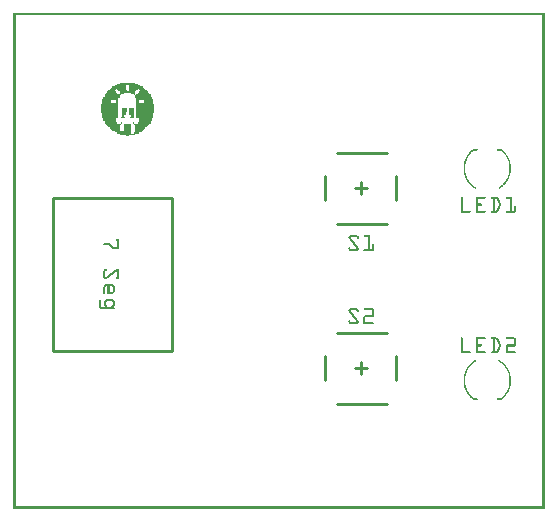
<source format=gto>
G04 MADE WITH FRITZING*
G04 WWW.FRITZING.ORG*
G04 DOUBLE SIDED*
G04 HOLES PLATED*
G04 CONTOUR ON CENTER OF CONTOUR VECTOR*
%ASAXBY*%
%FSLAX23Y23*%
%MOIN*%
%OFA0B0*%
%SFA1.0B1.0*%
%ADD10R,0.403552X0.521663X0.383866X0.501977*%
%ADD11C,0.009843*%
%ADD12C,0.010000*%
%ADD13R,0.001000X0.001000*%
%LNSILK1*%
G90*
G70*
G54D11*
X134Y1036D02*
X528Y1036D01*
X528Y525D01*
X134Y525D01*
X134Y1036D01*
D02*
G54D12*
X1277Y1108D02*
X1277Y1029D01*
D02*
X1080Y1187D02*
X1247Y1187D01*
D02*
X1080Y950D02*
X1247Y950D01*
D02*
X1040Y1108D02*
X1040Y1029D01*
D02*
X1159Y1088D02*
X1159Y1049D01*
D02*
X1178Y1069D02*
X1139Y1069D01*
D02*
X1277Y508D02*
X1277Y429D01*
D02*
X1080Y587D02*
X1247Y587D01*
D02*
X1080Y350D02*
X1247Y350D01*
D02*
X1040Y508D02*
X1040Y429D01*
D02*
X1159Y488D02*
X1159Y449D01*
D02*
X1178Y469D02*
X1139Y469D01*
G36*
X356Y1420D02*
X356Y1416D01*
X347Y1416D01*
X347Y1412D01*
X385Y1412D01*
X385Y1399D01*
X419Y1399D01*
X419Y1395D01*
X424Y1395D01*
X424Y1391D01*
X419Y1391D01*
X419Y1386D01*
X415Y1386D01*
X415Y1382D01*
X411Y1382D01*
X411Y1378D01*
X458Y1378D01*
X458Y1382D01*
X453Y1382D01*
X453Y1386D01*
X449Y1386D01*
X449Y1391D01*
X445Y1391D01*
X445Y1395D01*
X441Y1395D01*
X441Y1399D01*
X436Y1399D01*
X436Y1403D01*
X432Y1403D01*
X432Y1408D01*
X424Y1408D01*
X424Y1412D01*
X415Y1412D01*
X415Y1416D01*
X407Y1416D01*
X407Y1420D01*
X356Y1420D01*
G37*
D02*
G36*
X339Y1412D02*
X339Y1408D01*
X330Y1408D01*
X330Y1403D01*
X326Y1403D01*
X326Y1399D01*
X347Y1399D01*
X347Y1395D01*
X351Y1395D01*
X351Y1391D01*
X381Y1391D01*
X381Y1395D01*
X377Y1395D01*
X377Y1412D01*
X339Y1412D01*
G37*
D02*
G36*
X322Y1399D02*
X322Y1395D01*
X317Y1395D01*
X317Y1391D01*
X313Y1391D01*
X313Y1386D01*
X309Y1386D01*
X309Y1382D01*
X347Y1382D01*
X347Y1386D01*
X343Y1386D01*
X343Y1391D01*
X339Y1391D01*
X339Y1395D01*
X343Y1395D01*
X343Y1399D01*
X322Y1399D01*
G37*
D02*
G36*
X385Y1399D02*
X385Y1391D01*
X411Y1391D01*
X411Y1395D01*
X415Y1395D01*
X415Y1399D01*
X385Y1399D01*
G37*
D02*
G36*
X356Y1391D02*
X356Y1386D01*
X407Y1386D01*
X407Y1391D01*
X356Y1391D01*
G37*
D02*
G36*
X356Y1391D02*
X356Y1386D01*
X407Y1386D01*
X407Y1391D01*
X356Y1391D01*
G37*
D02*
G36*
X356Y1386D02*
X356Y1382D01*
X368Y1382D01*
X368Y1386D01*
X356Y1386D01*
G37*
D02*
G36*
X394Y1386D02*
X394Y1382D01*
X402Y1382D01*
X402Y1378D01*
X407Y1378D01*
X407Y1386D01*
X394Y1386D01*
G37*
D02*
G36*
X305Y1382D02*
X305Y1378D01*
X360Y1378D01*
X360Y1382D01*
X305Y1382D01*
G37*
D02*
G36*
X305Y1382D02*
X305Y1378D01*
X360Y1378D01*
X360Y1382D01*
X305Y1382D01*
G37*
D02*
G36*
X305Y1378D02*
X305Y1374D01*
X300Y1374D01*
X300Y1365D01*
X296Y1365D01*
X296Y1361D01*
X343Y1361D01*
X343Y1352D01*
X351Y1352D01*
X351Y1369D01*
X356Y1369D01*
X356Y1378D01*
X305Y1378D01*
G37*
D02*
G36*
X407Y1378D02*
X407Y1369D01*
X411Y1369D01*
X411Y1361D01*
X436Y1361D01*
X436Y1352D01*
X466Y1352D01*
X466Y1365D01*
X462Y1365D01*
X462Y1374D01*
X458Y1374D01*
X458Y1378D01*
X407Y1378D01*
G37*
D02*
G36*
X296Y1361D02*
X296Y1352D01*
X326Y1352D01*
X326Y1361D01*
X296Y1361D01*
G37*
D02*
G36*
X411Y1361D02*
X411Y1352D01*
X419Y1352D01*
X419Y1361D01*
X411Y1361D01*
G37*
D02*
G36*
X296Y1352D02*
X296Y1348D01*
X351Y1348D01*
X351Y1352D01*
X296Y1352D01*
G37*
D02*
G36*
X296Y1352D02*
X296Y1348D01*
X351Y1348D01*
X351Y1352D01*
X296Y1352D01*
G37*
D02*
G36*
X411Y1352D02*
X411Y1348D01*
X466Y1348D01*
X466Y1352D01*
X411Y1352D01*
G37*
D02*
G36*
X411Y1352D02*
X411Y1348D01*
X466Y1348D01*
X466Y1352D01*
X411Y1352D01*
G37*
D02*
G36*
X292Y1348D02*
X292Y1318D01*
X296Y1318D01*
X296Y1301D01*
X300Y1301D01*
X300Y1293D01*
X305Y1293D01*
X305Y1284D01*
X309Y1284D01*
X309Y1280D01*
X313Y1280D01*
X313Y1276D01*
X317Y1276D01*
X317Y1272D01*
X322Y1272D01*
X322Y1267D01*
X326Y1267D01*
X326Y1263D01*
X330Y1263D01*
X330Y1259D01*
X356Y1259D01*
X356Y1280D01*
X360Y1280D01*
X360Y1284D01*
X347Y1284D01*
X347Y1289D01*
X343Y1289D01*
X343Y1301D01*
X351Y1301D01*
X351Y1348D01*
X292Y1348D01*
G37*
D02*
G36*
X411Y1348D02*
X411Y1301D01*
X419Y1301D01*
X419Y1289D01*
X415Y1289D01*
X415Y1284D01*
X402Y1284D01*
X402Y1280D01*
X407Y1280D01*
X407Y1255D01*
X402Y1255D01*
X402Y1250D01*
X419Y1250D01*
X419Y1255D01*
X428Y1255D01*
X428Y1259D01*
X432Y1259D01*
X432Y1263D01*
X436Y1263D01*
X436Y1267D01*
X441Y1267D01*
X441Y1272D01*
X445Y1272D01*
X445Y1276D01*
X449Y1276D01*
X449Y1280D01*
X453Y1280D01*
X453Y1284D01*
X458Y1284D01*
X458Y1293D01*
X462Y1293D01*
X462Y1301D01*
X466Y1301D01*
X466Y1318D01*
X470Y1318D01*
X470Y1348D01*
X411Y1348D01*
G37*
D02*
G36*
X368Y1284D02*
X368Y1259D01*
X394Y1259D01*
X394Y1284D01*
X368Y1284D01*
G37*
D02*
G36*
X339Y1259D02*
X339Y1255D01*
X394Y1255D01*
X394Y1259D01*
X339Y1259D01*
G37*
D02*
G36*
X339Y1259D02*
X339Y1255D01*
X394Y1255D01*
X394Y1259D01*
X339Y1259D01*
G37*
D02*
G36*
X347Y1255D02*
X347Y1250D01*
X394Y1250D01*
X394Y1255D01*
X347Y1255D01*
G37*
D02*
G36*
X356Y1250D02*
X356Y1246D01*
X407Y1246D01*
X407Y1250D01*
X356Y1250D01*
G37*
D02*
G36*
X356Y1250D02*
X356Y1246D01*
X407Y1246D01*
X407Y1250D01*
X356Y1250D01*
G37*
D02*
G36*
X377Y1246D02*
X377Y1242D01*
X385Y1242D01*
X385Y1246D01*
X377Y1246D01*
G37*
D02*
G36*
X364Y1335D02*
X364Y1306D01*
X360Y1306D01*
X360Y1301D01*
X373Y1301D01*
X373Y1306D01*
X368Y1306D01*
X368Y1314D01*
X377Y1314D01*
X377Y1323D01*
X381Y1323D01*
X381Y1335D01*
X364Y1335D01*
G37*
D02*
G36*
X385Y1335D02*
X385Y1314D01*
X394Y1314D01*
X394Y1306D01*
X390Y1306D01*
X390Y1301D01*
X402Y1301D01*
X402Y1335D01*
X385Y1335D01*
G37*
D02*
G36*
X360Y1289D02*
X360Y1284D01*
X364Y1284D01*
X364Y1289D01*
X360Y1289D01*
G37*
D02*
G36*
X398Y1289D02*
X398Y1284D01*
X402Y1284D01*
X402Y1289D01*
X398Y1289D01*
G37*
D02*
G54D13*
X1Y1653D02*
X1771Y1653D01*
X1Y1652D02*
X1771Y1652D01*
X1Y1651D02*
X1771Y1651D01*
X1Y1650D02*
X1771Y1650D01*
X1Y1649D02*
X1771Y1649D01*
X1Y1648D02*
X1771Y1648D01*
X1Y1647D02*
X1771Y1647D01*
X1Y1646D02*
X1771Y1646D01*
X1Y1645D02*
X8Y1645D01*
X1764Y1645D02*
X1771Y1645D01*
X1Y1644D02*
X8Y1644D01*
X1764Y1644D02*
X1771Y1644D01*
X1Y1643D02*
X8Y1643D01*
X1764Y1643D02*
X1771Y1643D01*
X1Y1642D02*
X8Y1642D01*
X1764Y1642D02*
X1771Y1642D01*
X1Y1641D02*
X8Y1641D01*
X1764Y1641D02*
X1771Y1641D01*
X1Y1640D02*
X8Y1640D01*
X1764Y1640D02*
X1771Y1640D01*
X1Y1639D02*
X8Y1639D01*
X1764Y1639D02*
X1771Y1639D01*
X1Y1638D02*
X8Y1638D01*
X1764Y1638D02*
X1771Y1638D01*
X1Y1637D02*
X8Y1637D01*
X1764Y1637D02*
X1771Y1637D01*
X1Y1636D02*
X8Y1636D01*
X1764Y1636D02*
X1771Y1636D01*
X1Y1635D02*
X8Y1635D01*
X1764Y1635D02*
X1771Y1635D01*
X1Y1634D02*
X8Y1634D01*
X1764Y1634D02*
X1771Y1634D01*
X1Y1633D02*
X8Y1633D01*
X1764Y1633D02*
X1771Y1633D01*
X1Y1632D02*
X8Y1632D01*
X1764Y1632D02*
X1771Y1632D01*
X1Y1631D02*
X8Y1631D01*
X1764Y1631D02*
X1771Y1631D01*
X1Y1630D02*
X8Y1630D01*
X1764Y1630D02*
X1771Y1630D01*
X1Y1629D02*
X8Y1629D01*
X1764Y1629D02*
X1771Y1629D01*
X1Y1628D02*
X8Y1628D01*
X1764Y1628D02*
X1771Y1628D01*
X1Y1627D02*
X8Y1627D01*
X1764Y1627D02*
X1771Y1627D01*
X1Y1626D02*
X8Y1626D01*
X1764Y1626D02*
X1771Y1626D01*
X1Y1625D02*
X8Y1625D01*
X1764Y1625D02*
X1771Y1625D01*
X1Y1624D02*
X8Y1624D01*
X1764Y1624D02*
X1771Y1624D01*
X1Y1623D02*
X8Y1623D01*
X1764Y1623D02*
X1771Y1623D01*
X1Y1622D02*
X8Y1622D01*
X1764Y1622D02*
X1771Y1622D01*
X1Y1621D02*
X8Y1621D01*
X1764Y1621D02*
X1771Y1621D01*
X1Y1620D02*
X8Y1620D01*
X1764Y1620D02*
X1771Y1620D01*
X1Y1619D02*
X8Y1619D01*
X1764Y1619D02*
X1771Y1619D01*
X1Y1618D02*
X8Y1618D01*
X1764Y1618D02*
X1771Y1618D01*
X1Y1617D02*
X8Y1617D01*
X1764Y1617D02*
X1771Y1617D01*
X1Y1616D02*
X8Y1616D01*
X1764Y1616D02*
X1771Y1616D01*
X1Y1615D02*
X8Y1615D01*
X1764Y1615D02*
X1771Y1615D01*
X1Y1614D02*
X8Y1614D01*
X1764Y1614D02*
X1771Y1614D01*
X1Y1613D02*
X8Y1613D01*
X1764Y1613D02*
X1771Y1613D01*
X1Y1612D02*
X8Y1612D01*
X1764Y1612D02*
X1771Y1612D01*
X1Y1611D02*
X8Y1611D01*
X1764Y1611D02*
X1771Y1611D01*
X1Y1610D02*
X8Y1610D01*
X1764Y1610D02*
X1771Y1610D01*
X1Y1609D02*
X8Y1609D01*
X1764Y1609D02*
X1771Y1609D01*
X1Y1608D02*
X8Y1608D01*
X1764Y1608D02*
X1771Y1608D01*
X1Y1607D02*
X8Y1607D01*
X1764Y1607D02*
X1771Y1607D01*
X1Y1606D02*
X8Y1606D01*
X1764Y1606D02*
X1771Y1606D01*
X1Y1605D02*
X8Y1605D01*
X1764Y1605D02*
X1771Y1605D01*
X1Y1604D02*
X8Y1604D01*
X1764Y1604D02*
X1771Y1604D01*
X1Y1603D02*
X8Y1603D01*
X1764Y1603D02*
X1771Y1603D01*
X1Y1602D02*
X8Y1602D01*
X1764Y1602D02*
X1771Y1602D01*
X1Y1601D02*
X8Y1601D01*
X1764Y1601D02*
X1771Y1601D01*
X1Y1600D02*
X8Y1600D01*
X1764Y1600D02*
X1771Y1600D01*
X1Y1599D02*
X8Y1599D01*
X1764Y1599D02*
X1771Y1599D01*
X1Y1598D02*
X8Y1598D01*
X1764Y1598D02*
X1771Y1598D01*
X1Y1597D02*
X8Y1597D01*
X1764Y1597D02*
X1771Y1597D01*
X1Y1596D02*
X8Y1596D01*
X1764Y1596D02*
X1771Y1596D01*
X1Y1595D02*
X8Y1595D01*
X1764Y1595D02*
X1771Y1595D01*
X1Y1594D02*
X8Y1594D01*
X1764Y1594D02*
X1771Y1594D01*
X1Y1593D02*
X8Y1593D01*
X1764Y1593D02*
X1771Y1593D01*
X1Y1592D02*
X8Y1592D01*
X1764Y1592D02*
X1771Y1592D01*
X1Y1591D02*
X8Y1591D01*
X1764Y1591D02*
X1771Y1591D01*
X1Y1590D02*
X8Y1590D01*
X1764Y1590D02*
X1771Y1590D01*
X1Y1589D02*
X8Y1589D01*
X1764Y1589D02*
X1771Y1589D01*
X1Y1588D02*
X8Y1588D01*
X1764Y1588D02*
X1771Y1588D01*
X1Y1587D02*
X8Y1587D01*
X1764Y1587D02*
X1771Y1587D01*
X1Y1586D02*
X8Y1586D01*
X1764Y1586D02*
X1771Y1586D01*
X1Y1585D02*
X8Y1585D01*
X1764Y1585D02*
X1771Y1585D01*
X1Y1584D02*
X8Y1584D01*
X1764Y1584D02*
X1771Y1584D01*
X1Y1583D02*
X8Y1583D01*
X1764Y1583D02*
X1771Y1583D01*
X1Y1582D02*
X8Y1582D01*
X1764Y1582D02*
X1771Y1582D01*
X1Y1581D02*
X8Y1581D01*
X1764Y1581D02*
X1771Y1581D01*
X1Y1580D02*
X8Y1580D01*
X1764Y1580D02*
X1771Y1580D01*
X1Y1579D02*
X8Y1579D01*
X1764Y1579D02*
X1771Y1579D01*
X1Y1578D02*
X8Y1578D01*
X1764Y1578D02*
X1771Y1578D01*
X1Y1577D02*
X8Y1577D01*
X1764Y1577D02*
X1771Y1577D01*
X1Y1576D02*
X8Y1576D01*
X1764Y1576D02*
X1771Y1576D01*
X1Y1575D02*
X8Y1575D01*
X1764Y1575D02*
X1771Y1575D01*
X1Y1574D02*
X8Y1574D01*
X1764Y1574D02*
X1771Y1574D01*
X1Y1573D02*
X8Y1573D01*
X1764Y1573D02*
X1771Y1573D01*
X1Y1572D02*
X8Y1572D01*
X1764Y1572D02*
X1771Y1572D01*
X1Y1571D02*
X8Y1571D01*
X1764Y1571D02*
X1771Y1571D01*
X1Y1570D02*
X8Y1570D01*
X1764Y1570D02*
X1771Y1570D01*
X1Y1569D02*
X8Y1569D01*
X1764Y1569D02*
X1771Y1569D01*
X1Y1568D02*
X8Y1568D01*
X1764Y1568D02*
X1771Y1568D01*
X1Y1567D02*
X8Y1567D01*
X1764Y1567D02*
X1771Y1567D01*
X1Y1566D02*
X8Y1566D01*
X1764Y1566D02*
X1771Y1566D01*
X1Y1565D02*
X8Y1565D01*
X1764Y1565D02*
X1771Y1565D01*
X1Y1564D02*
X8Y1564D01*
X1764Y1564D02*
X1771Y1564D01*
X1Y1563D02*
X8Y1563D01*
X1764Y1563D02*
X1771Y1563D01*
X1Y1562D02*
X8Y1562D01*
X1764Y1562D02*
X1771Y1562D01*
X1Y1561D02*
X8Y1561D01*
X1764Y1561D02*
X1771Y1561D01*
X1Y1560D02*
X8Y1560D01*
X1764Y1560D02*
X1771Y1560D01*
X1Y1559D02*
X8Y1559D01*
X1764Y1559D02*
X1771Y1559D01*
X1Y1558D02*
X8Y1558D01*
X1764Y1558D02*
X1771Y1558D01*
X1Y1557D02*
X8Y1557D01*
X1764Y1557D02*
X1771Y1557D01*
X1Y1556D02*
X8Y1556D01*
X1764Y1556D02*
X1771Y1556D01*
X1Y1555D02*
X8Y1555D01*
X1764Y1555D02*
X1771Y1555D01*
X1Y1554D02*
X8Y1554D01*
X1764Y1554D02*
X1771Y1554D01*
X1Y1553D02*
X8Y1553D01*
X1764Y1553D02*
X1771Y1553D01*
X1Y1552D02*
X8Y1552D01*
X1764Y1552D02*
X1771Y1552D01*
X1Y1551D02*
X8Y1551D01*
X1764Y1551D02*
X1771Y1551D01*
X1Y1550D02*
X8Y1550D01*
X1764Y1550D02*
X1771Y1550D01*
X1Y1549D02*
X8Y1549D01*
X1764Y1549D02*
X1771Y1549D01*
X1Y1548D02*
X8Y1548D01*
X1764Y1548D02*
X1771Y1548D01*
X1Y1547D02*
X8Y1547D01*
X1764Y1547D02*
X1771Y1547D01*
X1Y1546D02*
X8Y1546D01*
X1764Y1546D02*
X1771Y1546D01*
X1Y1545D02*
X8Y1545D01*
X1764Y1545D02*
X1771Y1545D01*
X1Y1544D02*
X8Y1544D01*
X1764Y1544D02*
X1771Y1544D01*
X1Y1543D02*
X8Y1543D01*
X1764Y1543D02*
X1771Y1543D01*
X1Y1542D02*
X8Y1542D01*
X1764Y1542D02*
X1771Y1542D01*
X1Y1541D02*
X8Y1541D01*
X1764Y1541D02*
X1771Y1541D01*
X1Y1540D02*
X8Y1540D01*
X1764Y1540D02*
X1771Y1540D01*
X1Y1539D02*
X8Y1539D01*
X1764Y1539D02*
X1771Y1539D01*
X1Y1538D02*
X8Y1538D01*
X1764Y1538D02*
X1771Y1538D01*
X1Y1537D02*
X8Y1537D01*
X1764Y1537D02*
X1771Y1537D01*
X1Y1536D02*
X8Y1536D01*
X1764Y1536D02*
X1771Y1536D01*
X1Y1535D02*
X8Y1535D01*
X1764Y1535D02*
X1771Y1535D01*
X1Y1534D02*
X8Y1534D01*
X1764Y1534D02*
X1771Y1534D01*
X1Y1533D02*
X8Y1533D01*
X1764Y1533D02*
X1771Y1533D01*
X1Y1532D02*
X8Y1532D01*
X1764Y1532D02*
X1771Y1532D01*
X1Y1531D02*
X8Y1531D01*
X1764Y1531D02*
X1771Y1531D01*
X1Y1530D02*
X8Y1530D01*
X1764Y1530D02*
X1771Y1530D01*
X1Y1529D02*
X8Y1529D01*
X1764Y1529D02*
X1771Y1529D01*
X1Y1528D02*
X8Y1528D01*
X1764Y1528D02*
X1771Y1528D01*
X1Y1527D02*
X8Y1527D01*
X1764Y1527D02*
X1771Y1527D01*
X1Y1526D02*
X8Y1526D01*
X1764Y1526D02*
X1771Y1526D01*
X1Y1525D02*
X8Y1525D01*
X1764Y1525D02*
X1771Y1525D01*
X1Y1524D02*
X8Y1524D01*
X1764Y1524D02*
X1771Y1524D01*
X1Y1523D02*
X8Y1523D01*
X1764Y1523D02*
X1771Y1523D01*
X1Y1522D02*
X8Y1522D01*
X1764Y1522D02*
X1771Y1522D01*
X1Y1521D02*
X8Y1521D01*
X1764Y1521D02*
X1771Y1521D01*
X1Y1520D02*
X8Y1520D01*
X1764Y1520D02*
X1771Y1520D01*
X1Y1519D02*
X8Y1519D01*
X1764Y1519D02*
X1771Y1519D01*
X1Y1518D02*
X8Y1518D01*
X1764Y1518D02*
X1771Y1518D01*
X1Y1517D02*
X8Y1517D01*
X1764Y1517D02*
X1771Y1517D01*
X1Y1516D02*
X8Y1516D01*
X1764Y1516D02*
X1771Y1516D01*
X1Y1515D02*
X8Y1515D01*
X1764Y1515D02*
X1771Y1515D01*
X1Y1514D02*
X8Y1514D01*
X1764Y1514D02*
X1771Y1514D01*
X1Y1513D02*
X8Y1513D01*
X1764Y1513D02*
X1771Y1513D01*
X1Y1512D02*
X8Y1512D01*
X1764Y1512D02*
X1771Y1512D01*
X1Y1511D02*
X8Y1511D01*
X1764Y1511D02*
X1771Y1511D01*
X1Y1510D02*
X8Y1510D01*
X1764Y1510D02*
X1771Y1510D01*
X1Y1509D02*
X8Y1509D01*
X1764Y1509D02*
X1771Y1509D01*
X1Y1508D02*
X8Y1508D01*
X1764Y1508D02*
X1771Y1508D01*
X1Y1507D02*
X8Y1507D01*
X1764Y1507D02*
X1771Y1507D01*
X1Y1506D02*
X8Y1506D01*
X1764Y1506D02*
X1771Y1506D01*
X1Y1505D02*
X8Y1505D01*
X1764Y1505D02*
X1771Y1505D01*
X1Y1504D02*
X8Y1504D01*
X1764Y1504D02*
X1771Y1504D01*
X1Y1503D02*
X8Y1503D01*
X1764Y1503D02*
X1771Y1503D01*
X1Y1502D02*
X8Y1502D01*
X1764Y1502D02*
X1771Y1502D01*
X1Y1501D02*
X8Y1501D01*
X1764Y1501D02*
X1771Y1501D01*
X1Y1500D02*
X8Y1500D01*
X1764Y1500D02*
X1771Y1500D01*
X1Y1499D02*
X8Y1499D01*
X1764Y1499D02*
X1771Y1499D01*
X1Y1498D02*
X8Y1498D01*
X1764Y1498D02*
X1771Y1498D01*
X1Y1497D02*
X8Y1497D01*
X1764Y1497D02*
X1771Y1497D01*
X1Y1496D02*
X8Y1496D01*
X1764Y1496D02*
X1771Y1496D01*
X1Y1495D02*
X8Y1495D01*
X1764Y1495D02*
X1771Y1495D01*
X1Y1494D02*
X8Y1494D01*
X1764Y1494D02*
X1771Y1494D01*
X1Y1493D02*
X8Y1493D01*
X1764Y1493D02*
X1771Y1493D01*
X1Y1492D02*
X8Y1492D01*
X1764Y1492D02*
X1771Y1492D01*
X1Y1491D02*
X8Y1491D01*
X1764Y1491D02*
X1771Y1491D01*
X1Y1490D02*
X8Y1490D01*
X1764Y1490D02*
X1771Y1490D01*
X1Y1489D02*
X8Y1489D01*
X1764Y1489D02*
X1771Y1489D01*
X1Y1488D02*
X8Y1488D01*
X1764Y1488D02*
X1771Y1488D01*
X1Y1487D02*
X8Y1487D01*
X1764Y1487D02*
X1771Y1487D01*
X1Y1486D02*
X8Y1486D01*
X1764Y1486D02*
X1771Y1486D01*
X1Y1485D02*
X8Y1485D01*
X1764Y1485D02*
X1771Y1485D01*
X1Y1484D02*
X8Y1484D01*
X1764Y1484D02*
X1771Y1484D01*
X1Y1483D02*
X8Y1483D01*
X1764Y1483D02*
X1771Y1483D01*
X1Y1482D02*
X8Y1482D01*
X1764Y1482D02*
X1771Y1482D01*
X1Y1481D02*
X8Y1481D01*
X1764Y1481D02*
X1771Y1481D01*
X1Y1480D02*
X8Y1480D01*
X1764Y1480D02*
X1771Y1480D01*
X1Y1479D02*
X8Y1479D01*
X1764Y1479D02*
X1771Y1479D01*
X1Y1478D02*
X8Y1478D01*
X1764Y1478D02*
X1771Y1478D01*
X1Y1477D02*
X8Y1477D01*
X1764Y1477D02*
X1771Y1477D01*
X1Y1476D02*
X8Y1476D01*
X1764Y1476D02*
X1771Y1476D01*
X1Y1475D02*
X8Y1475D01*
X1764Y1475D02*
X1771Y1475D01*
X1Y1474D02*
X8Y1474D01*
X1764Y1474D02*
X1771Y1474D01*
X1Y1473D02*
X8Y1473D01*
X1764Y1473D02*
X1771Y1473D01*
X1Y1472D02*
X8Y1472D01*
X1764Y1472D02*
X1771Y1472D01*
X1Y1471D02*
X8Y1471D01*
X1764Y1471D02*
X1771Y1471D01*
X1Y1470D02*
X8Y1470D01*
X1764Y1470D02*
X1771Y1470D01*
X1Y1469D02*
X8Y1469D01*
X1764Y1469D02*
X1771Y1469D01*
X1Y1468D02*
X8Y1468D01*
X1764Y1468D02*
X1771Y1468D01*
X1Y1467D02*
X8Y1467D01*
X1764Y1467D02*
X1771Y1467D01*
X1Y1466D02*
X8Y1466D01*
X1764Y1466D02*
X1771Y1466D01*
X1Y1465D02*
X8Y1465D01*
X1764Y1465D02*
X1771Y1465D01*
X1Y1464D02*
X8Y1464D01*
X1764Y1464D02*
X1771Y1464D01*
X1Y1463D02*
X8Y1463D01*
X1764Y1463D02*
X1771Y1463D01*
X1Y1462D02*
X8Y1462D01*
X1764Y1462D02*
X1771Y1462D01*
X1Y1461D02*
X8Y1461D01*
X1764Y1461D02*
X1771Y1461D01*
X1Y1460D02*
X8Y1460D01*
X1764Y1460D02*
X1771Y1460D01*
X1Y1459D02*
X8Y1459D01*
X1764Y1459D02*
X1771Y1459D01*
X1Y1458D02*
X8Y1458D01*
X1764Y1458D02*
X1771Y1458D01*
X1Y1457D02*
X8Y1457D01*
X1764Y1457D02*
X1771Y1457D01*
X1Y1456D02*
X8Y1456D01*
X1764Y1456D02*
X1771Y1456D01*
X1Y1455D02*
X8Y1455D01*
X1764Y1455D02*
X1771Y1455D01*
X1Y1454D02*
X8Y1454D01*
X1764Y1454D02*
X1771Y1454D01*
X1Y1453D02*
X8Y1453D01*
X1764Y1453D02*
X1771Y1453D01*
X1Y1452D02*
X8Y1452D01*
X1764Y1452D02*
X1771Y1452D01*
X1Y1451D02*
X8Y1451D01*
X1764Y1451D02*
X1771Y1451D01*
X1Y1450D02*
X8Y1450D01*
X1764Y1450D02*
X1771Y1450D01*
X1Y1449D02*
X8Y1449D01*
X1764Y1449D02*
X1771Y1449D01*
X1Y1448D02*
X8Y1448D01*
X1764Y1448D02*
X1771Y1448D01*
X1Y1447D02*
X8Y1447D01*
X1764Y1447D02*
X1771Y1447D01*
X1Y1446D02*
X8Y1446D01*
X1764Y1446D02*
X1771Y1446D01*
X1Y1445D02*
X8Y1445D01*
X1764Y1445D02*
X1771Y1445D01*
X1Y1444D02*
X8Y1444D01*
X1764Y1444D02*
X1771Y1444D01*
X1Y1443D02*
X8Y1443D01*
X1764Y1443D02*
X1771Y1443D01*
X1Y1442D02*
X8Y1442D01*
X1764Y1442D02*
X1771Y1442D01*
X1Y1441D02*
X8Y1441D01*
X1764Y1441D02*
X1771Y1441D01*
X1Y1440D02*
X8Y1440D01*
X1764Y1440D02*
X1771Y1440D01*
X1Y1439D02*
X8Y1439D01*
X1764Y1439D02*
X1771Y1439D01*
X1Y1438D02*
X8Y1438D01*
X1764Y1438D02*
X1771Y1438D01*
X1Y1437D02*
X8Y1437D01*
X1764Y1437D02*
X1771Y1437D01*
X1Y1436D02*
X8Y1436D01*
X1764Y1436D02*
X1771Y1436D01*
X1Y1435D02*
X8Y1435D01*
X1764Y1435D02*
X1771Y1435D01*
X1Y1434D02*
X8Y1434D01*
X1764Y1434D02*
X1771Y1434D01*
X1Y1433D02*
X8Y1433D01*
X1764Y1433D02*
X1771Y1433D01*
X1Y1432D02*
X8Y1432D01*
X1764Y1432D02*
X1771Y1432D01*
X1Y1431D02*
X8Y1431D01*
X1764Y1431D02*
X1771Y1431D01*
X1Y1430D02*
X8Y1430D01*
X1764Y1430D02*
X1771Y1430D01*
X1Y1429D02*
X8Y1429D01*
X1764Y1429D02*
X1771Y1429D01*
X1Y1428D02*
X8Y1428D01*
X1764Y1428D02*
X1771Y1428D01*
X1Y1427D02*
X8Y1427D01*
X1764Y1427D02*
X1771Y1427D01*
X1Y1426D02*
X8Y1426D01*
X1764Y1426D02*
X1771Y1426D01*
X1Y1425D02*
X8Y1425D01*
X1764Y1425D02*
X1771Y1425D01*
X1Y1424D02*
X8Y1424D01*
X1764Y1424D02*
X1771Y1424D01*
X1Y1423D02*
X8Y1423D01*
X1764Y1423D02*
X1771Y1423D01*
X1Y1422D02*
X8Y1422D01*
X1764Y1422D02*
X1771Y1422D01*
X1Y1421D02*
X8Y1421D01*
X1764Y1421D02*
X1771Y1421D01*
X1Y1420D02*
X8Y1420D01*
X1764Y1420D02*
X1771Y1420D01*
X1Y1419D02*
X8Y1419D01*
X1764Y1419D02*
X1771Y1419D01*
X1Y1418D02*
X8Y1418D01*
X1764Y1418D02*
X1771Y1418D01*
X1Y1417D02*
X8Y1417D01*
X1764Y1417D02*
X1771Y1417D01*
X1Y1416D02*
X8Y1416D01*
X1764Y1416D02*
X1771Y1416D01*
X1Y1415D02*
X8Y1415D01*
X1764Y1415D02*
X1771Y1415D01*
X1Y1414D02*
X8Y1414D01*
X1764Y1414D02*
X1771Y1414D01*
X1Y1413D02*
X8Y1413D01*
X1764Y1413D02*
X1771Y1413D01*
X1Y1412D02*
X8Y1412D01*
X1764Y1412D02*
X1771Y1412D01*
X1Y1411D02*
X8Y1411D01*
X1764Y1411D02*
X1771Y1411D01*
X1Y1410D02*
X8Y1410D01*
X1764Y1410D02*
X1771Y1410D01*
X1Y1409D02*
X8Y1409D01*
X1764Y1409D02*
X1771Y1409D01*
X1Y1408D02*
X8Y1408D01*
X1764Y1408D02*
X1771Y1408D01*
X1Y1407D02*
X8Y1407D01*
X1764Y1407D02*
X1771Y1407D01*
X1Y1406D02*
X8Y1406D01*
X1764Y1406D02*
X1771Y1406D01*
X1Y1405D02*
X8Y1405D01*
X1764Y1405D02*
X1771Y1405D01*
X1Y1404D02*
X8Y1404D01*
X1764Y1404D02*
X1771Y1404D01*
X1Y1403D02*
X8Y1403D01*
X1764Y1403D02*
X1771Y1403D01*
X1Y1402D02*
X8Y1402D01*
X1764Y1402D02*
X1771Y1402D01*
X1Y1401D02*
X8Y1401D01*
X1764Y1401D02*
X1771Y1401D01*
X1Y1400D02*
X8Y1400D01*
X1764Y1400D02*
X1771Y1400D01*
X1Y1399D02*
X8Y1399D01*
X1764Y1399D02*
X1771Y1399D01*
X1Y1398D02*
X8Y1398D01*
X1764Y1398D02*
X1771Y1398D01*
X1Y1397D02*
X8Y1397D01*
X1764Y1397D02*
X1771Y1397D01*
X1Y1396D02*
X8Y1396D01*
X1764Y1396D02*
X1771Y1396D01*
X1Y1395D02*
X8Y1395D01*
X1764Y1395D02*
X1771Y1395D01*
X1Y1394D02*
X8Y1394D01*
X1764Y1394D02*
X1771Y1394D01*
X1Y1393D02*
X8Y1393D01*
X1764Y1393D02*
X1771Y1393D01*
X1Y1392D02*
X8Y1392D01*
X1764Y1392D02*
X1771Y1392D01*
X1Y1391D02*
X8Y1391D01*
X1764Y1391D02*
X1771Y1391D01*
X1Y1390D02*
X8Y1390D01*
X1764Y1390D02*
X1771Y1390D01*
X1Y1389D02*
X8Y1389D01*
X1764Y1389D02*
X1771Y1389D01*
X1Y1388D02*
X8Y1388D01*
X1764Y1388D02*
X1771Y1388D01*
X1Y1387D02*
X8Y1387D01*
X1764Y1387D02*
X1771Y1387D01*
X1Y1386D02*
X8Y1386D01*
X1764Y1386D02*
X1771Y1386D01*
X1Y1385D02*
X8Y1385D01*
X1764Y1385D02*
X1771Y1385D01*
X1Y1384D02*
X8Y1384D01*
X1764Y1384D02*
X1771Y1384D01*
X1Y1383D02*
X8Y1383D01*
X1764Y1383D02*
X1771Y1383D01*
X1Y1382D02*
X8Y1382D01*
X1764Y1382D02*
X1771Y1382D01*
X1Y1381D02*
X8Y1381D01*
X1764Y1381D02*
X1771Y1381D01*
X1Y1380D02*
X8Y1380D01*
X1764Y1380D02*
X1771Y1380D01*
X1Y1379D02*
X8Y1379D01*
X1764Y1379D02*
X1771Y1379D01*
X1Y1378D02*
X8Y1378D01*
X1764Y1378D02*
X1771Y1378D01*
X1Y1377D02*
X8Y1377D01*
X1764Y1377D02*
X1771Y1377D01*
X1Y1376D02*
X8Y1376D01*
X1764Y1376D02*
X1771Y1376D01*
X1Y1375D02*
X8Y1375D01*
X1764Y1375D02*
X1771Y1375D01*
X1Y1374D02*
X8Y1374D01*
X1764Y1374D02*
X1771Y1374D01*
X1Y1373D02*
X8Y1373D01*
X1764Y1373D02*
X1771Y1373D01*
X1Y1372D02*
X8Y1372D01*
X1764Y1372D02*
X1771Y1372D01*
X1Y1371D02*
X8Y1371D01*
X1764Y1371D02*
X1771Y1371D01*
X1Y1370D02*
X8Y1370D01*
X1764Y1370D02*
X1771Y1370D01*
X1Y1369D02*
X8Y1369D01*
X1764Y1369D02*
X1771Y1369D01*
X1Y1368D02*
X8Y1368D01*
X1764Y1368D02*
X1771Y1368D01*
X1Y1367D02*
X8Y1367D01*
X1764Y1367D02*
X1771Y1367D01*
X1Y1366D02*
X8Y1366D01*
X1764Y1366D02*
X1771Y1366D01*
X1Y1365D02*
X8Y1365D01*
X1764Y1365D02*
X1771Y1365D01*
X1Y1364D02*
X8Y1364D01*
X1764Y1364D02*
X1771Y1364D01*
X1Y1363D02*
X8Y1363D01*
X1764Y1363D02*
X1771Y1363D01*
X1Y1362D02*
X8Y1362D01*
X1764Y1362D02*
X1771Y1362D01*
X1Y1361D02*
X8Y1361D01*
X1764Y1361D02*
X1771Y1361D01*
X1Y1360D02*
X8Y1360D01*
X1764Y1360D02*
X1771Y1360D01*
X1Y1359D02*
X8Y1359D01*
X1764Y1359D02*
X1771Y1359D01*
X1Y1358D02*
X8Y1358D01*
X1764Y1358D02*
X1771Y1358D01*
X1Y1357D02*
X8Y1357D01*
X1764Y1357D02*
X1771Y1357D01*
X1Y1356D02*
X8Y1356D01*
X1764Y1356D02*
X1771Y1356D01*
X1Y1355D02*
X8Y1355D01*
X1764Y1355D02*
X1771Y1355D01*
X1Y1354D02*
X8Y1354D01*
X1764Y1354D02*
X1771Y1354D01*
X1Y1353D02*
X8Y1353D01*
X1764Y1353D02*
X1771Y1353D01*
X1Y1352D02*
X8Y1352D01*
X1764Y1352D02*
X1771Y1352D01*
X1Y1351D02*
X8Y1351D01*
X1764Y1351D02*
X1771Y1351D01*
X1Y1350D02*
X8Y1350D01*
X1764Y1350D02*
X1771Y1350D01*
X1Y1349D02*
X8Y1349D01*
X1764Y1349D02*
X1771Y1349D01*
X1Y1348D02*
X8Y1348D01*
X1764Y1348D02*
X1771Y1348D01*
X1Y1347D02*
X8Y1347D01*
X1764Y1347D02*
X1771Y1347D01*
X1Y1346D02*
X8Y1346D01*
X1764Y1346D02*
X1771Y1346D01*
X1Y1345D02*
X8Y1345D01*
X1764Y1345D02*
X1771Y1345D01*
X1Y1344D02*
X8Y1344D01*
X1764Y1344D02*
X1771Y1344D01*
X1Y1343D02*
X8Y1343D01*
X1764Y1343D02*
X1771Y1343D01*
X1Y1342D02*
X8Y1342D01*
X1764Y1342D02*
X1771Y1342D01*
X1Y1341D02*
X8Y1341D01*
X1764Y1341D02*
X1771Y1341D01*
X1Y1340D02*
X8Y1340D01*
X1764Y1340D02*
X1771Y1340D01*
X1Y1339D02*
X8Y1339D01*
X1764Y1339D02*
X1771Y1339D01*
X1Y1338D02*
X8Y1338D01*
X1764Y1338D02*
X1771Y1338D01*
X1Y1337D02*
X8Y1337D01*
X1764Y1337D02*
X1771Y1337D01*
X1Y1336D02*
X8Y1336D01*
X1764Y1336D02*
X1771Y1336D01*
X1Y1335D02*
X8Y1335D01*
X1764Y1335D02*
X1771Y1335D01*
X1Y1334D02*
X8Y1334D01*
X1764Y1334D02*
X1771Y1334D01*
X1Y1333D02*
X8Y1333D01*
X1764Y1333D02*
X1771Y1333D01*
X1Y1332D02*
X8Y1332D01*
X1764Y1332D02*
X1771Y1332D01*
X1Y1331D02*
X8Y1331D01*
X1764Y1331D02*
X1771Y1331D01*
X1Y1330D02*
X8Y1330D01*
X1764Y1330D02*
X1771Y1330D01*
X1Y1329D02*
X8Y1329D01*
X1764Y1329D02*
X1771Y1329D01*
X1Y1328D02*
X8Y1328D01*
X1764Y1328D02*
X1771Y1328D01*
X1Y1327D02*
X8Y1327D01*
X1764Y1327D02*
X1771Y1327D01*
X1Y1326D02*
X8Y1326D01*
X1764Y1326D02*
X1771Y1326D01*
X1Y1325D02*
X8Y1325D01*
X1764Y1325D02*
X1771Y1325D01*
X1Y1324D02*
X8Y1324D01*
X1764Y1324D02*
X1771Y1324D01*
X1Y1323D02*
X8Y1323D01*
X1764Y1323D02*
X1771Y1323D01*
X1Y1322D02*
X8Y1322D01*
X1764Y1322D02*
X1771Y1322D01*
X1Y1321D02*
X8Y1321D01*
X1764Y1321D02*
X1771Y1321D01*
X1Y1320D02*
X8Y1320D01*
X1764Y1320D02*
X1771Y1320D01*
X1Y1319D02*
X8Y1319D01*
X1764Y1319D02*
X1771Y1319D01*
X1Y1318D02*
X8Y1318D01*
X1764Y1318D02*
X1771Y1318D01*
X1Y1317D02*
X8Y1317D01*
X1764Y1317D02*
X1771Y1317D01*
X1Y1316D02*
X8Y1316D01*
X1764Y1316D02*
X1771Y1316D01*
X1Y1315D02*
X8Y1315D01*
X1764Y1315D02*
X1771Y1315D01*
X1Y1314D02*
X8Y1314D01*
X1764Y1314D02*
X1771Y1314D01*
X1Y1313D02*
X8Y1313D01*
X1764Y1313D02*
X1771Y1313D01*
X1Y1312D02*
X8Y1312D01*
X1764Y1312D02*
X1771Y1312D01*
X1Y1311D02*
X8Y1311D01*
X1764Y1311D02*
X1771Y1311D01*
X1Y1310D02*
X8Y1310D01*
X1764Y1310D02*
X1771Y1310D01*
X1Y1309D02*
X8Y1309D01*
X1764Y1309D02*
X1771Y1309D01*
X1Y1308D02*
X8Y1308D01*
X1764Y1308D02*
X1771Y1308D01*
X1Y1307D02*
X8Y1307D01*
X1764Y1307D02*
X1771Y1307D01*
X1Y1306D02*
X8Y1306D01*
X1764Y1306D02*
X1771Y1306D01*
X1Y1305D02*
X8Y1305D01*
X1764Y1305D02*
X1771Y1305D01*
X1Y1304D02*
X8Y1304D01*
X1764Y1304D02*
X1771Y1304D01*
X1Y1303D02*
X8Y1303D01*
X1764Y1303D02*
X1771Y1303D01*
X1Y1302D02*
X8Y1302D01*
X1764Y1302D02*
X1771Y1302D01*
X1Y1301D02*
X8Y1301D01*
X1764Y1301D02*
X1771Y1301D01*
X1Y1300D02*
X8Y1300D01*
X1764Y1300D02*
X1771Y1300D01*
X1Y1299D02*
X8Y1299D01*
X1764Y1299D02*
X1771Y1299D01*
X1Y1298D02*
X8Y1298D01*
X1764Y1298D02*
X1771Y1298D01*
X1Y1297D02*
X8Y1297D01*
X1764Y1297D02*
X1771Y1297D01*
X1Y1296D02*
X8Y1296D01*
X1764Y1296D02*
X1771Y1296D01*
X1Y1295D02*
X8Y1295D01*
X1764Y1295D02*
X1771Y1295D01*
X1Y1294D02*
X8Y1294D01*
X1764Y1294D02*
X1771Y1294D01*
X1Y1293D02*
X8Y1293D01*
X1764Y1293D02*
X1771Y1293D01*
X1Y1292D02*
X8Y1292D01*
X1764Y1292D02*
X1771Y1292D01*
X1Y1291D02*
X8Y1291D01*
X1764Y1291D02*
X1771Y1291D01*
X1Y1290D02*
X8Y1290D01*
X1764Y1290D02*
X1771Y1290D01*
X1Y1289D02*
X8Y1289D01*
X1764Y1289D02*
X1771Y1289D01*
X1Y1288D02*
X8Y1288D01*
X1764Y1288D02*
X1771Y1288D01*
X1Y1287D02*
X8Y1287D01*
X1764Y1287D02*
X1771Y1287D01*
X1Y1286D02*
X8Y1286D01*
X1764Y1286D02*
X1771Y1286D01*
X1Y1285D02*
X8Y1285D01*
X1764Y1285D02*
X1771Y1285D01*
X1Y1284D02*
X8Y1284D01*
X1764Y1284D02*
X1771Y1284D01*
X1Y1283D02*
X8Y1283D01*
X1764Y1283D02*
X1771Y1283D01*
X1Y1282D02*
X8Y1282D01*
X1764Y1282D02*
X1771Y1282D01*
X1Y1281D02*
X8Y1281D01*
X1764Y1281D02*
X1771Y1281D01*
X1Y1280D02*
X8Y1280D01*
X1764Y1280D02*
X1771Y1280D01*
X1Y1279D02*
X8Y1279D01*
X1764Y1279D02*
X1771Y1279D01*
X1Y1278D02*
X8Y1278D01*
X1764Y1278D02*
X1771Y1278D01*
X1Y1277D02*
X8Y1277D01*
X1764Y1277D02*
X1771Y1277D01*
X1Y1276D02*
X8Y1276D01*
X1764Y1276D02*
X1771Y1276D01*
X1Y1275D02*
X8Y1275D01*
X1764Y1275D02*
X1771Y1275D01*
X1Y1274D02*
X8Y1274D01*
X1764Y1274D02*
X1771Y1274D01*
X1Y1273D02*
X8Y1273D01*
X1764Y1273D02*
X1771Y1273D01*
X1Y1272D02*
X8Y1272D01*
X1764Y1272D02*
X1771Y1272D01*
X1Y1271D02*
X8Y1271D01*
X1764Y1271D02*
X1771Y1271D01*
X1Y1270D02*
X8Y1270D01*
X1764Y1270D02*
X1771Y1270D01*
X1Y1269D02*
X8Y1269D01*
X1764Y1269D02*
X1771Y1269D01*
X1Y1268D02*
X8Y1268D01*
X1764Y1268D02*
X1771Y1268D01*
X1Y1267D02*
X8Y1267D01*
X1764Y1267D02*
X1771Y1267D01*
X1Y1266D02*
X8Y1266D01*
X1764Y1266D02*
X1771Y1266D01*
X1Y1265D02*
X8Y1265D01*
X1764Y1265D02*
X1771Y1265D01*
X1Y1264D02*
X8Y1264D01*
X1764Y1264D02*
X1771Y1264D01*
X1Y1263D02*
X8Y1263D01*
X1764Y1263D02*
X1771Y1263D01*
X1Y1262D02*
X8Y1262D01*
X1764Y1262D02*
X1771Y1262D01*
X1Y1261D02*
X8Y1261D01*
X1764Y1261D02*
X1771Y1261D01*
X1Y1260D02*
X8Y1260D01*
X1764Y1260D02*
X1771Y1260D01*
X1Y1259D02*
X8Y1259D01*
X1764Y1259D02*
X1771Y1259D01*
X1Y1258D02*
X8Y1258D01*
X1764Y1258D02*
X1771Y1258D01*
X1Y1257D02*
X8Y1257D01*
X1764Y1257D02*
X1771Y1257D01*
X1Y1256D02*
X8Y1256D01*
X1764Y1256D02*
X1771Y1256D01*
X1Y1255D02*
X8Y1255D01*
X1764Y1255D02*
X1771Y1255D01*
X1Y1254D02*
X8Y1254D01*
X1764Y1254D02*
X1771Y1254D01*
X1Y1253D02*
X8Y1253D01*
X1764Y1253D02*
X1771Y1253D01*
X1Y1252D02*
X8Y1252D01*
X1764Y1252D02*
X1771Y1252D01*
X1Y1251D02*
X8Y1251D01*
X1764Y1251D02*
X1771Y1251D01*
X1Y1250D02*
X8Y1250D01*
X1764Y1250D02*
X1771Y1250D01*
X1Y1249D02*
X8Y1249D01*
X1764Y1249D02*
X1771Y1249D01*
X1Y1248D02*
X8Y1248D01*
X1764Y1248D02*
X1771Y1248D01*
X1Y1247D02*
X8Y1247D01*
X1764Y1247D02*
X1771Y1247D01*
X1Y1246D02*
X8Y1246D01*
X1764Y1246D02*
X1771Y1246D01*
X1Y1245D02*
X8Y1245D01*
X1764Y1245D02*
X1771Y1245D01*
X1Y1244D02*
X8Y1244D01*
X1764Y1244D02*
X1771Y1244D01*
X1Y1243D02*
X8Y1243D01*
X1764Y1243D02*
X1771Y1243D01*
X1Y1242D02*
X8Y1242D01*
X1764Y1242D02*
X1771Y1242D01*
X1Y1241D02*
X8Y1241D01*
X1764Y1241D02*
X1771Y1241D01*
X1Y1240D02*
X8Y1240D01*
X1764Y1240D02*
X1771Y1240D01*
X1Y1239D02*
X8Y1239D01*
X1764Y1239D02*
X1771Y1239D01*
X1Y1238D02*
X8Y1238D01*
X1764Y1238D02*
X1771Y1238D01*
X1Y1237D02*
X8Y1237D01*
X1764Y1237D02*
X1771Y1237D01*
X1Y1236D02*
X8Y1236D01*
X1764Y1236D02*
X1771Y1236D01*
X1Y1235D02*
X8Y1235D01*
X1764Y1235D02*
X1771Y1235D01*
X1Y1234D02*
X8Y1234D01*
X1764Y1234D02*
X1771Y1234D01*
X1Y1233D02*
X8Y1233D01*
X1764Y1233D02*
X1771Y1233D01*
X1Y1232D02*
X8Y1232D01*
X1764Y1232D02*
X1771Y1232D01*
X1Y1231D02*
X8Y1231D01*
X1764Y1231D02*
X1771Y1231D01*
X1Y1230D02*
X8Y1230D01*
X1764Y1230D02*
X1771Y1230D01*
X1Y1229D02*
X8Y1229D01*
X1764Y1229D02*
X1771Y1229D01*
X1Y1228D02*
X8Y1228D01*
X1764Y1228D02*
X1771Y1228D01*
X1Y1227D02*
X8Y1227D01*
X1764Y1227D02*
X1771Y1227D01*
X1Y1226D02*
X8Y1226D01*
X1764Y1226D02*
X1771Y1226D01*
X1Y1225D02*
X8Y1225D01*
X1764Y1225D02*
X1771Y1225D01*
X1Y1224D02*
X8Y1224D01*
X1764Y1224D02*
X1771Y1224D01*
X1Y1223D02*
X8Y1223D01*
X1764Y1223D02*
X1771Y1223D01*
X1Y1222D02*
X8Y1222D01*
X1764Y1222D02*
X1771Y1222D01*
X1Y1221D02*
X8Y1221D01*
X1764Y1221D02*
X1771Y1221D01*
X1Y1220D02*
X8Y1220D01*
X1764Y1220D02*
X1771Y1220D01*
X1Y1219D02*
X8Y1219D01*
X1764Y1219D02*
X1771Y1219D01*
X1Y1218D02*
X8Y1218D01*
X1764Y1218D02*
X1771Y1218D01*
X1Y1217D02*
X8Y1217D01*
X1764Y1217D02*
X1771Y1217D01*
X1Y1216D02*
X8Y1216D01*
X1764Y1216D02*
X1771Y1216D01*
X1Y1215D02*
X8Y1215D01*
X1764Y1215D02*
X1771Y1215D01*
X1Y1214D02*
X8Y1214D01*
X1764Y1214D02*
X1771Y1214D01*
X1Y1213D02*
X8Y1213D01*
X1764Y1213D02*
X1771Y1213D01*
X1Y1212D02*
X8Y1212D01*
X1764Y1212D02*
X1771Y1212D01*
X1Y1211D02*
X8Y1211D01*
X1764Y1211D02*
X1771Y1211D01*
X1Y1210D02*
X8Y1210D01*
X1764Y1210D02*
X1771Y1210D01*
X1Y1209D02*
X8Y1209D01*
X1764Y1209D02*
X1771Y1209D01*
X1Y1208D02*
X8Y1208D01*
X1764Y1208D02*
X1771Y1208D01*
X1Y1207D02*
X8Y1207D01*
X1764Y1207D02*
X1771Y1207D01*
X1Y1206D02*
X8Y1206D01*
X1764Y1206D02*
X1771Y1206D01*
X1Y1205D02*
X8Y1205D01*
X1764Y1205D02*
X1771Y1205D01*
X1Y1204D02*
X8Y1204D01*
X1764Y1204D02*
X1771Y1204D01*
X1Y1203D02*
X8Y1203D01*
X1764Y1203D02*
X1771Y1203D01*
X1Y1202D02*
X8Y1202D01*
X1764Y1202D02*
X1771Y1202D01*
X1Y1201D02*
X8Y1201D01*
X1764Y1201D02*
X1771Y1201D01*
X1Y1200D02*
X8Y1200D01*
X1764Y1200D02*
X1771Y1200D01*
X1Y1199D02*
X8Y1199D01*
X1764Y1199D02*
X1771Y1199D01*
X1Y1198D02*
X8Y1198D01*
X1533Y1198D02*
X1548Y1198D01*
X1613Y1198D02*
X1628Y1198D01*
X1764Y1198D02*
X1771Y1198D01*
X1Y1197D02*
X8Y1197D01*
X1532Y1197D02*
X1548Y1197D01*
X1613Y1197D02*
X1629Y1197D01*
X1764Y1197D02*
X1771Y1197D01*
X1Y1196D02*
X8Y1196D01*
X1531Y1196D02*
X1548Y1196D01*
X1614Y1196D02*
X1630Y1196D01*
X1764Y1196D02*
X1771Y1196D01*
X1Y1195D02*
X8Y1195D01*
X1530Y1195D02*
X1547Y1195D01*
X1614Y1195D02*
X1631Y1195D01*
X1764Y1195D02*
X1771Y1195D01*
X1Y1194D02*
X8Y1194D01*
X1528Y1194D02*
X1547Y1194D01*
X1614Y1194D02*
X1633Y1194D01*
X1764Y1194D02*
X1771Y1194D01*
X1Y1193D02*
X8Y1193D01*
X1527Y1193D02*
X1534Y1193D01*
X1627Y1193D02*
X1634Y1193D01*
X1764Y1193D02*
X1771Y1193D01*
X1Y1192D02*
X8Y1192D01*
X1526Y1192D02*
X1533Y1192D01*
X1628Y1192D02*
X1635Y1192D01*
X1764Y1192D02*
X1771Y1192D01*
X1Y1191D02*
X8Y1191D01*
X1525Y1191D02*
X1532Y1191D01*
X1629Y1191D02*
X1636Y1191D01*
X1764Y1191D02*
X1771Y1191D01*
X1Y1190D02*
X8Y1190D01*
X1524Y1190D02*
X1531Y1190D01*
X1630Y1190D02*
X1637Y1190D01*
X1764Y1190D02*
X1771Y1190D01*
X1Y1189D02*
X8Y1189D01*
X1523Y1189D02*
X1530Y1189D01*
X1632Y1189D02*
X1638Y1189D01*
X1764Y1189D02*
X1771Y1189D01*
X1Y1188D02*
X8Y1188D01*
X1522Y1188D02*
X1528Y1188D01*
X1633Y1188D02*
X1639Y1188D01*
X1764Y1188D02*
X1771Y1188D01*
X1Y1187D02*
X8Y1187D01*
X1521Y1187D02*
X1527Y1187D01*
X1634Y1187D02*
X1640Y1187D01*
X1764Y1187D02*
X1771Y1187D01*
X1Y1186D02*
X8Y1186D01*
X1521Y1186D02*
X1526Y1186D01*
X1635Y1186D02*
X1640Y1186D01*
X1764Y1186D02*
X1771Y1186D01*
X1Y1185D02*
X8Y1185D01*
X1520Y1185D02*
X1526Y1185D01*
X1636Y1185D02*
X1641Y1185D01*
X1764Y1185D02*
X1771Y1185D01*
X1Y1184D02*
X8Y1184D01*
X1519Y1184D02*
X1525Y1184D01*
X1637Y1184D02*
X1642Y1184D01*
X1764Y1184D02*
X1771Y1184D01*
X1Y1183D02*
X8Y1183D01*
X1518Y1183D02*
X1524Y1183D01*
X1637Y1183D02*
X1643Y1183D01*
X1764Y1183D02*
X1771Y1183D01*
X1Y1182D02*
X8Y1182D01*
X1517Y1182D02*
X1523Y1182D01*
X1638Y1182D02*
X1644Y1182D01*
X1764Y1182D02*
X1771Y1182D01*
X1Y1181D02*
X8Y1181D01*
X1517Y1181D02*
X1522Y1181D01*
X1639Y1181D02*
X1644Y1181D01*
X1764Y1181D02*
X1771Y1181D01*
X1Y1180D02*
X8Y1180D01*
X1516Y1180D02*
X1521Y1180D01*
X1640Y1180D02*
X1645Y1180D01*
X1764Y1180D02*
X1771Y1180D01*
X1Y1179D02*
X8Y1179D01*
X1515Y1179D02*
X1521Y1179D01*
X1641Y1179D02*
X1646Y1179D01*
X1764Y1179D02*
X1771Y1179D01*
X1Y1178D02*
X8Y1178D01*
X1515Y1178D02*
X1520Y1178D01*
X1641Y1178D02*
X1646Y1178D01*
X1764Y1178D02*
X1771Y1178D01*
X1Y1177D02*
X8Y1177D01*
X1514Y1177D02*
X1519Y1177D01*
X1642Y1177D02*
X1647Y1177D01*
X1764Y1177D02*
X1771Y1177D01*
X1Y1176D02*
X8Y1176D01*
X1513Y1176D02*
X1518Y1176D01*
X1643Y1176D02*
X1648Y1176D01*
X1764Y1176D02*
X1771Y1176D01*
X1Y1175D02*
X8Y1175D01*
X1513Y1175D02*
X1518Y1175D01*
X1643Y1175D02*
X1648Y1175D01*
X1764Y1175D02*
X1771Y1175D01*
X1Y1174D02*
X8Y1174D01*
X1512Y1174D02*
X1517Y1174D01*
X1644Y1174D02*
X1649Y1174D01*
X1764Y1174D02*
X1771Y1174D01*
X1Y1173D02*
X8Y1173D01*
X1512Y1173D02*
X1516Y1173D01*
X1645Y1173D02*
X1649Y1173D01*
X1764Y1173D02*
X1771Y1173D01*
X1Y1172D02*
X8Y1172D01*
X1511Y1172D02*
X1516Y1172D01*
X1645Y1172D02*
X1650Y1172D01*
X1764Y1172D02*
X1771Y1172D01*
X1Y1171D02*
X8Y1171D01*
X1511Y1171D02*
X1515Y1171D01*
X1646Y1171D02*
X1650Y1171D01*
X1764Y1171D02*
X1771Y1171D01*
X1Y1170D02*
X8Y1170D01*
X1510Y1170D02*
X1515Y1170D01*
X1646Y1170D02*
X1651Y1170D01*
X1764Y1170D02*
X1771Y1170D01*
X1Y1169D02*
X8Y1169D01*
X1510Y1169D02*
X1514Y1169D01*
X1647Y1169D02*
X1651Y1169D01*
X1764Y1169D02*
X1771Y1169D01*
X1Y1168D02*
X8Y1168D01*
X1509Y1168D02*
X1514Y1168D01*
X1647Y1168D02*
X1652Y1168D01*
X1764Y1168D02*
X1771Y1168D01*
X1Y1167D02*
X8Y1167D01*
X1509Y1167D02*
X1513Y1167D01*
X1648Y1167D02*
X1652Y1167D01*
X1764Y1167D02*
X1771Y1167D01*
X1Y1166D02*
X8Y1166D01*
X1508Y1166D02*
X1513Y1166D01*
X1648Y1166D02*
X1653Y1166D01*
X1764Y1166D02*
X1771Y1166D01*
X1Y1165D02*
X8Y1165D01*
X1508Y1165D02*
X1512Y1165D01*
X1649Y1165D02*
X1653Y1165D01*
X1764Y1165D02*
X1771Y1165D01*
X1Y1164D02*
X8Y1164D01*
X1507Y1164D02*
X1512Y1164D01*
X1649Y1164D02*
X1654Y1164D01*
X1764Y1164D02*
X1771Y1164D01*
X1Y1163D02*
X8Y1163D01*
X1507Y1163D02*
X1511Y1163D01*
X1650Y1163D02*
X1654Y1163D01*
X1764Y1163D02*
X1771Y1163D01*
X1Y1162D02*
X8Y1162D01*
X1507Y1162D02*
X1511Y1162D01*
X1650Y1162D02*
X1654Y1162D01*
X1764Y1162D02*
X1771Y1162D01*
X1Y1161D02*
X8Y1161D01*
X1506Y1161D02*
X1511Y1161D01*
X1651Y1161D02*
X1655Y1161D01*
X1764Y1161D02*
X1771Y1161D01*
X1Y1160D02*
X8Y1160D01*
X1506Y1160D02*
X1510Y1160D01*
X1651Y1160D02*
X1655Y1160D01*
X1764Y1160D02*
X1771Y1160D01*
X1Y1159D02*
X8Y1159D01*
X1506Y1159D02*
X1510Y1159D01*
X1651Y1159D02*
X1655Y1159D01*
X1764Y1159D02*
X1771Y1159D01*
X1Y1158D02*
X8Y1158D01*
X1505Y1158D02*
X1510Y1158D01*
X1652Y1158D02*
X1656Y1158D01*
X1764Y1158D02*
X1771Y1158D01*
X1Y1157D02*
X8Y1157D01*
X1505Y1157D02*
X1509Y1157D01*
X1652Y1157D02*
X1656Y1157D01*
X1764Y1157D02*
X1771Y1157D01*
X1Y1156D02*
X8Y1156D01*
X1505Y1156D02*
X1509Y1156D01*
X1652Y1156D02*
X1656Y1156D01*
X1764Y1156D02*
X1771Y1156D01*
X1Y1155D02*
X8Y1155D01*
X1504Y1155D02*
X1509Y1155D01*
X1653Y1155D02*
X1656Y1155D01*
X1764Y1155D02*
X1771Y1155D01*
X1Y1154D02*
X8Y1154D01*
X1504Y1154D02*
X1508Y1154D01*
X1653Y1154D02*
X1657Y1154D01*
X1764Y1154D02*
X1771Y1154D01*
X1Y1153D02*
X8Y1153D01*
X1504Y1153D02*
X1508Y1153D01*
X1653Y1153D02*
X1657Y1153D01*
X1764Y1153D02*
X1771Y1153D01*
X1Y1152D02*
X8Y1152D01*
X1504Y1152D02*
X1508Y1152D01*
X1653Y1152D02*
X1657Y1152D01*
X1764Y1152D02*
X1771Y1152D01*
X1Y1151D02*
X8Y1151D01*
X1504Y1151D02*
X1508Y1151D01*
X1654Y1151D02*
X1657Y1151D01*
X1764Y1151D02*
X1771Y1151D01*
X1Y1150D02*
X8Y1150D01*
X1503Y1150D02*
X1507Y1150D01*
X1654Y1150D02*
X1658Y1150D01*
X1764Y1150D02*
X1771Y1150D01*
X1Y1149D02*
X8Y1149D01*
X1503Y1149D02*
X1507Y1149D01*
X1654Y1149D02*
X1658Y1149D01*
X1764Y1149D02*
X1771Y1149D01*
X1Y1148D02*
X8Y1148D01*
X1503Y1148D02*
X1507Y1148D01*
X1654Y1148D02*
X1658Y1148D01*
X1764Y1148D02*
X1771Y1148D01*
X1Y1147D02*
X8Y1147D01*
X1503Y1147D02*
X1507Y1147D01*
X1654Y1147D02*
X1658Y1147D01*
X1764Y1147D02*
X1771Y1147D01*
X1Y1146D02*
X8Y1146D01*
X1503Y1146D02*
X1507Y1146D01*
X1655Y1146D02*
X1658Y1146D01*
X1764Y1146D02*
X1771Y1146D01*
X1Y1145D02*
X8Y1145D01*
X1503Y1145D02*
X1506Y1145D01*
X1655Y1145D02*
X1658Y1145D01*
X1764Y1145D02*
X1771Y1145D01*
X1Y1144D02*
X8Y1144D01*
X1502Y1144D02*
X1506Y1144D01*
X1655Y1144D02*
X1659Y1144D01*
X1764Y1144D02*
X1771Y1144D01*
X1Y1143D02*
X8Y1143D01*
X1502Y1143D02*
X1506Y1143D01*
X1655Y1143D02*
X1659Y1143D01*
X1764Y1143D02*
X1771Y1143D01*
X1Y1142D02*
X8Y1142D01*
X1502Y1142D02*
X1506Y1142D01*
X1655Y1142D02*
X1659Y1142D01*
X1764Y1142D02*
X1771Y1142D01*
X1Y1141D02*
X8Y1141D01*
X1502Y1141D02*
X1506Y1141D01*
X1655Y1141D02*
X1659Y1141D01*
X1764Y1141D02*
X1771Y1141D01*
X1Y1140D02*
X8Y1140D01*
X1502Y1140D02*
X1506Y1140D01*
X1655Y1140D02*
X1659Y1140D01*
X1764Y1140D02*
X1771Y1140D01*
X1Y1139D02*
X8Y1139D01*
X1502Y1139D02*
X1506Y1139D01*
X1655Y1139D02*
X1659Y1139D01*
X1764Y1139D02*
X1771Y1139D01*
X1Y1138D02*
X8Y1138D01*
X1502Y1138D02*
X1506Y1138D01*
X1655Y1138D02*
X1659Y1138D01*
X1764Y1138D02*
X1771Y1138D01*
X1Y1137D02*
X8Y1137D01*
X1502Y1137D02*
X1506Y1137D01*
X1655Y1137D02*
X1659Y1137D01*
X1764Y1137D02*
X1771Y1137D01*
X1Y1136D02*
X8Y1136D01*
X1502Y1136D02*
X1506Y1136D01*
X1655Y1136D02*
X1659Y1136D01*
X1764Y1136D02*
X1771Y1136D01*
X1Y1135D02*
X8Y1135D01*
X1502Y1135D02*
X1506Y1135D01*
X1655Y1135D02*
X1659Y1135D01*
X1764Y1135D02*
X1771Y1135D01*
X1Y1134D02*
X8Y1134D01*
X1502Y1134D02*
X1506Y1134D01*
X1655Y1134D02*
X1659Y1134D01*
X1764Y1134D02*
X1771Y1134D01*
X1Y1133D02*
X8Y1133D01*
X1502Y1133D02*
X1506Y1133D01*
X1655Y1133D02*
X1659Y1133D01*
X1764Y1133D02*
X1771Y1133D01*
X1Y1132D02*
X8Y1132D01*
X1502Y1132D02*
X1506Y1132D01*
X1655Y1132D02*
X1659Y1132D01*
X1764Y1132D02*
X1771Y1132D01*
X1Y1131D02*
X8Y1131D01*
X1502Y1131D02*
X1506Y1131D01*
X1655Y1131D02*
X1659Y1131D01*
X1764Y1131D02*
X1771Y1131D01*
X1Y1130D02*
X8Y1130D01*
X1502Y1130D02*
X1506Y1130D01*
X1655Y1130D02*
X1659Y1130D01*
X1764Y1130D02*
X1771Y1130D01*
X1Y1129D02*
X8Y1129D01*
X1502Y1129D02*
X1506Y1129D01*
X1655Y1129D02*
X1659Y1129D01*
X1764Y1129D02*
X1771Y1129D01*
X1Y1128D02*
X8Y1128D01*
X1502Y1128D02*
X1506Y1128D01*
X1655Y1128D02*
X1659Y1128D01*
X1764Y1128D02*
X1771Y1128D01*
X1Y1127D02*
X8Y1127D01*
X1502Y1127D02*
X1506Y1127D01*
X1655Y1127D02*
X1659Y1127D01*
X1764Y1127D02*
X1771Y1127D01*
X1Y1126D02*
X8Y1126D01*
X1502Y1126D02*
X1506Y1126D01*
X1655Y1126D02*
X1659Y1126D01*
X1764Y1126D02*
X1771Y1126D01*
X1Y1125D02*
X8Y1125D01*
X1503Y1125D02*
X1506Y1125D01*
X1655Y1125D02*
X1659Y1125D01*
X1764Y1125D02*
X1771Y1125D01*
X1Y1124D02*
X8Y1124D01*
X1503Y1124D02*
X1506Y1124D01*
X1655Y1124D02*
X1658Y1124D01*
X1764Y1124D02*
X1771Y1124D01*
X1Y1123D02*
X8Y1123D01*
X1503Y1123D02*
X1507Y1123D01*
X1654Y1123D02*
X1658Y1123D01*
X1764Y1123D02*
X1771Y1123D01*
X1Y1122D02*
X8Y1122D01*
X1503Y1122D02*
X1507Y1122D01*
X1654Y1122D02*
X1658Y1122D01*
X1764Y1122D02*
X1771Y1122D01*
X1Y1121D02*
X8Y1121D01*
X1503Y1121D02*
X1507Y1121D01*
X1654Y1121D02*
X1658Y1121D01*
X1764Y1121D02*
X1771Y1121D01*
X1Y1120D02*
X8Y1120D01*
X1503Y1120D02*
X1507Y1120D01*
X1654Y1120D02*
X1658Y1120D01*
X1764Y1120D02*
X1771Y1120D01*
X1Y1119D02*
X8Y1119D01*
X1504Y1119D02*
X1507Y1119D01*
X1654Y1119D02*
X1658Y1119D01*
X1764Y1119D02*
X1771Y1119D01*
X1Y1118D02*
X8Y1118D01*
X1504Y1118D02*
X1508Y1118D01*
X1653Y1118D02*
X1657Y1118D01*
X1764Y1118D02*
X1771Y1118D01*
X1Y1117D02*
X8Y1117D01*
X1504Y1117D02*
X1508Y1117D01*
X1653Y1117D02*
X1657Y1117D01*
X1764Y1117D02*
X1771Y1117D01*
X1Y1116D02*
X8Y1116D01*
X1504Y1116D02*
X1508Y1116D01*
X1653Y1116D02*
X1657Y1116D01*
X1764Y1116D02*
X1771Y1116D01*
X1Y1115D02*
X8Y1115D01*
X1504Y1115D02*
X1508Y1115D01*
X1653Y1115D02*
X1657Y1115D01*
X1764Y1115D02*
X1771Y1115D01*
X1Y1114D02*
X8Y1114D01*
X1505Y1114D02*
X1509Y1114D01*
X1652Y1114D02*
X1656Y1114D01*
X1764Y1114D02*
X1771Y1114D01*
X1Y1113D02*
X8Y1113D01*
X1505Y1113D02*
X1509Y1113D01*
X1652Y1113D02*
X1656Y1113D01*
X1764Y1113D02*
X1771Y1113D01*
X1Y1112D02*
X8Y1112D01*
X1505Y1112D02*
X1509Y1112D01*
X1652Y1112D02*
X1656Y1112D01*
X1764Y1112D02*
X1771Y1112D01*
X1Y1111D02*
X8Y1111D01*
X1506Y1111D02*
X1510Y1111D01*
X1651Y1111D02*
X1656Y1111D01*
X1764Y1111D02*
X1771Y1111D01*
X1Y1110D02*
X8Y1110D01*
X1506Y1110D02*
X1510Y1110D01*
X1651Y1110D02*
X1655Y1110D01*
X1764Y1110D02*
X1771Y1110D01*
X1Y1109D02*
X8Y1109D01*
X1506Y1109D02*
X1510Y1109D01*
X1651Y1109D02*
X1655Y1109D01*
X1764Y1109D02*
X1771Y1109D01*
X1Y1108D02*
X8Y1108D01*
X1507Y1108D02*
X1511Y1108D01*
X1650Y1108D02*
X1655Y1108D01*
X1764Y1108D02*
X1771Y1108D01*
X1Y1107D02*
X8Y1107D01*
X1507Y1107D02*
X1511Y1107D01*
X1650Y1107D02*
X1654Y1107D01*
X1764Y1107D02*
X1771Y1107D01*
X1Y1106D02*
X8Y1106D01*
X1507Y1106D02*
X1512Y1106D01*
X1649Y1106D02*
X1654Y1106D01*
X1764Y1106D02*
X1771Y1106D01*
X1Y1105D02*
X8Y1105D01*
X1508Y1105D02*
X1512Y1105D01*
X1649Y1105D02*
X1653Y1105D01*
X1764Y1105D02*
X1771Y1105D01*
X1Y1104D02*
X8Y1104D01*
X1508Y1104D02*
X1512Y1104D01*
X1649Y1104D02*
X1653Y1104D01*
X1764Y1104D02*
X1771Y1104D01*
X1Y1103D02*
X8Y1103D01*
X1509Y1103D02*
X1513Y1103D01*
X1648Y1103D02*
X1653Y1103D01*
X1764Y1103D02*
X1771Y1103D01*
X1Y1102D02*
X8Y1102D01*
X1509Y1102D02*
X1513Y1102D01*
X1648Y1102D02*
X1652Y1102D01*
X1764Y1102D02*
X1771Y1102D01*
X1Y1101D02*
X8Y1101D01*
X1509Y1101D02*
X1514Y1101D01*
X1647Y1101D02*
X1652Y1101D01*
X1764Y1101D02*
X1771Y1101D01*
X1Y1100D02*
X8Y1100D01*
X1510Y1100D02*
X1514Y1100D01*
X1647Y1100D02*
X1651Y1100D01*
X1764Y1100D02*
X1771Y1100D01*
X1Y1099D02*
X8Y1099D01*
X1510Y1099D02*
X1515Y1099D01*
X1646Y1099D02*
X1651Y1099D01*
X1764Y1099D02*
X1771Y1099D01*
X1Y1098D02*
X8Y1098D01*
X1511Y1098D02*
X1515Y1098D01*
X1645Y1098D02*
X1650Y1098D01*
X1764Y1098D02*
X1771Y1098D01*
X1Y1097D02*
X8Y1097D01*
X1511Y1097D02*
X1516Y1097D01*
X1645Y1097D02*
X1650Y1097D01*
X1764Y1097D02*
X1771Y1097D01*
X1Y1096D02*
X8Y1096D01*
X1512Y1096D02*
X1517Y1096D01*
X1644Y1096D02*
X1649Y1096D01*
X1764Y1096D02*
X1771Y1096D01*
X1Y1095D02*
X8Y1095D01*
X1512Y1095D02*
X1517Y1095D01*
X1644Y1095D02*
X1649Y1095D01*
X1764Y1095D02*
X1771Y1095D01*
X1Y1094D02*
X8Y1094D01*
X1513Y1094D02*
X1518Y1094D01*
X1643Y1094D02*
X1648Y1094D01*
X1764Y1094D02*
X1771Y1094D01*
X1Y1093D02*
X8Y1093D01*
X1514Y1093D02*
X1519Y1093D01*
X1642Y1093D02*
X1648Y1093D01*
X1764Y1093D02*
X1771Y1093D01*
X1Y1092D02*
X8Y1092D01*
X1514Y1092D02*
X1519Y1092D01*
X1642Y1092D02*
X1647Y1092D01*
X1764Y1092D02*
X1771Y1092D01*
X1Y1091D02*
X8Y1091D01*
X1515Y1091D02*
X1520Y1091D01*
X1641Y1091D02*
X1646Y1091D01*
X1764Y1091D02*
X1771Y1091D01*
X1Y1090D02*
X8Y1090D01*
X1516Y1090D02*
X1521Y1090D01*
X1640Y1090D02*
X1645Y1090D01*
X1764Y1090D02*
X1771Y1090D01*
X1Y1089D02*
X8Y1089D01*
X1516Y1089D02*
X1522Y1089D01*
X1639Y1089D02*
X1645Y1089D01*
X1764Y1089D02*
X1771Y1089D01*
X1Y1088D02*
X8Y1088D01*
X1517Y1088D02*
X1522Y1088D01*
X1639Y1088D02*
X1644Y1088D01*
X1764Y1088D02*
X1771Y1088D01*
X1Y1087D02*
X8Y1087D01*
X1518Y1087D02*
X1523Y1087D01*
X1638Y1087D02*
X1643Y1087D01*
X1764Y1087D02*
X1771Y1087D01*
X1Y1086D02*
X8Y1086D01*
X1519Y1086D02*
X1524Y1086D01*
X1637Y1086D02*
X1643Y1086D01*
X1764Y1086D02*
X1771Y1086D01*
X1Y1085D02*
X8Y1085D01*
X1519Y1085D02*
X1525Y1085D01*
X1636Y1085D02*
X1642Y1085D01*
X1764Y1085D02*
X1771Y1085D01*
X1Y1084D02*
X8Y1084D01*
X1520Y1084D02*
X1526Y1084D01*
X1635Y1084D02*
X1641Y1084D01*
X1764Y1084D02*
X1771Y1084D01*
X1Y1083D02*
X8Y1083D01*
X1521Y1083D02*
X1527Y1083D01*
X1634Y1083D02*
X1640Y1083D01*
X1764Y1083D02*
X1771Y1083D01*
X1Y1082D02*
X8Y1082D01*
X1522Y1082D02*
X1528Y1082D01*
X1633Y1082D02*
X1639Y1082D01*
X1764Y1082D02*
X1771Y1082D01*
X1Y1081D02*
X8Y1081D01*
X1523Y1081D02*
X1529Y1081D01*
X1632Y1081D02*
X1638Y1081D01*
X1764Y1081D02*
X1771Y1081D01*
X1Y1080D02*
X8Y1080D01*
X1524Y1080D02*
X1530Y1080D01*
X1631Y1080D02*
X1637Y1080D01*
X1764Y1080D02*
X1771Y1080D01*
X1Y1079D02*
X8Y1079D01*
X1525Y1079D02*
X1531Y1079D01*
X1630Y1079D02*
X1636Y1079D01*
X1764Y1079D02*
X1771Y1079D01*
X1Y1078D02*
X8Y1078D01*
X1526Y1078D02*
X1532Y1078D01*
X1629Y1078D02*
X1635Y1078D01*
X1764Y1078D02*
X1771Y1078D01*
X1Y1077D02*
X8Y1077D01*
X1527Y1077D02*
X1534Y1077D01*
X1628Y1077D02*
X1634Y1077D01*
X1764Y1077D02*
X1771Y1077D01*
X1Y1076D02*
X8Y1076D01*
X1528Y1076D02*
X1535Y1076D01*
X1626Y1076D02*
X1633Y1076D01*
X1764Y1076D02*
X1771Y1076D01*
X1Y1075D02*
X8Y1075D01*
X1529Y1075D02*
X1536Y1075D01*
X1625Y1075D02*
X1632Y1075D01*
X1764Y1075D02*
X1771Y1075D01*
X1Y1074D02*
X8Y1074D01*
X1530Y1074D02*
X1537Y1074D01*
X1624Y1074D02*
X1631Y1074D01*
X1764Y1074D02*
X1771Y1074D01*
X1Y1073D02*
X8Y1073D01*
X1531Y1073D02*
X1539Y1073D01*
X1622Y1073D02*
X1630Y1073D01*
X1764Y1073D02*
X1771Y1073D01*
X1Y1072D02*
X8Y1072D01*
X1533Y1072D02*
X1540Y1072D01*
X1621Y1072D02*
X1629Y1072D01*
X1764Y1072D02*
X1771Y1072D01*
X1Y1071D02*
X8Y1071D01*
X1534Y1071D02*
X1542Y1071D01*
X1619Y1071D02*
X1627Y1071D01*
X1764Y1071D02*
X1771Y1071D01*
X1Y1070D02*
X8Y1070D01*
X1535Y1070D02*
X1543Y1070D01*
X1618Y1070D02*
X1626Y1070D01*
X1764Y1070D02*
X1771Y1070D01*
X1Y1069D02*
X8Y1069D01*
X1537Y1069D02*
X1544Y1069D01*
X1618Y1069D02*
X1624Y1069D01*
X1764Y1069D02*
X1771Y1069D01*
X1Y1068D02*
X8Y1068D01*
X1538Y1068D02*
X1544Y1068D01*
X1618Y1068D02*
X1623Y1068D01*
X1764Y1068D02*
X1771Y1068D01*
X1Y1067D02*
X8Y1067D01*
X1540Y1067D02*
X1544Y1067D01*
X1619Y1067D02*
X1621Y1067D01*
X1764Y1067D02*
X1771Y1067D01*
X1Y1066D02*
X8Y1066D01*
X1541Y1066D02*
X1543Y1066D01*
X1764Y1066D02*
X1771Y1066D01*
X1Y1065D02*
X8Y1065D01*
X1764Y1065D02*
X1771Y1065D01*
X1Y1064D02*
X8Y1064D01*
X1764Y1064D02*
X1771Y1064D01*
X1Y1063D02*
X8Y1063D01*
X1764Y1063D02*
X1771Y1063D01*
X1Y1062D02*
X8Y1062D01*
X1764Y1062D02*
X1771Y1062D01*
X1Y1061D02*
X8Y1061D01*
X1764Y1061D02*
X1771Y1061D01*
X1Y1060D02*
X8Y1060D01*
X1764Y1060D02*
X1771Y1060D01*
X1Y1059D02*
X8Y1059D01*
X1764Y1059D02*
X1771Y1059D01*
X1Y1058D02*
X8Y1058D01*
X1764Y1058D02*
X1771Y1058D01*
X1Y1057D02*
X8Y1057D01*
X1764Y1057D02*
X1771Y1057D01*
X1Y1056D02*
X8Y1056D01*
X1764Y1056D02*
X1771Y1056D01*
X1Y1055D02*
X8Y1055D01*
X1764Y1055D02*
X1771Y1055D01*
X1Y1054D02*
X8Y1054D01*
X1764Y1054D02*
X1771Y1054D01*
X1Y1053D02*
X8Y1053D01*
X1764Y1053D02*
X1771Y1053D01*
X1Y1052D02*
X8Y1052D01*
X1764Y1052D02*
X1771Y1052D01*
X1Y1051D02*
X8Y1051D01*
X1764Y1051D02*
X1771Y1051D01*
X1Y1050D02*
X8Y1050D01*
X1764Y1050D02*
X1771Y1050D01*
X1Y1049D02*
X8Y1049D01*
X1764Y1049D02*
X1771Y1049D01*
X1Y1048D02*
X8Y1048D01*
X1764Y1048D02*
X1771Y1048D01*
X1Y1047D02*
X8Y1047D01*
X1764Y1047D02*
X1771Y1047D01*
X1Y1046D02*
X8Y1046D01*
X1764Y1046D02*
X1771Y1046D01*
X1Y1045D02*
X8Y1045D01*
X1764Y1045D02*
X1771Y1045D01*
X1Y1044D02*
X8Y1044D01*
X1764Y1044D02*
X1771Y1044D01*
X1Y1043D02*
X8Y1043D01*
X1764Y1043D02*
X1771Y1043D01*
X1Y1042D02*
X8Y1042D01*
X1764Y1042D02*
X1771Y1042D01*
X1Y1041D02*
X8Y1041D01*
X1764Y1041D02*
X1771Y1041D01*
X1Y1040D02*
X8Y1040D01*
X1494Y1040D02*
X1497Y1040D01*
X1542Y1040D02*
X1574Y1040D01*
X1594Y1040D02*
X1611Y1040D01*
X1644Y1040D02*
X1662Y1040D01*
X1764Y1040D02*
X1771Y1040D01*
X1Y1039D02*
X8Y1039D01*
X1493Y1039D02*
X1498Y1039D01*
X1542Y1039D02*
X1575Y1039D01*
X1593Y1039D02*
X1613Y1039D01*
X1643Y1039D02*
X1662Y1039D01*
X1764Y1039D02*
X1771Y1039D01*
X1Y1038D02*
X8Y1038D01*
X1493Y1038D02*
X1498Y1038D01*
X1542Y1038D02*
X1576Y1038D01*
X1593Y1038D02*
X1615Y1038D01*
X1643Y1038D02*
X1662Y1038D01*
X1764Y1038D02*
X1771Y1038D01*
X1Y1037D02*
X8Y1037D01*
X1492Y1037D02*
X1498Y1037D01*
X1542Y1037D02*
X1576Y1037D01*
X1592Y1037D02*
X1616Y1037D01*
X1642Y1037D02*
X1662Y1037D01*
X1764Y1037D02*
X1771Y1037D01*
X1Y1036D02*
X8Y1036D01*
X1492Y1036D02*
X1498Y1036D01*
X1542Y1036D02*
X1576Y1036D01*
X1593Y1036D02*
X1616Y1036D01*
X1643Y1036D02*
X1662Y1036D01*
X1764Y1036D02*
X1771Y1036D01*
X1Y1035D02*
X8Y1035D01*
X1492Y1035D02*
X1498Y1035D01*
X1542Y1035D02*
X1575Y1035D01*
X1593Y1035D02*
X1617Y1035D01*
X1643Y1035D02*
X1662Y1035D01*
X1764Y1035D02*
X1771Y1035D01*
X1Y1034D02*
X8Y1034D01*
X1492Y1034D02*
X1498Y1034D01*
X1542Y1034D02*
X1574Y1034D01*
X1594Y1034D02*
X1618Y1034D01*
X1644Y1034D02*
X1662Y1034D01*
X1764Y1034D02*
X1771Y1034D01*
X1Y1033D02*
X8Y1033D01*
X1492Y1033D02*
X1498Y1033D01*
X1542Y1033D02*
X1548Y1033D01*
X1599Y1033D02*
X1605Y1033D01*
X1611Y1033D02*
X1618Y1033D01*
X1656Y1033D02*
X1662Y1033D01*
X1764Y1033D02*
X1771Y1033D01*
X1Y1032D02*
X8Y1032D01*
X1492Y1032D02*
X1498Y1032D01*
X1542Y1032D02*
X1548Y1032D01*
X1599Y1032D02*
X1605Y1032D01*
X1612Y1032D02*
X1619Y1032D01*
X1656Y1032D02*
X1662Y1032D01*
X1764Y1032D02*
X1771Y1032D01*
X1Y1031D02*
X8Y1031D01*
X1492Y1031D02*
X1498Y1031D01*
X1542Y1031D02*
X1548Y1031D01*
X1599Y1031D02*
X1605Y1031D01*
X1612Y1031D02*
X1619Y1031D01*
X1656Y1031D02*
X1662Y1031D01*
X1764Y1031D02*
X1771Y1031D01*
X1Y1030D02*
X8Y1030D01*
X1492Y1030D02*
X1498Y1030D01*
X1542Y1030D02*
X1548Y1030D01*
X1599Y1030D02*
X1605Y1030D01*
X1613Y1030D02*
X1620Y1030D01*
X1656Y1030D02*
X1662Y1030D01*
X1764Y1030D02*
X1771Y1030D01*
X1Y1029D02*
X8Y1029D01*
X1492Y1029D02*
X1498Y1029D01*
X1542Y1029D02*
X1548Y1029D01*
X1599Y1029D02*
X1605Y1029D01*
X1613Y1029D02*
X1620Y1029D01*
X1656Y1029D02*
X1662Y1029D01*
X1764Y1029D02*
X1771Y1029D01*
X1Y1028D02*
X8Y1028D01*
X1492Y1028D02*
X1498Y1028D01*
X1542Y1028D02*
X1548Y1028D01*
X1599Y1028D02*
X1605Y1028D01*
X1614Y1028D02*
X1621Y1028D01*
X1656Y1028D02*
X1662Y1028D01*
X1764Y1028D02*
X1771Y1028D01*
X1Y1027D02*
X8Y1027D01*
X1492Y1027D02*
X1498Y1027D01*
X1542Y1027D02*
X1548Y1027D01*
X1599Y1027D02*
X1605Y1027D01*
X1614Y1027D02*
X1621Y1027D01*
X1656Y1027D02*
X1662Y1027D01*
X1764Y1027D02*
X1771Y1027D01*
X1Y1026D02*
X8Y1026D01*
X1492Y1026D02*
X1498Y1026D01*
X1542Y1026D02*
X1548Y1026D01*
X1599Y1026D02*
X1605Y1026D01*
X1615Y1026D02*
X1622Y1026D01*
X1656Y1026D02*
X1662Y1026D01*
X1764Y1026D02*
X1771Y1026D01*
X1Y1025D02*
X8Y1025D01*
X1492Y1025D02*
X1498Y1025D01*
X1542Y1025D02*
X1548Y1025D01*
X1599Y1025D02*
X1605Y1025D01*
X1615Y1025D02*
X1622Y1025D01*
X1656Y1025D02*
X1662Y1025D01*
X1764Y1025D02*
X1771Y1025D01*
X1Y1024D02*
X8Y1024D01*
X1492Y1024D02*
X1498Y1024D01*
X1542Y1024D02*
X1548Y1024D01*
X1599Y1024D02*
X1605Y1024D01*
X1616Y1024D02*
X1623Y1024D01*
X1656Y1024D02*
X1662Y1024D01*
X1764Y1024D02*
X1771Y1024D01*
X1Y1023D02*
X8Y1023D01*
X1492Y1023D02*
X1498Y1023D01*
X1542Y1023D02*
X1548Y1023D01*
X1599Y1023D02*
X1605Y1023D01*
X1616Y1023D02*
X1623Y1023D01*
X1656Y1023D02*
X1662Y1023D01*
X1764Y1023D02*
X1771Y1023D01*
X1Y1022D02*
X8Y1022D01*
X1492Y1022D02*
X1498Y1022D01*
X1542Y1022D02*
X1548Y1022D01*
X1599Y1022D02*
X1605Y1022D01*
X1617Y1022D02*
X1624Y1022D01*
X1656Y1022D02*
X1662Y1022D01*
X1764Y1022D02*
X1771Y1022D01*
X1Y1021D02*
X8Y1021D01*
X1492Y1021D02*
X1498Y1021D01*
X1542Y1021D02*
X1548Y1021D01*
X1599Y1021D02*
X1605Y1021D01*
X1617Y1021D02*
X1624Y1021D01*
X1656Y1021D02*
X1662Y1021D01*
X1764Y1021D02*
X1771Y1021D01*
X1Y1020D02*
X8Y1020D01*
X1492Y1020D02*
X1498Y1020D01*
X1542Y1020D02*
X1548Y1020D01*
X1599Y1020D02*
X1605Y1020D01*
X1618Y1020D02*
X1624Y1020D01*
X1656Y1020D02*
X1662Y1020D01*
X1764Y1020D02*
X1771Y1020D01*
X1Y1019D02*
X8Y1019D01*
X1492Y1019D02*
X1498Y1019D01*
X1542Y1019D02*
X1548Y1019D01*
X1599Y1019D02*
X1605Y1019D01*
X1618Y1019D02*
X1625Y1019D01*
X1656Y1019D02*
X1662Y1019D01*
X1764Y1019D02*
X1771Y1019D01*
X1Y1018D02*
X8Y1018D01*
X1492Y1018D02*
X1498Y1018D01*
X1542Y1018D02*
X1548Y1018D01*
X1599Y1018D02*
X1605Y1018D01*
X1619Y1018D02*
X1625Y1018D01*
X1656Y1018D02*
X1662Y1018D01*
X1764Y1018D02*
X1771Y1018D01*
X1Y1017D02*
X8Y1017D01*
X1492Y1017D02*
X1498Y1017D01*
X1542Y1017D02*
X1559Y1017D01*
X1599Y1017D02*
X1605Y1017D01*
X1619Y1017D02*
X1626Y1017D01*
X1656Y1017D02*
X1662Y1017D01*
X1764Y1017D02*
X1771Y1017D01*
X1Y1016D02*
X8Y1016D01*
X1492Y1016D02*
X1498Y1016D01*
X1542Y1016D02*
X1561Y1016D01*
X1599Y1016D02*
X1605Y1016D01*
X1620Y1016D02*
X1626Y1016D01*
X1656Y1016D02*
X1662Y1016D01*
X1764Y1016D02*
X1771Y1016D01*
X1Y1015D02*
X8Y1015D01*
X1492Y1015D02*
X1498Y1015D01*
X1542Y1015D02*
X1562Y1015D01*
X1599Y1015D02*
X1605Y1015D01*
X1620Y1015D02*
X1626Y1015D01*
X1656Y1015D02*
X1662Y1015D01*
X1764Y1015D02*
X1771Y1015D01*
X1Y1014D02*
X8Y1014D01*
X1492Y1014D02*
X1498Y1014D01*
X1542Y1014D02*
X1562Y1014D01*
X1599Y1014D02*
X1605Y1014D01*
X1620Y1014D02*
X1626Y1014D01*
X1656Y1014D02*
X1662Y1014D01*
X1764Y1014D02*
X1771Y1014D01*
X1Y1013D02*
X8Y1013D01*
X1492Y1013D02*
X1498Y1013D01*
X1542Y1013D02*
X1562Y1013D01*
X1599Y1013D02*
X1605Y1013D01*
X1620Y1013D02*
X1626Y1013D01*
X1656Y1013D02*
X1662Y1013D01*
X1764Y1013D02*
X1771Y1013D01*
X1Y1012D02*
X8Y1012D01*
X1492Y1012D02*
X1498Y1012D01*
X1542Y1012D02*
X1562Y1012D01*
X1599Y1012D02*
X1605Y1012D01*
X1620Y1012D02*
X1626Y1012D01*
X1656Y1012D02*
X1662Y1012D01*
X1764Y1012D02*
X1771Y1012D01*
X1Y1011D02*
X8Y1011D01*
X1492Y1011D02*
X1498Y1011D01*
X1542Y1011D02*
X1561Y1011D01*
X1599Y1011D02*
X1605Y1011D01*
X1619Y1011D02*
X1626Y1011D01*
X1656Y1011D02*
X1662Y1011D01*
X1672Y1011D02*
X1674Y1011D01*
X1764Y1011D02*
X1771Y1011D01*
X1Y1010D02*
X8Y1010D01*
X1492Y1010D02*
X1498Y1010D01*
X1542Y1010D02*
X1549Y1010D01*
X1599Y1010D02*
X1605Y1010D01*
X1619Y1010D02*
X1625Y1010D01*
X1656Y1010D02*
X1662Y1010D01*
X1671Y1010D02*
X1675Y1010D01*
X1764Y1010D02*
X1771Y1010D01*
X1Y1009D02*
X8Y1009D01*
X1492Y1009D02*
X1498Y1009D01*
X1542Y1009D02*
X1548Y1009D01*
X1599Y1009D02*
X1605Y1009D01*
X1619Y1009D02*
X1625Y1009D01*
X1656Y1009D02*
X1662Y1009D01*
X1670Y1009D02*
X1676Y1009D01*
X1764Y1009D02*
X1771Y1009D01*
X1Y1008D02*
X8Y1008D01*
X1492Y1008D02*
X1498Y1008D01*
X1542Y1008D02*
X1548Y1008D01*
X1599Y1008D02*
X1605Y1008D01*
X1618Y1008D02*
X1625Y1008D01*
X1656Y1008D02*
X1662Y1008D01*
X1670Y1008D02*
X1676Y1008D01*
X1764Y1008D02*
X1771Y1008D01*
X1Y1007D02*
X8Y1007D01*
X1492Y1007D02*
X1498Y1007D01*
X1542Y1007D02*
X1548Y1007D01*
X1599Y1007D02*
X1605Y1007D01*
X1618Y1007D02*
X1624Y1007D01*
X1656Y1007D02*
X1662Y1007D01*
X1670Y1007D02*
X1676Y1007D01*
X1764Y1007D02*
X1771Y1007D01*
X1Y1006D02*
X8Y1006D01*
X1492Y1006D02*
X1498Y1006D01*
X1542Y1006D02*
X1548Y1006D01*
X1599Y1006D02*
X1605Y1006D01*
X1617Y1006D02*
X1624Y1006D01*
X1656Y1006D02*
X1662Y1006D01*
X1670Y1006D02*
X1676Y1006D01*
X1764Y1006D02*
X1771Y1006D01*
X1Y1005D02*
X8Y1005D01*
X1492Y1005D02*
X1498Y1005D01*
X1542Y1005D02*
X1548Y1005D01*
X1599Y1005D02*
X1605Y1005D01*
X1617Y1005D02*
X1623Y1005D01*
X1656Y1005D02*
X1662Y1005D01*
X1670Y1005D02*
X1676Y1005D01*
X1764Y1005D02*
X1771Y1005D01*
X1Y1004D02*
X8Y1004D01*
X1492Y1004D02*
X1498Y1004D01*
X1542Y1004D02*
X1548Y1004D01*
X1599Y1004D02*
X1605Y1004D01*
X1616Y1004D02*
X1623Y1004D01*
X1656Y1004D02*
X1662Y1004D01*
X1670Y1004D02*
X1676Y1004D01*
X1764Y1004D02*
X1771Y1004D01*
X1Y1003D02*
X8Y1003D01*
X1492Y1003D02*
X1498Y1003D01*
X1542Y1003D02*
X1548Y1003D01*
X1599Y1003D02*
X1605Y1003D01*
X1616Y1003D02*
X1623Y1003D01*
X1656Y1003D02*
X1662Y1003D01*
X1670Y1003D02*
X1676Y1003D01*
X1764Y1003D02*
X1771Y1003D01*
X1Y1002D02*
X8Y1002D01*
X1492Y1002D02*
X1498Y1002D01*
X1542Y1002D02*
X1548Y1002D01*
X1599Y1002D02*
X1605Y1002D01*
X1615Y1002D02*
X1622Y1002D01*
X1656Y1002D02*
X1662Y1002D01*
X1670Y1002D02*
X1676Y1002D01*
X1764Y1002D02*
X1771Y1002D01*
X1Y1001D02*
X8Y1001D01*
X1492Y1001D02*
X1498Y1001D01*
X1542Y1001D02*
X1548Y1001D01*
X1599Y1001D02*
X1605Y1001D01*
X1615Y1001D02*
X1622Y1001D01*
X1656Y1001D02*
X1662Y1001D01*
X1670Y1001D02*
X1676Y1001D01*
X1764Y1001D02*
X1771Y1001D01*
X1Y1000D02*
X8Y1000D01*
X1492Y1000D02*
X1498Y1000D01*
X1542Y1000D02*
X1548Y1000D01*
X1599Y1000D02*
X1605Y1000D01*
X1614Y1000D02*
X1621Y1000D01*
X1656Y1000D02*
X1662Y1000D01*
X1670Y1000D02*
X1676Y1000D01*
X1764Y1000D02*
X1771Y1000D01*
X1Y999D02*
X8Y999D01*
X1492Y999D02*
X1498Y999D01*
X1542Y999D02*
X1548Y999D01*
X1599Y999D02*
X1605Y999D01*
X1614Y999D02*
X1621Y999D01*
X1656Y999D02*
X1662Y999D01*
X1670Y999D02*
X1676Y999D01*
X1764Y999D02*
X1771Y999D01*
X1Y998D02*
X8Y998D01*
X1492Y998D02*
X1498Y998D01*
X1542Y998D02*
X1548Y998D01*
X1599Y998D02*
X1605Y998D01*
X1613Y998D02*
X1620Y998D01*
X1656Y998D02*
X1662Y998D01*
X1670Y998D02*
X1676Y998D01*
X1764Y998D02*
X1771Y998D01*
X1Y997D02*
X8Y997D01*
X1492Y997D02*
X1498Y997D01*
X1542Y997D02*
X1548Y997D01*
X1599Y997D02*
X1605Y997D01*
X1613Y997D02*
X1620Y997D01*
X1656Y997D02*
X1662Y997D01*
X1670Y997D02*
X1676Y997D01*
X1764Y997D02*
X1771Y997D01*
X1Y996D02*
X8Y996D01*
X1492Y996D02*
X1498Y996D01*
X1542Y996D02*
X1548Y996D01*
X1599Y996D02*
X1605Y996D01*
X1612Y996D02*
X1619Y996D01*
X1656Y996D02*
X1662Y996D01*
X1670Y996D02*
X1676Y996D01*
X1764Y996D02*
X1771Y996D01*
X1Y995D02*
X8Y995D01*
X1492Y995D02*
X1498Y995D01*
X1542Y995D02*
X1548Y995D01*
X1599Y995D02*
X1605Y995D01*
X1612Y995D02*
X1619Y995D01*
X1656Y995D02*
X1662Y995D01*
X1670Y995D02*
X1676Y995D01*
X1764Y995D02*
X1771Y995D01*
X1Y994D02*
X8Y994D01*
X1492Y994D02*
X1498Y994D01*
X1542Y994D02*
X1548Y994D01*
X1599Y994D02*
X1605Y994D01*
X1610Y994D02*
X1618Y994D01*
X1656Y994D02*
X1662Y994D01*
X1670Y994D02*
X1676Y994D01*
X1764Y994D02*
X1771Y994D01*
X1Y993D02*
X8Y993D01*
X1492Y993D02*
X1524Y993D01*
X1542Y993D02*
X1574Y993D01*
X1594Y993D02*
X1618Y993D01*
X1644Y993D02*
X1676Y993D01*
X1764Y993D02*
X1771Y993D01*
X1Y992D02*
X8Y992D01*
X1492Y992D02*
X1525Y992D01*
X1542Y992D02*
X1575Y992D01*
X1593Y992D02*
X1617Y992D01*
X1643Y992D02*
X1676Y992D01*
X1764Y992D02*
X1771Y992D01*
X1Y991D02*
X8Y991D01*
X1492Y991D02*
X1526Y991D01*
X1542Y991D02*
X1576Y991D01*
X1593Y991D02*
X1616Y991D01*
X1643Y991D02*
X1676Y991D01*
X1764Y991D02*
X1771Y991D01*
X1Y990D02*
X8Y990D01*
X1492Y990D02*
X1526Y990D01*
X1542Y990D02*
X1576Y990D01*
X1592Y990D02*
X1616Y990D01*
X1642Y990D02*
X1676Y990D01*
X1764Y990D02*
X1771Y990D01*
X1Y989D02*
X8Y989D01*
X1492Y989D02*
X1526Y989D01*
X1542Y989D02*
X1576Y989D01*
X1593Y989D02*
X1615Y989D01*
X1643Y989D02*
X1676Y989D01*
X1764Y989D02*
X1771Y989D01*
X1Y988D02*
X8Y988D01*
X1492Y988D02*
X1525Y988D01*
X1542Y988D02*
X1575Y988D01*
X1593Y988D02*
X1613Y988D01*
X1643Y988D02*
X1675Y988D01*
X1764Y988D02*
X1771Y988D01*
X1Y987D02*
X8Y987D01*
X1492Y987D02*
X1524Y987D01*
X1542Y987D02*
X1574Y987D01*
X1594Y987D02*
X1611Y987D01*
X1644Y987D02*
X1674Y987D01*
X1764Y987D02*
X1771Y987D01*
X1Y986D02*
X8Y986D01*
X1764Y986D02*
X1771Y986D01*
X1Y985D02*
X8Y985D01*
X1764Y985D02*
X1771Y985D01*
X1Y984D02*
X8Y984D01*
X1764Y984D02*
X1771Y984D01*
X1Y983D02*
X8Y983D01*
X1764Y983D02*
X1771Y983D01*
X1Y982D02*
X8Y982D01*
X1764Y982D02*
X1771Y982D01*
X1Y981D02*
X8Y981D01*
X1764Y981D02*
X1771Y981D01*
X1Y980D02*
X8Y980D01*
X1764Y980D02*
X1771Y980D01*
X1Y979D02*
X8Y979D01*
X1764Y979D02*
X1771Y979D01*
X1Y978D02*
X8Y978D01*
X1764Y978D02*
X1771Y978D01*
X1Y977D02*
X8Y977D01*
X1764Y977D02*
X1771Y977D01*
X1Y976D02*
X8Y976D01*
X1764Y976D02*
X1771Y976D01*
X1Y975D02*
X8Y975D01*
X1764Y975D02*
X1771Y975D01*
X1Y974D02*
X8Y974D01*
X1764Y974D02*
X1771Y974D01*
X1Y973D02*
X8Y973D01*
X1764Y973D02*
X1771Y973D01*
X1Y972D02*
X8Y972D01*
X1764Y972D02*
X1771Y972D01*
X1Y971D02*
X8Y971D01*
X1764Y971D02*
X1771Y971D01*
X1Y970D02*
X8Y970D01*
X1764Y970D02*
X1771Y970D01*
X1Y969D02*
X8Y969D01*
X1764Y969D02*
X1771Y969D01*
X1Y968D02*
X8Y968D01*
X1764Y968D02*
X1771Y968D01*
X1Y967D02*
X8Y967D01*
X1764Y967D02*
X1771Y967D01*
X1Y966D02*
X8Y966D01*
X1764Y966D02*
X1771Y966D01*
X1Y965D02*
X8Y965D01*
X1764Y965D02*
X1771Y965D01*
X1Y964D02*
X8Y964D01*
X1764Y964D02*
X1771Y964D01*
X1Y963D02*
X8Y963D01*
X1764Y963D02*
X1771Y963D01*
X1Y962D02*
X8Y962D01*
X1764Y962D02*
X1771Y962D01*
X1Y961D02*
X8Y961D01*
X1764Y961D02*
X1771Y961D01*
X1Y960D02*
X8Y960D01*
X1764Y960D02*
X1771Y960D01*
X1Y959D02*
X8Y959D01*
X1764Y959D02*
X1771Y959D01*
X1Y958D02*
X8Y958D01*
X1764Y958D02*
X1771Y958D01*
X1Y957D02*
X8Y957D01*
X1764Y957D02*
X1771Y957D01*
X1Y956D02*
X8Y956D01*
X1764Y956D02*
X1771Y956D01*
X1Y955D02*
X8Y955D01*
X1764Y955D02*
X1771Y955D01*
X1Y954D02*
X8Y954D01*
X1764Y954D02*
X1771Y954D01*
X1Y953D02*
X8Y953D01*
X1764Y953D02*
X1771Y953D01*
X1Y952D02*
X8Y952D01*
X1764Y952D02*
X1771Y952D01*
X1Y951D02*
X8Y951D01*
X1764Y951D02*
X1771Y951D01*
X1Y950D02*
X8Y950D01*
X1764Y950D02*
X1771Y950D01*
X1Y949D02*
X8Y949D01*
X1764Y949D02*
X1771Y949D01*
X1Y948D02*
X8Y948D01*
X1764Y948D02*
X1771Y948D01*
X1Y947D02*
X8Y947D01*
X1764Y947D02*
X1771Y947D01*
X1Y946D02*
X8Y946D01*
X1764Y946D02*
X1771Y946D01*
X1Y945D02*
X8Y945D01*
X1764Y945D02*
X1771Y945D01*
X1Y944D02*
X8Y944D01*
X1764Y944D02*
X1771Y944D01*
X1Y943D02*
X8Y943D01*
X1764Y943D02*
X1771Y943D01*
X1Y942D02*
X8Y942D01*
X1764Y942D02*
X1771Y942D01*
X1Y941D02*
X8Y941D01*
X1764Y941D02*
X1771Y941D01*
X1Y940D02*
X8Y940D01*
X1764Y940D02*
X1771Y940D01*
X1Y939D02*
X8Y939D01*
X1764Y939D02*
X1771Y939D01*
X1Y938D02*
X8Y938D01*
X1764Y938D02*
X1771Y938D01*
X1Y937D02*
X8Y937D01*
X1764Y937D02*
X1771Y937D01*
X1Y936D02*
X8Y936D01*
X1764Y936D02*
X1771Y936D01*
X1Y935D02*
X8Y935D01*
X1764Y935D02*
X1771Y935D01*
X1Y934D02*
X8Y934D01*
X1764Y934D02*
X1771Y934D01*
X1Y933D02*
X8Y933D01*
X1764Y933D02*
X1771Y933D01*
X1Y932D02*
X8Y932D01*
X1764Y932D02*
X1771Y932D01*
X1Y931D02*
X8Y931D01*
X1764Y931D02*
X1771Y931D01*
X1Y930D02*
X8Y930D01*
X1764Y930D02*
X1771Y930D01*
X1Y929D02*
X8Y929D01*
X1764Y929D02*
X1771Y929D01*
X1Y928D02*
X8Y928D01*
X1764Y928D02*
X1771Y928D01*
X1Y927D02*
X8Y927D01*
X1764Y927D02*
X1771Y927D01*
X1Y926D02*
X8Y926D01*
X1764Y926D02*
X1771Y926D01*
X1Y925D02*
X8Y925D01*
X1764Y925D02*
X1771Y925D01*
X1Y924D02*
X8Y924D01*
X1764Y924D02*
X1771Y924D01*
X1Y923D02*
X8Y923D01*
X1764Y923D02*
X1771Y923D01*
X1Y922D02*
X8Y922D01*
X1764Y922D02*
X1771Y922D01*
X1Y921D02*
X8Y921D01*
X1764Y921D02*
X1771Y921D01*
X1Y920D02*
X8Y920D01*
X1764Y920D02*
X1771Y920D01*
X1Y919D02*
X8Y919D01*
X1764Y919D02*
X1771Y919D01*
X1Y918D02*
X8Y918D01*
X1764Y918D02*
X1771Y918D01*
X1Y917D02*
X8Y917D01*
X1764Y917D02*
X1771Y917D01*
X1Y916D02*
X8Y916D01*
X1764Y916D02*
X1771Y916D01*
X1Y915D02*
X8Y915D01*
X1764Y915D02*
X1771Y915D01*
X1Y914D02*
X8Y914D01*
X1764Y914D02*
X1771Y914D01*
X1Y913D02*
X8Y913D01*
X1764Y913D02*
X1771Y913D01*
X1Y912D02*
X8Y912D01*
X1124Y912D02*
X1145Y912D01*
X1170Y912D02*
X1188Y912D01*
X1764Y912D02*
X1771Y912D01*
X1Y911D02*
X8Y911D01*
X1122Y911D02*
X1147Y911D01*
X1169Y911D02*
X1188Y911D01*
X1764Y911D02*
X1771Y911D01*
X1Y910D02*
X8Y910D01*
X1121Y910D02*
X1149Y910D01*
X1169Y910D02*
X1188Y910D01*
X1764Y910D02*
X1771Y910D01*
X1Y909D02*
X8Y909D01*
X1120Y909D02*
X1150Y909D01*
X1168Y909D02*
X1188Y909D01*
X1764Y909D02*
X1771Y909D01*
X1Y908D02*
X8Y908D01*
X1119Y908D02*
X1150Y908D01*
X1168Y908D02*
X1188Y908D01*
X1764Y908D02*
X1771Y908D01*
X1Y907D02*
X8Y907D01*
X1119Y907D02*
X1151Y907D01*
X1169Y907D02*
X1188Y907D01*
X1764Y907D02*
X1771Y907D01*
X1Y906D02*
X8Y906D01*
X1118Y906D02*
X1151Y906D01*
X1170Y906D02*
X1188Y906D01*
X1764Y906D02*
X1771Y906D01*
X1Y905D02*
X8Y905D01*
X1118Y905D02*
X1125Y905D01*
X1145Y905D02*
X1152Y905D01*
X1182Y905D02*
X1188Y905D01*
X1764Y905D02*
X1771Y905D01*
X1Y904D02*
X8Y904D01*
X1118Y904D02*
X1125Y904D01*
X1146Y904D02*
X1152Y904D01*
X1182Y904D02*
X1188Y904D01*
X1764Y904D02*
X1771Y904D01*
X1Y903D02*
X8Y903D01*
X1119Y903D02*
X1125Y903D01*
X1146Y903D02*
X1152Y903D01*
X1182Y903D02*
X1188Y903D01*
X1764Y903D02*
X1771Y903D01*
X1Y902D02*
X8Y902D01*
X1119Y902D02*
X1126Y902D01*
X1146Y902D02*
X1152Y902D01*
X1182Y902D02*
X1188Y902D01*
X1764Y902D02*
X1771Y902D01*
X1Y901D02*
X8Y901D01*
X1119Y901D02*
X1127Y901D01*
X1147Y901D02*
X1151Y901D01*
X1182Y901D02*
X1188Y901D01*
X1764Y901D02*
X1771Y901D01*
X1Y900D02*
X8Y900D01*
X1120Y900D02*
X1128Y900D01*
X1148Y900D02*
X1150Y900D01*
X1182Y900D02*
X1188Y900D01*
X1764Y900D02*
X1771Y900D01*
X1Y899D02*
X8Y899D01*
X1120Y899D02*
X1128Y899D01*
X1182Y899D02*
X1188Y899D01*
X1764Y899D02*
X1771Y899D01*
X1Y898D02*
X8Y898D01*
X346Y898D02*
X352Y898D01*
X1121Y898D02*
X1129Y898D01*
X1182Y898D02*
X1188Y898D01*
X1764Y898D02*
X1771Y898D01*
X1Y897D02*
X8Y897D01*
X345Y897D02*
X353Y897D01*
X1122Y897D02*
X1130Y897D01*
X1182Y897D02*
X1188Y897D01*
X1764Y897D02*
X1771Y897D01*
X1Y896D02*
X8Y896D01*
X345Y896D02*
X354Y896D01*
X1123Y896D02*
X1131Y896D01*
X1182Y896D02*
X1188Y896D01*
X1764Y896D02*
X1771Y896D01*
X1Y895D02*
X8Y895D01*
X345Y895D02*
X354Y895D01*
X1124Y895D02*
X1132Y895D01*
X1182Y895D02*
X1188Y895D01*
X1764Y895D02*
X1771Y895D01*
X1Y894D02*
X8Y894D01*
X345Y894D02*
X354Y894D01*
X1124Y894D02*
X1132Y894D01*
X1182Y894D02*
X1188Y894D01*
X1764Y894D02*
X1771Y894D01*
X1Y893D02*
X8Y893D01*
X346Y893D02*
X354Y893D01*
X1125Y893D02*
X1133Y893D01*
X1182Y893D02*
X1188Y893D01*
X1764Y893D02*
X1771Y893D01*
X1Y892D02*
X8Y892D01*
X347Y892D02*
X354Y892D01*
X1126Y892D02*
X1134Y892D01*
X1182Y892D02*
X1188Y892D01*
X1764Y892D02*
X1771Y892D01*
X1Y891D02*
X8Y891D01*
X348Y891D02*
X354Y891D01*
X1127Y891D02*
X1135Y891D01*
X1182Y891D02*
X1188Y891D01*
X1764Y891D02*
X1771Y891D01*
X1Y890D02*
X8Y890D01*
X348Y890D02*
X354Y890D01*
X1127Y890D02*
X1135Y890D01*
X1182Y890D02*
X1188Y890D01*
X1764Y890D02*
X1771Y890D01*
X1Y889D02*
X8Y889D01*
X348Y889D02*
X354Y889D01*
X1128Y889D02*
X1136Y889D01*
X1182Y889D02*
X1188Y889D01*
X1764Y889D02*
X1771Y889D01*
X1Y888D02*
X8Y888D01*
X348Y888D02*
X354Y888D01*
X1129Y888D02*
X1137Y888D01*
X1182Y888D02*
X1188Y888D01*
X1764Y888D02*
X1771Y888D01*
X1Y887D02*
X8Y887D01*
X348Y887D02*
X354Y887D01*
X1130Y887D02*
X1138Y887D01*
X1182Y887D02*
X1188Y887D01*
X1764Y887D02*
X1771Y887D01*
X1Y886D02*
X8Y886D01*
X348Y886D02*
X354Y886D01*
X1131Y886D02*
X1139Y886D01*
X1182Y886D02*
X1188Y886D01*
X1764Y886D02*
X1771Y886D01*
X1Y885D02*
X8Y885D01*
X348Y885D02*
X354Y885D01*
X1131Y885D02*
X1139Y885D01*
X1182Y885D02*
X1188Y885D01*
X1764Y885D02*
X1771Y885D01*
X1Y884D02*
X8Y884D01*
X302Y884D02*
X323Y884D01*
X348Y884D02*
X354Y884D01*
X1132Y884D02*
X1140Y884D01*
X1182Y884D02*
X1188Y884D01*
X1764Y884D02*
X1771Y884D01*
X1Y883D02*
X8Y883D01*
X301Y883D02*
X324Y883D01*
X348Y883D02*
X354Y883D01*
X1133Y883D02*
X1141Y883D01*
X1182Y883D02*
X1188Y883D01*
X1764Y883D02*
X1771Y883D01*
X1Y882D02*
X8Y882D01*
X301Y882D02*
X325Y882D01*
X348Y882D02*
X354Y882D01*
X1134Y882D02*
X1142Y882D01*
X1182Y882D02*
X1188Y882D01*
X1197Y882D02*
X1201Y882D01*
X1764Y882D02*
X1771Y882D01*
X1Y881D02*
X8Y881D01*
X301Y881D02*
X326Y881D01*
X348Y881D02*
X354Y881D01*
X1134Y881D02*
X1142Y881D01*
X1182Y881D02*
X1188Y881D01*
X1196Y881D02*
X1201Y881D01*
X1764Y881D02*
X1771Y881D01*
X1Y880D02*
X8Y880D01*
X301Y880D02*
X327Y880D01*
X348Y880D02*
X354Y880D01*
X1135Y880D02*
X1143Y880D01*
X1182Y880D02*
X1188Y880D01*
X1196Y880D02*
X1202Y880D01*
X1764Y880D02*
X1771Y880D01*
X1Y879D02*
X8Y879D01*
X302Y879D02*
X327Y879D01*
X348Y879D02*
X354Y879D01*
X1136Y879D02*
X1144Y879D01*
X1182Y879D02*
X1188Y879D01*
X1196Y879D02*
X1202Y879D01*
X1764Y879D02*
X1771Y879D01*
X1Y878D02*
X8Y878D01*
X304Y878D02*
X328Y878D01*
X348Y878D02*
X354Y878D01*
X1137Y878D02*
X1145Y878D01*
X1182Y878D02*
X1188Y878D01*
X1196Y878D02*
X1202Y878D01*
X1764Y878D02*
X1771Y878D01*
X1Y877D02*
X8Y877D01*
X321Y877D02*
X329Y877D01*
X348Y877D02*
X354Y877D01*
X1137Y877D02*
X1146Y877D01*
X1182Y877D02*
X1188Y877D01*
X1196Y877D02*
X1202Y877D01*
X1764Y877D02*
X1771Y877D01*
X1Y876D02*
X8Y876D01*
X322Y876D02*
X330Y876D01*
X348Y876D02*
X354Y876D01*
X1138Y876D02*
X1146Y876D01*
X1182Y876D02*
X1188Y876D01*
X1196Y876D02*
X1202Y876D01*
X1764Y876D02*
X1771Y876D01*
X1Y875D02*
X8Y875D01*
X323Y875D02*
X331Y875D01*
X348Y875D02*
X354Y875D01*
X1139Y875D02*
X1147Y875D01*
X1182Y875D02*
X1188Y875D01*
X1196Y875D02*
X1202Y875D01*
X1764Y875D02*
X1771Y875D01*
X1Y874D02*
X8Y874D01*
X323Y874D02*
X332Y874D01*
X348Y874D02*
X354Y874D01*
X1140Y874D02*
X1148Y874D01*
X1182Y874D02*
X1188Y874D01*
X1196Y874D02*
X1202Y874D01*
X1764Y874D02*
X1771Y874D01*
X1Y873D02*
X8Y873D01*
X324Y873D02*
X333Y873D01*
X348Y873D02*
X354Y873D01*
X1141Y873D02*
X1149Y873D01*
X1182Y873D02*
X1188Y873D01*
X1196Y873D02*
X1202Y873D01*
X1764Y873D02*
X1771Y873D01*
X1Y872D02*
X8Y872D01*
X325Y872D02*
X333Y872D01*
X348Y872D02*
X354Y872D01*
X1141Y872D02*
X1149Y872D01*
X1182Y872D02*
X1188Y872D01*
X1196Y872D02*
X1202Y872D01*
X1764Y872D02*
X1771Y872D01*
X1Y871D02*
X8Y871D01*
X326Y871D02*
X354Y871D01*
X1121Y871D02*
X1122Y871D01*
X1142Y871D02*
X1150Y871D01*
X1182Y871D02*
X1188Y871D01*
X1196Y871D02*
X1202Y871D01*
X1764Y871D02*
X1771Y871D01*
X1Y870D02*
X8Y870D01*
X327Y870D02*
X354Y870D01*
X1119Y870D02*
X1123Y870D01*
X1143Y870D02*
X1151Y870D01*
X1182Y870D02*
X1188Y870D01*
X1196Y870D02*
X1202Y870D01*
X1764Y870D02*
X1771Y870D01*
X1Y869D02*
X8Y869D01*
X328Y869D02*
X354Y869D01*
X1119Y869D02*
X1124Y869D01*
X1144Y869D02*
X1151Y869D01*
X1182Y869D02*
X1188Y869D01*
X1196Y869D02*
X1202Y869D01*
X1764Y869D02*
X1771Y869D01*
X1Y868D02*
X8Y868D01*
X329Y868D02*
X354Y868D01*
X1118Y868D02*
X1124Y868D01*
X1144Y868D02*
X1152Y868D01*
X1182Y868D02*
X1188Y868D01*
X1196Y868D02*
X1202Y868D01*
X1764Y868D02*
X1771Y868D01*
X1Y867D02*
X8Y867D01*
X329Y867D02*
X354Y867D01*
X1118Y867D02*
X1124Y867D01*
X1145Y867D02*
X1152Y867D01*
X1182Y867D02*
X1188Y867D01*
X1196Y867D02*
X1202Y867D01*
X1764Y867D02*
X1771Y867D01*
X1Y866D02*
X8Y866D01*
X330Y866D02*
X354Y866D01*
X1118Y866D02*
X1125Y866D01*
X1146Y866D02*
X1152Y866D01*
X1182Y866D02*
X1188Y866D01*
X1196Y866D02*
X1202Y866D01*
X1764Y866D02*
X1771Y866D01*
X1Y865D02*
X8Y865D01*
X331Y865D02*
X354Y865D01*
X1119Y865D02*
X1152Y865D01*
X1171Y865D02*
X1202Y865D01*
X1764Y865D02*
X1771Y865D01*
X1Y864D02*
X8Y864D01*
X1119Y864D02*
X1152Y864D01*
X1169Y864D02*
X1202Y864D01*
X1764Y864D02*
X1771Y864D01*
X1Y863D02*
X8Y863D01*
X1120Y863D02*
X1151Y863D01*
X1169Y863D02*
X1202Y863D01*
X1764Y863D02*
X1771Y863D01*
X1Y862D02*
X8Y862D01*
X1120Y862D02*
X1151Y862D01*
X1168Y862D02*
X1202Y862D01*
X1764Y862D02*
X1771Y862D01*
X1Y861D02*
X8Y861D01*
X1121Y861D02*
X1150Y861D01*
X1168Y861D02*
X1202Y861D01*
X1764Y861D02*
X1771Y861D01*
X1Y860D02*
X8Y860D01*
X1122Y860D02*
X1149Y860D01*
X1169Y860D02*
X1201Y860D01*
X1764Y860D02*
X1771Y860D01*
X1Y859D02*
X8Y859D01*
X1124Y859D02*
X1147Y859D01*
X1170Y859D02*
X1200Y859D01*
X1764Y859D02*
X1771Y859D01*
X1Y858D02*
X8Y858D01*
X1764Y858D02*
X1771Y858D01*
X1Y857D02*
X8Y857D01*
X1764Y857D02*
X1771Y857D01*
X1Y856D02*
X8Y856D01*
X1764Y856D02*
X1771Y856D01*
X1Y855D02*
X8Y855D01*
X1764Y855D02*
X1771Y855D01*
X1Y854D02*
X8Y854D01*
X1764Y854D02*
X1771Y854D01*
X1Y853D02*
X8Y853D01*
X1764Y853D02*
X1771Y853D01*
X1Y852D02*
X8Y852D01*
X1764Y852D02*
X1771Y852D01*
X1Y851D02*
X8Y851D01*
X1764Y851D02*
X1771Y851D01*
X1Y850D02*
X8Y850D01*
X1764Y850D02*
X1771Y850D01*
X1Y849D02*
X8Y849D01*
X1764Y849D02*
X1771Y849D01*
X1Y848D02*
X8Y848D01*
X1764Y848D02*
X1771Y848D01*
X1Y847D02*
X8Y847D01*
X1764Y847D02*
X1771Y847D01*
X1Y846D02*
X8Y846D01*
X1764Y846D02*
X1771Y846D01*
X1Y845D02*
X8Y845D01*
X1764Y845D02*
X1771Y845D01*
X1Y844D02*
X8Y844D01*
X1764Y844D02*
X1771Y844D01*
X1Y843D02*
X8Y843D01*
X1764Y843D02*
X1771Y843D01*
X1Y842D02*
X8Y842D01*
X1764Y842D02*
X1771Y842D01*
X1Y841D02*
X8Y841D01*
X1764Y841D02*
X1771Y841D01*
X1Y840D02*
X8Y840D01*
X1764Y840D02*
X1771Y840D01*
X1Y839D02*
X8Y839D01*
X1764Y839D02*
X1771Y839D01*
X1Y838D02*
X8Y838D01*
X1764Y838D02*
X1771Y838D01*
X1Y837D02*
X8Y837D01*
X1764Y837D02*
X1771Y837D01*
X1Y836D02*
X8Y836D01*
X1764Y836D02*
X1771Y836D01*
X1Y835D02*
X8Y835D01*
X1764Y835D02*
X1771Y835D01*
X1Y834D02*
X8Y834D01*
X1764Y834D02*
X1771Y834D01*
X1Y833D02*
X8Y833D01*
X1764Y833D02*
X1771Y833D01*
X1Y832D02*
X8Y832D01*
X1764Y832D02*
X1771Y832D01*
X1Y831D02*
X8Y831D01*
X1764Y831D02*
X1771Y831D01*
X1Y830D02*
X8Y830D01*
X1764Y830D02*
X1771Y830D01*
X1Y829D02*
X8Y829D01*
X1764Y829D02*
X1771Y829D01*
X1Y828D02*
X8Y828D01*
X1764Y828D02*
X1771Y828D01*
X1Y827D02*
X8Y827D01*
X1764Y827D02*
X1771Y827D01*
X1Y826D02*
X8Y826D01*
X1764Y826D02*
X1771Y826D01*
X1Y825D02*
X8Y825D01*
X1764Y825D02*
X1771Y825D01*
X1Y824D02*
X8Y824D01*
X1764Y824D02*
X1771Y824D01*
X1Y823D02*
X8Y823D01*
X1764Y823D02*
X1771Y823D01*
X1Y822D02*
X8Y822D01*
X1764Y822D02*
X1771Y822D01*
X1Y821D02*
X8Y821D01*
X1764Y821D02*
X1771Y821D01*
X1Y820D02*
X8Y820D01*
X1764Y820D02*
X1771Y820D01*
X1Y819D02*
X8Y819D01*
X1764Y819D02*
X1771Y819D01*
X1Y818D02*
X8Y818D01*
X1764Y818D02*
X1771Y818D01*
X1Y817D02*
X8Y817D01*
X1764Y817D02*
X1771Y817D01*
X1Y816D02*
X8Y816D01*
X1764Y816D02*
X1771Y816D01*
X1Y815D02*
X8Y815D01*
X1764Y815D02*
X1771Y815D01*
X1Y814D02*
X8Y814D01*
X1764Y814D02*
X1771Y814D01*
X1Y813D02*
X8Y813D01*
X1764Y813D02*
X1771Y813D01*
X1Y812D02*
X8Y812D01*
X1764Y812D02*
X1771Y812D01*
X1Y811D02*
X8Y811D01*
X1764Y811D02*
X1771Y811D01*
X1Y810D02*
X8Y810D01*
X1764Y810D02*
X1771Y810D01*
X1Y809D02*
X8Y809D01*
X1764Y809D02*
X1771Y809D01*
X1Y808D02*
X8Y808D01*
X1764Y808D02*
X1771Y808D01*
X1Y807D02*
X8Y807D01*
X1764Y807D02*
X1771Y807D01*
X1Y806D02*
X8Y806D01*
X1764Y806D02*
X1771Y806D01*
X1Y805D02*
X8Y805D01*
X1764Y805D02*
X1771Y805D01*
X1Y804D02*
X8Y804D01*
X1764Y804D02*
X1771Y804D01*
X1Y803D02*
X8Y803D01*
X1764Y803D02*
X1771Y803D01*
X1Y802D02*
X8Y802D01*
X1764Y802D02*
X1771Y802D01*
X1Y801D02*
X8Y801D01*
X1764Y801D02*
X1771Y801D01*
X1Y800D02*
X8Y800D01*
X1764Y800D02*
X1771Y800D01*
X1Y799D02*
X8Y799D01*
X1764Y799D02*
X1771Y799D01*
X1Y798D02*
X8Y798D01*
X306Y798D02*
X311Y798D01*
X344Y798D02*
X349Y798D01*
X1764Y798D02*
X1771Y798D01*
X1Y797D02*
X8Y797D01*
X305Y797D02*
X312Y797D01*
X342Y797D02*
X351Y797D01*
X1764Y797D02*
X1771Y797D01*
X1Y796D02*
X8Y796D01*
X303Y796D02*
X312Y796D01*
X341Y796D02*
X352Y796D01*
X1764Y796D02*
X1771Y796D01*
X1Y795D02*
X8Y795D01*
X303Y795D02*
X312Y795D01*
X339Y795D02*
X353Y795D01*
X1764Y795D02*
X1771Y795D01*
X1Y794D02*
X8Y794D01*
X302Y794D02*
X312Y794D01*
X338Y794D02*
X353Y794D01*
X1764Y794D02*
X1771Y794D01*
X1Y793D02*
X8Y793D01*
X301Y793D02*
X312Y793D01*
X337Y793D02*
X353Y793D01*
X1764Y793D02*
X1771Y793D01*
X1Y792D02*
X8Y792D01*
X301Y792D02*
X310Y792D01*
X335Y792D02*
X354Y792D01*
X1764Y792D02*
X1771Y792D01*
X1Y791D02*
X8Y791D01*
X301Y791D02*
X307Y791D01*
X334Y791D02*
X345Y791D01*
X348Y791D02*
X354Y791D01*
X1764Y791D02*
X1771Y791D01*
X1Y790D02*
X8Y790D01*
X301Y790D02*
X307Y790D01*
X333Y790D02*
X343Y790D01*
X348Y790D02*
X354Y790D01*
X1764Y790D02*
X1771Y790D01*
X1Y789D02*
X8Y789D01*
X301Y789D02*
X307Y789D01*
X331Y789D02*
X342Y789D01*
X348Y789D02*
X354Y789D01*
X1764Y789D02*
X1771Y789D01*
X1Y788D02*
X8Y788D01*
X301Y788D02*
X307Y788D01*
X330Y788D02*
X341Y788D01*
X348Y788D02*
X354Y788D01*
X1764Y788D02*
X1771Y788D01*
X1Y787D02*
X8Y787D01*
X301Y787D02*
X307Y787D01*
X329Y787D02*
X340Y787D01*
X348Y787D02*
X354Y787D01*
X1764Y787D02*
X1771Y787D01*
X1Y786D02*
X8Y786D01*
X301Y786D02*
X307Y786D01*
X328Y786D02*
X338Y786D01*
X348Y786D02*
X354Y786D01*
X1764Y786D02*
X1771Y786D01*
X1Y785D02*
X8Y785D01*
X301Y785D02*
X307Y785D01*
X326Y785D02*
X337Y785D01*
X348Y785D02*
X354Y785D01*
X1764Y785D02*
X1771Y785D01*
X1Y784D02*
X8Y784D01*
X301Y784D02*
X307Y784D01*
X325Y784D02*
X336Y784D01*
X348Y784D02*
X354Y784D01*
X1764Y784D02*
X1771Y784D01*
X1Y783D02*
X8Y783D01*
X301Y783D02*
X307Y783D01*
X324Y783D02*
X334Y783D01*
X348Y783D02*
X354Y783D01*
X1764Y783D02*
X1771Y783D01*
X1Y782D02*
X8Y782D01*
X301Y782D02*
X307Y782D01*
X322Y782D02*
X333Y782D01*
X348Y782D02*
X354Y782D01*
X1764Y782D02*
X1771Y782D01*
X1Y781D02*
X8Y781D01*
X301Y781D02*
X307Y781D01*
X321Y781D02*
X332Y781D01*
X348Y781D02*
X354Y781D01*
X1764Y781D02*
X1771Y781D01*
X1Y780D02*
X8Y780D01*
X301Y780D02*
X307Y780D01*
X320Y780D02*
X331Y780D01*
X348Y780D02*
X354Y780D01*
X1764Y780D02*
X1771Y780D01*
X1Y779D02*
X8Y779D01*
X301Y779D02*
X307Y779D01*
X319Y779D02*
X329Y779D01*
X348Y779D02*
X354Y779D01*
X1764Y779D02*
X1771Y779D01*
X1Y778D02*
X8Y778D01*
X301Y778D02*
X307Y778D01*
X317Y778D02*
X328Y778D01*
X348Y778D02*
X354Y778D01*
X1764Y778D02*
X1771Y778D01*
X1Y777D02*
X8Y777D01*
X301Y777D02*
X307Y777D01*
X316Y777D02*
X327Y777D01*
X348Y777D02*
X354Y777D01*
X1764Y777D02*
X1771Y777D01*
X1Y776D02*
X8Y776D01*
X301Y776D02*
X307Y776D01*
X315Y776D02*
X325Y776D01*
X348Y776D02*
X354Y776D01*
X1764Y776D02*
X1771Y776D01*
X1Y775D02*
X8Y775D01*
X301Y775D02*
X307Y775D01*
X313Y775D02*
X324Y775D01*
X348Y775D02*
X354Y775D01*
X1764Y775D02*
X1771Y775D01*
X1Y774D02*
X8Y774D01*
X301Y774D02*
X307Y774D01*
X312Y774D02*
X323Y774D01*
X348Y774D02*
X354Y774D01*
X1764Y774D02*
X1771Y774D01*
X1Y773D02*
X8Y773D01*
X301Y773D02*
X307Y773D01*
X311Y773D02*
X322Y773D01*
X348Y773D02*
X354Y773D01*
X1764Y773D02*
X1771Y773D01*
X1Y772D02*
X8Y772D01*
X301Y772D02*
X307Y772D01*
X310Y772D02*
X320Y772D01*
X347Y772D02*
X354Y772D01*
X1764Y772D02*
X1771Y772D01*
X1Y771D02*
X8Y771D01*
X301Y771D02*
X319Y771D01*
X345Y771D02*
X353Y771D01*
X1764Y771D02*
X1771Y771D01*
X1Y770D02*
X8Y770D01*
X301Y770D02*
X318Y770D01*
X343Y770D02*
X353Y770D01*
X1764Y770D02*
X1771Y770D01*
X1Y769D02*
X8Y769D01*
X301Y769D02*
X316Y769D01*
X342Y769D02*
X352Y769D01*
X1764Y769D02*
X1771Y769D01*
X1Y768D02*
X8Y768D01*
X302Y768D02*
X315Y768D01*
X342Y768D02*
X352Y768D01*
X1764Y768D02*
X1771Y768D01*
X1Y767D02*
X8Y767D01*
X302Y767D02*
X314Y767D01*
X342Y767D02*
X351Y767D01*
X1764Y767D02*
X1771Y767D01*
X1Y766D02*
X8Y766D01*
X304Y766D02*
X313Y766D01*
X342Y766D02*
X350Y766D01*
X1764Y766D02*
X1771Y766D01*
X1Y765D02*
X8Y765D01*
X305Y765D02*
X311Y765D01*
X343Y765D02*
X348Y765D01*
X1764Y765D02*
X1771Y765D01*
X1Y764D02*
X8Y764D01*
X1764Y764D02*
X1771Y764D01*
X1Y763D02*
X8Y763D01*
X1764Y763D02*
X1771Y763D01*
X1Y762D02*
X8Y762D01*
X1764Y762D02*
X1771Y762D01*
X1Y761D02*
X8Y761D01*
X1764Y761D02*
X1771Y761D01*
X1Y760D02*
X8Y760D01*
X1764Y760D02*
X1771Y760D01*
X1Y759D02*
X8Y759D01*
X1764Y759D02*
X1771Y759D01*
X1Y758D02*
X8Y758D01*
X1764Y758D02*
X1771Y758D01*
X1Y757D02*
X8Y757D01*
X1764Y757D02*
X1771Y757D01*
X1Y756D02*
X8Y756D01*
X1764Y756D02*
X1771Y756D01*
X1Y755D02*
X8Y755D01*
X1764Y755D02*
X1771Y755D01*
X1Y754D02*
X8Y754D01*
X1764Y754D02*
X1771Y754D01*
X1Y753D02*
X8Y753D01*
X1764Y753D02*
X1771Y753D01*
X1Y752D02*
X8Y752D01*
X1764Y752D02*
X1771Y752D01*
X1Y751D02*
X8Y751D01*
X1764Y751D02*
X1771Y751D01*
X1Y750D02*
X8Y750D01*
X1764Y750D02*
X1771Y750D01*
X1Y749D02*
X8Y749D01*
X1764Y749D02*
X1771Y749D01*
X1Y748D02*
X8Y748D01*
X309Y748D02*
X330Y748D01*
X1764Y748D02*
X1771Y748D01*
X1Y747D02*
X8Y747D01*
X307Y747D02*
X332Y747D01*
X1764Y747D02*
X1771Y747D01*
X1Y746D02*
X8Y746D01*
X306Y746D02*
X333Y746D01*
X1764Y746D02*
X1771Y746D01*
X1Y745D02*
X8Y745D01*
X305Y745D02*
X334Y745D01*
X1764Y745D02*
X1771Y745D01*
X1Y744D02*
X8Y744D01*
X304Y744D02*
X335Y744D01*
X1764Y744D02*
X1771Y744D01*
X1Y743D02*
X8Y743D01*
X303Y743D02*
X336Y743D01*
X1764Y743D02*
X1771Y743D01*
X1Y742D02*
X8Y742D01*
X303Y742D02*
X337Y742D01*
X1764Y742D02*
X1771Y742D01*
X1Y741D02*
X8Y741D01*
X302Y741D02*
X310Y741D01*
X315Y741D02*
X321Y741D01*
X329Y741D02*
X338Y741D01*
X1764Y741D02*
X1771Y741D01*
X1Y740D02*
X8Y740D01*
X301Y740D02*
X309Y740D01*
X315Y740D02*
X321Y740D01*
X330Y740D02*
X338Y740D01*
X1764Y740D02*
X1771Y740D01*
X1Y739D02*
X8Y739D01*
X301Y739D02*
X308Y739D01*
X315Y739D02*
X321Y739D01*
X331Y739D02*
X338Y739D01*
X1764Y739D02*
X1771Y739D01*
X1Y738D02*
X8Y738D01*
X301Y738D02*
X307Y738D01*
X315Y738D02*
X321Y738D01*
X332Y738D02*
X339Y738D01*
X1764Y738D02*
X1771Y738D01*
X1Y737D02*
X8Y737D01*
X301Y737D02*
X307Y737D01*
X315Y737D02*
X321Y737D01*
X333Y737D02*
X339Y737D01*
X1764Y737D02*
X1771Y737D01*
X1Y736D02*
X8Y736D01*
X301Y736D02*
X307Y736D01*
X315Y736D02*
X321Y736D01*
X333Y736D02*
X339Y736D01*
X1764Y736D02*
X1771Y736D01*
X1Y735D02*
X8Y735D01*
X301Y735D02*
X307Y735D01*
X315Y735D02*
X321Y735D01*
X333Y735D02*
X339Y735D01*
X1764Y735D02*
X1771Y735D01*
X1Y734D02*
X8Y734D01*
X301Y734D02*
X307Y734D01*
X315Y734D02*
X321Y734D01*
X333Y734D02*
X339Y734D01*
X1764Y734D02*
X1771Y734D01*
X1Y733D02*
X8Y733D01*
X301Y733D02*
X307Y733D01*
X315Y733D02*
X321Y733D01*
X333Y733D02*
X339Y733D01*
X1764Y733D02*
X1771Y733D01*
X1Y732D02*
X8Y732D01*
X301Y732D02*
X307Y732D01*
X315Y732D02*
X321Y732D01*
X333Y732D02*
X339Y732D01*
X1764Y732D02*
X1771Y732D01*
X1Y731D02*
X8Y731D01*
X301Y731D02*
X307Y731D01*
X315Y731D02*
X321Y731D01*
X333Y731D02*
X339Y731D01*
X1764Y731D02*
X1771Y731D01*
X1Y730D02*
X8Y730D01*
X301Y730D02*
X307Y730D01*
X315Y730D02*
X321Y730D01*
X333Y730D02*
X339Y730D01*
X1764Y730D02*
X1771Y730D01*
X1Y729D02*
X8Y729D01*
X301Y729D02*
X307Y729D01*
X315Y729D02*
X321Y729D01*
X333Y729D02*
X339Y729D01*
X1764Y729D02*
X1771Y729D01*
X1Y728D02*
X8Y728D01*
X301Y728D02*
X307Y728D01*
X315Y728D02*
X321Y728D01*
X333Y728D02*
X339Y728D01*
X1764Y728D02*
X1771Y728D01*
X1Y727D02*
X8Y727D01*
X301Y727D02*
X307Y727D01*
X315Y727D02*
X321Y727D01*
X333Y727D02*
X339Y727D01*
X1764Y727D02*
X1771Y727D01*
X1Y726D02*
X8Y726D01*
X301Y726D02*
X307Y726D01*
X315Y726D02*
X321Y726D01*
X333Y726D02*
X339Y726D01*
X1764Y726D02*
X1771Y726D01*
X1Y725D02*
X8Y725D01*
X301Y725D02*
X307Y725D01*
X315Y725D02*
X321Y725D01*
X332Y725D02*
X339Y725D01*
X1764Y725D02*
X1771Y725D01*
X1Y724D02*
X8Y724D01*
X301Y724D02*
X307Y724D01*
X315Y724D02*
X321Y724D01*
X332Y724D02*
X339Y724D01*
X1764Y724D02*
X1771Y724D01*
X1Y723D02*
X8Y723D01*
X301Y723D02*
X307Y723D01*
X315Y723D02*
X321Y723D01*
X331Y723D02*
X338Y723D01*
X1764Y723D02*
X1771Y723D01*
X1Y722D02*
X8Y722D01*
X301Y722D02*
X307Y722D01*
X315Y722D02*
X321Y722D01*
X330Y722D02*
X338Y722D01*
X1764Y722D02*
X1771Y722D01*
X1Y721D02*
X8Y721D01*
X301Y721D02*
X307Y721D01*
X315Y721D02*
X337Y721D01*
X1764Y721D02*
X1771Y721D01*
X1Y720D02*
X8Y720D01*
X301Y720D02*
X307Y720D01*
X315Y720D02*
X336Y720D01*
X1764Y720D02*
X1771Y720D01*
X1Y719D02*
X8Y719D01*
X301Y719D02*
X307Y719D01*
X315Y719D02*
X335Y719D01*
X1764Y719D02*
X1771Y719D01*
X1Y718D02*
X8Y718D01*
X301Y718D02*
X307Y718D01*
X315Y718D02*
X334Y718D01*
X1764Y718D02*
X1771Y718D01*
X1Y717D02*
X8Y717D01*
X301Y717D02*
X306Y717D01*
X315Y717D02*
X333Y717D01*
X1764Y717D02*
X1771Y717D01*
X1Y716D02*
X8Y716D01*
X301Y716D02*
X306Y716D01*
X316Y716D02*
X332Y716D01*
X1764Y716D02*
X1771Y716D01*
X1Y715D02*
X8Y715D01*
X302Y715D02*
X305Y715D01*
X317Y715D02*
X331Y715D01*
X1764Y715D02*
X1771Y715D01*
X1Y714D02*
X8Y714D01*
X1764Y714D02*
X1771Y714D01*
X1Y713D02*
X8Y713D01*
X1764Y713D02*
X1771Y713D01*
X1Y712D02*
X8Y712D01*
X1764Y712D02*
X1771Y712D01*
X1Y711D02*
X8Y711D01*
X1764Y711D02*
X1771Y711D01*
X1Y710D02*
X8Y710D01*
X1764Y710D02*
X1771Y710D01*
X1Y709D02*
X8Y709D01*
X1764Y709D02*
X1771Y709D01*
X1Y708D02*
X8Y708D01*
X1764Y708D02*
X1771Y708D01*
X1Y707D02*
X8Y707D01*
X1764Y707D02*
X1771Y707D01*
X1Y706D02*
X8Y706D01*
X1764Y706D02*
X1771Y706D01*
X1Y705D02*
X8Y705D01*
X1764Y705D02*
X1771Y705D01*
X1Y704D02*
X8Y704D01*
X1764Y704D02*
X1771Y704D01*
X1Y703D02*
X8Y703D01*
X1764Y703D02*
X1771Y703D01*
X1Y702D02*
X8Y702D01*
X1764Y702D02*
X1771Y702D01*
X1Y701D02*
X8Y701D01*
X1764Y701D02*
X1771Y701D01*
X1Y700D02*
X8Y700D01*
X1764Y700D02*
X1771Y700D01*
X1Y699D02*
X8Y699D01*
X1764Y699D02*
X1771Y699D01*
X1Y698D02*
X8Y698D01*
X312Y698D02*
X330Y698D01*
X1764Y698D02*
X1771Y698D01*
X1Y697D02*
X8Y697D01*
X310Y697D02*
X332Y697D01*
X1764Y697D02*
X1771Y697D01*
X1Y696D02*
X8Y696D01*
X309Y696D02*
X333Y696D01*
X1764Y696D02*
X1771Y696D01*
X1Y695D02*
X8Y695D01*
X288Y695D02*
X290Y695D01*
X308Y695D02*
X334Y695D01*
X1764Y695D02*
X1771Y695D01*
X1Y694D02*
X8Y694D01*
X287Y694D02*
X291Y694D01*
X307Y694D02*
X335Y694D01*
X1764Y694D02*
X1771Y694D01*
X1Y693D02*
X8Y693D01*
X286Y693D02*
X292Y693D01*
X306Y693D02*
X336Y693D01*
X1764Y693D02*
X1771Y693D01*
X1Y692D02*
X8Y692D01*
X286Y692D02*
X292Y692D01*
X306Y692D02*
X337Y692D01*
X1764Y692D02*
X1771Y692D01*
X1Y691D02*
X8Y691D01*
X286Y691D02*
X292Y691D01*
X305Y691D02*
X313Y691D01*
X329Y691D02*
X338Y691D01*
X1764Y691D02*
X1771Y691D01*
X1Y690D02*
X8Y690D01*
X286Y690D02*
X292Y690D01*
X304Y690D02*
X312Y690D01*
X331Y690D02*
X338Y690D01*
X1764Y690D02*
X1771Y690D01*
X1Y689D02*
X8Y689D01*
X286Y689D02*
X292Y689D01*
X304Y689D02*
X311Y689D01*
X331Y689D02*
X338Y689D01*
X1764Y689D02*
X1771Y689D01*
X1Y688D02*
X8Y688D01*
X286Y688D02*
X292Y688D01*
X304Y688D02*
X310Y688D01*
X332Y688D02*
X339Y688D01*
X1764Y688D02*
X1771Y688D01*
X1Y687D02*
X8Y687D01*
X286Y687D02*
X292Y687D01*
X304Y687D02*
X310Y687D01*
X333Y687D02*
X339Y687D01*
X1764Y687D02*
X1771Y687D01*
X1Y686D02*
X8Y686D01*
X286Y686D02*
X292Y686D01*
X304Y686D02*
X310Y686D01*
X333Y686D02*
X339Y686D01*
X1764Y686D02*
X1771Y686D01*
X1Y685D02*
X8Y685D01*
X286Y685D02*
X292Y685D01*
X303Y685D02*
X310Y685D01*
X333Y685D02*
X339Y685D01*
X1764Y685D02*
X1771Y685D01*
X1Y684D02*
X8Y684D01*
X286Y684D02*
X292Y684D01*
X303Y684D02*
X310Y684D01*
X333Y684D02*
X339Y684D01*
X1764Y684D02*
X1771Y684D01*
X1Y683D02*
X8Y683D01*
X286Y683D02*
X292Y683D01*
X303Y683D02*
X310Y683D01*
X333Y683D02*
X339Y683D01*
X1764Y683D02*
X1771Y683D01*
X1Y682D02*
X8Y682D01*
X286Y682D02*
X292Y682D01*
X303Y682D02*
X310Y682D01*
X333Y682D02*
X339Y682D01*
X1764Y682D02*
X1771Y682D01*
X1Y681D02*
X8Y681D01*
X286Y681D02*
X292Y681D01*
X303Y681D02*
X310Y681D01*
X333Y681D02*
X339Y681D01*
X1764Y681D02*
X1771Y681D01*
X1Y680D02*
X8Y680D01*
X286Y680D02*
X292Y680D01*
X304Y680D02*
X310Y680D01*
X333Y680D02*
X339Y680D01*
X1764Y680D02*
X1771Y680D01*
X1Y679D02*
X8Y679D01*
X286Y679D02*
X292Y679D01*
X304Y679D02*
X310Y679D01*
X333Y679D02*
X339Y679D01*
X1764Y679D02*
X1771Y679D01*
X1Y678D02*
X8Y678D01*
X286Y678D02*
X292Y678D01*
X304Y678D02*
X311Y678D01*
X332Y678D02*
X339Y678D01*
X1764Y678D02*
X1771Y678D01*
X1Y677D02*
X8Y677D01*
X286Y677D02*
X292Y677D01*
X304Y677D02*
X312Y677D01*
X331Y677D02*
X338Y677D01*
X1764Y677D02*
X1771Y677D01*
X1Y676D02*
X8Y676D01*
X286Y676D02*
X292Y676D01*
X305Y676D02*
X312Y676D01*
X330Y676D02*
X338Y676D01*
X1764Y676D02*
X1771Y676D01*
X1Y675D02*
X8Y675D01*
X286Y675D02*
X293Y675D01*
X305Y675D02*
X313Y675D01*
X329Y675D02*
X337Y675D01*
X1764Y675D02*
X1771Y675D01*
X1Y674D02*
X8Y674D01*
X286Y674D02*
X293Y674D01*
X306Y674D02*
X314Y674D01*
X328Y674D02*
X337Y674D01*
X1764Y674D02*
X1771Y674D01*
X1Y673D02*
X8Y673D01*
X287Y673D02*
X294Y673D01*
X307Y673D02*
X315Y673D01*
X328Y673D02*
X336Y673D01*
X1764Y673D02*
X1771Y673D01*
X1Y672D02*
X8Y672D01*
X287Y672D02*
X295Y672D01*
X307Y672D02*
X316Y672D01*
X326Y672D02*
X335Y672D01*
X1764Y672D02*
X1771Y672D01*
X1Y671D02*
X8Y671D01*
X288Y671D02*
X336Y671D01*
X1764Y671D02*
X1771Y671D01*
X1Y670D02*
X8Y670D01*
X289Y670D02*
X338Y670D01*
X1764Y670D02*
X1771Y670D01*
X1Y669D02*
X8Y669D01*
X290Y669D02*
X339Y669D01*
X1764Y669D02*
X1771Y669D01*
X1Y668D02*
X8Y668D01*
X290Y668D02*
X339Y668D01*
X1124Y668D02*
X1145Y668D01*
X1170Y668D02*
X1197Y668D01*
X1764Y668D02*
X1771Y668D01*
X1Y667D02*
X8Y667D01*
X291Y667D02*
X339Y667D01*
X1122Y667D02*
X1147Y667D01*
X1169Y667D02*
X1199Y667D01*
X1764Y667D02*
X1771Y667D01*
X1Y666D02*
X8Y666D01*
X293Y666D02*
X338Y666D01*
X1121Y666D02*
X1149Y666D01*
X1169Y666D02*
X1200Y666D01*
X1764Y666D02*
X1771Y666D01*
X1Y665D02*
X8Y665D01*
X294Y665D02*
X338Y665D01*
X1120Y665D02*
X1150Y665D01*
X1168Y665D02*
X1201Y665D01*
X1764Y665D02*
X1771Y665D01*
X1Y664D02*
X8Y664D01*
X1119Y664D02*
X1150Y664D01*
X1169Y664D02*
X1201Y664D01*
X1764Y664D02*
X1771Y664D01*
X1Y663D02*
X8Y663D01*
X1119Y663D02*
X1151Y663D01*
X1169Y663D02*
X1202Y663D01*
X1764Y663D02*
X1771Y663D01*
X1Y662D02*
X8Y662D01*
X1118Y662D02*
X1151Y662D01*
X1170Y662D02*
X1202Y662D01*
X1764Y662D02*
X1771Y662D01*
X1Y661D02*
X8Y661D01*
X1118Y661D02*
X1125Y661D01*
X1145Y661D02*
X1152Y661D01*
X1196Y661D02*
X1202Y661D01*
X1764Y661D02*
X1771Y661D01*
X1Y660D02*
X8Y660D01*
X1118Y660D02*
X1125Y660D01*
X1146Y660D02*
X1152Y660D01*
X1196Y660D02*
X1202Y660D01*
X1764Y660D02*
X1771Y660D01*
X1Y659D02*
X8Y659D01*
X1119Y659D02*
X1125Y659D01*
X1146Y659D02*
X1152Y659D01*
X1196Y659D02*
X1202Y659D01*
X1764Y659D02*
X1771Y659D01*
X1Y658D02*
X8Y658D01*
X1119Y658D02*
X1126Y658D01*
X1146Y658D02*
X1152Y658D01*
X1196Y658D02*
X1202Y658D01*
X1764Y658D02*
X1771Y658D01*
X1Y657D02*
X8Y657D01*
X1119Y657D02*
X1127Y657D01*
X1147Y657D02*
X1151Y657D01*
X1196Y657D02*
X1202Y657D01*
X1764Y657D02*
X1771Y657D01*
X1Y656D02*
X8Y656D01*
X1120Y656D02*
X1128Y656D01*
X1148Y656D02*
X1150Y656D01*
X1196Y656D02*
X1202Y656D01*
X1764Y656D02*
X1771Y656D01*
X1Y655D02*
X8Y655D01*
X1120Y655D02*
X1128Y655D01*
X1196Y655D02*
X1202Y655D01*
X1764Y655D02*
X1771Y655D01*
X1Y654D02*
X8Y654D01*
X1121Y654D02*
X1129Y654D01*
X1196Y654D02*
X1202Y654D01*
X1764Y654D02*
X1771Y654D01*
X1Y653D02*
X8Y653D01*
X1122Y653D02*
X1130Y653D01*
X1196Y653D02*
X1202Y653D01*
X1764Y653D02*
X1771Y653D01*
X1Y652D02*
X8Y652D01*
X1123Y652D02*
X1131Y652D01*
X1196Y652D02*
X1202Y652D01*
X1764Y652D02*
X1771Y652D01*
X1Y651D02*
X8Y651D01*
X1124Y651D02*
X1132Y651D01*
X1196Y651D02*
X1202Y651D01*
X1764Y651D02*
X1771Y651D01*
X1Y650D02*
X8Y650D01*
X1124Y650D02*
X1132Y650D01*
X1196Y650D02*
X1202Y650D01*
X1764Y650D02*
X1771Y650D01*
X1Y649D02*
X8Y649D01*
X1125Y649D02*
X1133Y649D01*
X1196Y649D02*
X1202Y649D01*
X1764Y649D02*
X1771Y649D01*
X1Y648D02*
X8Y648D01*
X1126Y648D02*
X1134Y648D01*
X1196Y648D02*
X1202Y648D01*
X1764Y648D02*
X1771Y648D01*
X1Y647D02*
X8Y647D01*
X1127Y647D02*
X1135Y647D01*
X1196Y647D02*
X1202Y647D01*
X1764Y647D02*
X1771Y647D01*
X1Y646D02*
X8Y646D01*
X1127Y646D02*
X1135Y646D01*
X1196Y646D02*
X1202Y646D01*
X1764Y646D02*
X1771Y646D01*
X1Y645D02*
X8Y645D01*
X1128Y645D02*
X1136Y645D01*
X1196Y645D02*
X1202Y645D01*
X1764Y645D02*
X1771Y645D01*
X1Y644D02*
X8Y644D01*
X1129Y644D02*
X1137Y644D01*
X1172Y644D02*
X1202Y644D01*
X1764Y644D02*
X1771Y644D01*
X1Y643D02*
X8Y643D01*
X1130Y643D02*
X1138Y643D01*
X1171Y643D02*
X1202Y643D01*
X1764Y643D02*
X1771Y643D01*
X1Y642D02*
X8Y642D01*
X1131Y642D02*
X1139Y642D01*
X1170Y642D02*
X1201Y642D01*
X1764Y642D02*
X1771Y642D01*
X1Y641D02*
X8Y641D01*
X1131Y641D02*
X1139Y641D01*
X1169Y641D02*
X1201Y641D01*
X1764Y641D02*
X1771Y641D01*
X1Y640D02*
X8Y640D01*
X1132Y640D02*
X1140Y640D01*
X1169Y640D02*
X1200Y640D01*
X1764Y640D02*
X1771Y640D01*
X1Y639D02*
X8Y639D01*
X1133Y639D02*
X1141Y639D01*
X1168Y639D02*
X1199Y639D01*
X1764Y639D02*
X1771Y639D01*
X1Y638D02*
X8Y638D01*
X1134Y638D02*
X1142Y638D01*
X1168Y638D02*
X1196Y638D01*
X1764Y638D02*
X1771Y638D01*
X1Y637D02*
X8Y637D01*
X1134Y637D02*
X1142Y637D01*
X1168Y637D02*
X1174Y637D01*
X1764Y637D02*
X1771Y637D01*
X1Y636D02*
X8Y636D01*
X1135Y636D02*
X1143Y636D01*
X1168Y636D02*
X1174Y636D01*
X1764Y636D02*
X1771Y636D01*
X1Y635D02*
X8Y635D01*
X1136Y635D02*
X1144Y635D01*
X1168Y635D02*
X1174Y635D01*
X1764Y635D02*
X1771Y635D01*
X1Y634D02*
X8Y634D01*
X1137Y634D02*
X1145Y634D01*
X1168Y634D02*
X1174Y634D01*
X1764Y634D02*
X1771Y634D01*
X1Y633D02*
X8Y633D01*
X1138Y633D02*
X1146Y633D01*
X1168Y633D02*
X1174Y633D01*
X1764Y633D02*
X1771Y633D01*
X1Y632D02*
X8Y632D01*
X1138Y632D02*
X1146Y632D01*
X1168Y632D02*
X1174Y632D01*
X1764Y632D02*
X1771Y632D01*
X1Y631D02*
X8Y631D01*
X1139Y631D02*
X1147Y631D01*
X1168Y631D02*
X1174Y631D01*
X1764Y631D02*
X1771Y631D01*
X1Y630D02*
X8Y630D01*
X1140Y630D02*
X1148Y630D01*
X1168Y630D02*
X1174Y630D01*
X1764Y630D02*
X1771Y630D01*
X1Y629D02*
X8Y629D01*
X1141Y629D02*
X1149Y629D01*
X1168Y629D02*
X1174Y629D01*
X1764Y629D02*
X1771Y629D01*
X1Y628D02*
X8Y628D01*
X1141Y628D02*
X1149Y628D01*
X1168Y628D02*
X1174Y628D01*
X1764Y628D02*
X1771Y628D01*
X1Y627D02*
X8Y627D01*
X1121Y627D02*
X1122Y627D01*
X1142Y627D02*
X1150Y627D01*
X1168Y627D02*
X1174Y627D01*
X1764Y627D02*
X1771Y627D01*
X1Y626D02*
X8Y626D01*
X1119Y626D02*
X1123Y626D01*
X1143Y626D02*
X1151Y626D01*
X1168Y626D02*
X1174Y626D01*
X1764Y626D02*
X1771Y626D01*
X1Y625D02*
X8Y625D01*
X1119Y625D02*
X1124Y625D01*
X1144Y625D02*
X1151Y625D01*
X1168Y625D02*
X1174Y625D01*
X1764Y625D02*
X1771Y625D01*
X1Y624D02*
X8Y624D01*
X1118Y624D02*
X1124Y624D01*
X1145Y624D02*
X1152Y624D01*
X1168Y624D02*
X1174Y624D01*
X1764Y624D02*
X1771Y624D01*
X1Y623D02*
X8Y623D01*
X1118Y623D02*
X1125Y623D01*
X1145Y623D02*
X1152Y623D01*
X1168Y623D02*
X1174Y623D01*
X1764Y623D02*
X1771Y623D01*
X1Y622D02*
X8Y622D01*
X1119Y622D02*
X1125Y622D01*
X1146Y622D02*
X1152Y622D01*
X1168Y622D02*
X1174Y622D01*
X1764Y622D02*
X1771Y622D01*
X1Y621D02*
X8Y621D01*
X1119Y621D02*
X1152Y621D01*
X1168Y621D02*
X1200Y621D01*
X1764Y621D02*
X1771Y621D01*
X1Y620D02*
X8Y620D01*
X1119Y620D02*
X1152Y620D01*
X1168Y620D02*
X1201Y620D01*
X1764Y620D02*
X1771Y620D01*
X1Y619D02*
X8Y619D01*
X1120Y619D02*
X1151Y619D01*
X1168Y619D02*
X1202Y619D01*
X1764Y619D02*
X1771Y619D01*
X1Y618D02*
X8Y618D01*
X1120Y618D02*
X1151Y618D01*
X1168Y618D02*
X1202Y618D01*
X1764Y618D02*
X1771Y618D01*
X1Y617D02*
X8Y617D01*
X1121Y617D02*
X1150Y617D01*
X1168Y617D02*
X1202Y617D01*
X1764Y617D02*
X1771Y617D01*
X1Y616D02*
X8Y616D01*
X1122Y616D02*
X1149Y616D01*
X1168Y616D02*
X1201Y616D01*
X1764Y616D02*
X1771Y616D01*
X1Y615D02*
X8Y615D01*
X1124Y615D02*
X1147Y615D01*
X1168Y615D02*
X1200Y615D01*
X1764Y615D02*
X1771Y615D01*
X1Y614D02*
X8Y614D01*
X1764Y614D02*
X1771Y614D01*
X1Y613D02*
X8Y613D01*
X1764Y613D02*
X1771Y613D01*
X1Y612D02*
X8Y612D01*
X1764Y612D02*
X1771Y612D01*
X1Y611D02*
X8Y611D01*
X1764Y611D02*
X1771Y611D01*
X1Y610D02*
X8Y610D01*
X1764Y610D02*
X1771Y610D01*
X1Y609D02*
X8Y609D01*
X1764Y609D02*
X1771Y609D01*
X1Y608D02*
X8Y608D01*
X1764Y608D02*
X1771Y608D01*
X1Y607D02*
X8Y607D01*
X1764Y607D02*
X1771Y607D01*
X1Y606D02*
X8Y606D01*
X1764Y606D02*
X1771Y606D01*
X1Y605D02*
X8Y605D01*
X1764Y605D02*
X1771Y605D01*
X1Y604D02*
X8Y604D01*
X1764Y604D02*
X1771Y604D01*
X1Y603D02*
X8Y603D01*
X1764Y603D02*
X1771Y603D01*
X1Y602D02*
X8Y602D01*
X1764Y602D02*
X1771Y602D01*
X1Y601D02*
X8Y601D01*
X1764Y601D02*
X1771Y601D01*
X1Y600D02*
X8Y600D01*
X1764Y600D02*
X1771Y600D01*
X1Y599D02*
X8Y599D01*
X1764Y599D02*
X1771Y599D01*
X1Y598D02*
X8Y598D01*
X1764Y598D02*
X1771Y598D01*
X1Y597D02*
X8Y597D01*
X1764Y597D02*
X1771Y597D01*
X1Y596D02*
X8Y596D01*
X1764Y596D02*
X1771Y596D01*
X1Y595D02*
X8Y595D01*
X1764Y595D02*
X1771Y595D01*
X1Y594D02*
X8Y594D01*
X1764Y594D02*
X1771Y594D01*
X1Y593D02*
X8Y593D01*
X1764Y593D02*
X1771Y593D01*
X1Y592D02*
X8Y592D01*
X1764Y592D02*
X1771Y592D01*
X1Y591D02*
X8Y591D01*
X1764Y591D02*
X1771Y591D01*
X1Y590D02*
X8Y590D01*
X1764Y590D02*
X1771Y590D01*
X1Y589D02*
X8Y589D01*
X1764Y589D02*
X1771Y589D01*
X1Y588D02*
X8Y588D01*
X1764Y588D02*
X1771Y588D01*
X1Y587D02*
X8Y587D01*
X1764Y587D02*
X1771Y587D01*
X1Y586D02*
X8Y586D01*
X1764Y586D02*
X1771Y586D01*
X1Y585D02*
X8Y585D01*
X1764Y585D02*
X1771Y585D01*
X1Y584D02*
X8Y584D01*
X1764Y584D02*
X1771Y584D01*
X1Y583D02*
X8Y583D01*
X1764Y583D02*
X1771Y583D01*
X1Y582D02*
X8Y582D01*
X1764Y582D02*
X1771Y582D01*
X1Y581D02*
X8Y581D01*
X1764Y581D02*
X1771Y581D01*
X1Y580D02*
X8Y580D01*
X1764Y580D02*
X1771Y580D01*
X1Y579D02*
X8Y579D01*
X1764Y579D02*
X1771Y579D01*
X1Y578D02*
X8Y578D01*
X1764Y578D02*
X1771Y578D01*
X1Y577D02*
X8Y577D01*
X1764Y577D02*
X1771Y577D01*
X1Y576D02*
X8Y576D01*
X1764Y576D02*
X1771Y576D01*
X1Y575D02*
X8Y575D01*
X1764Y575D02*
X1771Y575D01*
X1Y574D02*
X8Y574D01*
X1764Y574D02*
X1771Y574D01*
X1Y573D02*
X8Y573D01*
X1764Y573D02*
X1771Y573D01*
X1Y572D02*
X8Y572D01*
X1764Y572D02*
X1771Y572D01*
X1Y571D02*
X8Y571D01*
X1495Y571D02*
X1496Y571D01*
X1543Y571D02*
X1573Y571D01*
X1595Y571D02*
X1610Y571D01*
X1645Y571D02*
X1670Y571D01*
X1764Y571D02*
X1771Y571D01*
X1Y570D02*
X8Y570D01*
X1493Y570D02*
X1497Y570D01*
X1542Y570D02*
X1575Y570D01*
X1593Y570D02*
X1612Y570D01*
X1643Y570D02*
X1673Y570D01*
X1764Y570D02*
X1771Y570D01*
X1Y569D02*
X8Y569D01*
X1493Y569D02*
X1498Y569D01*
X1542Y569D02*
X1576Y569D01*
X1593Y569D02*
X1614Y569D01*
X1643Y569D02*
X1674Y569D01*
X1764Y569D02*
X1771Y569D01*
X1Y568D02*
X8Y568D01*
X1492Y568D02*
X1498Y568D01*
X1542Y568D02*
X1576Y568D01*
X1592Y568D02*
X1615Y568D01*
X1642Y568D02*
X1675Y568D01*
X1764Y568D02*
X1771Y568D01*
X1Y567D02*
X8Y567D01*
X1492Y567D02*
X1498Y567D01*
X1542Y567D02*
X1576Y567D01*
X1592Y567D02*
X1616Y567D01*
X1642Y567D02*
X1675Y567D01*
X1764Y567D02*
X1771Y567D01*
X1Y566D02*
X8Y566D01*
X1492Y566D02*
X1498Y566D01*
X1542Y566D02*
X1575Y566D01*
X1593Y566D02*
X1617Y566D01*
X1643Y566D02*
X1676Y566D01*
X1764Y566D02*
X1771Y566D01*
X1Y565D02*
X8Y565D01*
X1492Y565D02*
X1498Y565D01*
X1542Y565D02*
X1575Y565D01*
X1594Y565D02*
X1617Y565D01*
X1644Y565D02*
X1676Y565D01*
X1764Y565D02*
X1771Y565D01*
X1Y564D02*
X8Y564D01*
X1492Y564D02*
X1498Y564D01*
X1542Y564D02*
X1549Y564D01*
X1599Y564D02*
X1606Y564D01*
X1610Y564D02*
X1618Y564D01*
X1670Y564D02*
X1676Y564D01*
X1764Y564D02*
X1771Y564D01*
X1Y563D02*
X8Y563D01*
X1492Y563D02*
X1498Y563D01*
X1542Y563D02*
X1548Y563D01*
X1599Y563D02*
X1605Y563D01*
X1611Y563D02*
X1618Y563D01*
X1670Y563D02*
X1676Y563D01*
X1764Y563D02*
X1771Y563D01*
X1Y562D02*
X8Y562D01*
X1492Y562D02*
X1498Y562D01*
X1542Y562D02*
X1548Y562D01*
X1599Y562D02*
X1605Y562D01*
X1612Y562D02*
X1619Y562D01*
X1670Y562D02*
X1676Y562D01*
X1764Y562D02*
X1771Y562D01*
X1Y561D02*
X8Y561D01*
X1492Y561D02*
X1498Y561D01*
X1542Y561D02*
X1548Y561D01*
X1599Y561D02*
X1605Y561D01*
X1612Y561D02*
X1619Y561D01*
X1670Y561D02*
X1676Y561D01*
X1764Y561D02*
X1771Y561D01*
X1Y560D02*
X8Y560D01*
X1492Y560D02*
X1498Y560D01*
X1542Y560D02*
X1548Y560D01*
X1599Y560D02*
X1605Y560D01*
X1613Y560D02*
X1620Y560D01*
X1670Y560D02*
X1676Y560D01*
X1764Y560D02*
X1771Y560D01*
X1Y559D02*
X8Y559D01*
X1492Y559D02*
X1498Y559D01*
X1542Y559D02*
X1548Y559D01*
X1599Y559D02*
X1605Y559D01*
X1613Y559D02*
X1620Y559D01*
X1670Y559D02*
X1676Y559D01*
X1764Y559D02*
X1771Y559D01*
X1Y558D02*
X8Y558D01*
X1492Y558D02*
X1498Y558D01*
X1542Y558D02*
X1548Y558D01*
X1599Y558D02*
X1605Y558D01*
X1614Y558D02*
X1621Y558D01*
X1670Y558D02*
X1676Y558D01*
X1764Y558D02*
X1771Y558D01*
X1Y557D02*
X8Y557D01*
X1492Y557D02*
X1498Y557D01*
X1542Y557D02*
X1548Y557D01*
X1599Y557D02*
X1605Y557D01*
X1614Y557D02*
X1621Y557D01*
X1670Y557D02*
X1676Y557D01*
X1764Y557D02*
X1771Y557D01*
X1Y556D02*
X8Y556D01*
X1492Y556D02*
X1498Y556D01*
X1542Y556D02*
X1548Y556D01*
X1599Y556D02*
X1605Y556D01*
X1615Y556D02*
X1622Y556D01*
X1670Y556D02*
X1676Y556D01*
X1764Y556D02*
X1771Y556D01*
X1Y555D02*
X8Y555D01*
X1492Y555D02*
X1498Y555D01*
X1542Y555D02*
X1548Y555D01*
X1599Y555D02*
X1605Y555D01*
X1615Y555D02*
X1622Y555D01*
X1670Y555D02*
X1676Y555D01*
X1764Y555D02*
X1771Y555D01*
X1Y554D02*
X8Y554D01*
X1492Y554D02*
X1498Y554D01*
X1542Y554D02*
X1548Y554D01*
X1599Y554D02*
X1605Y554D01*
X1616Y554D02*
X1623Y554D01*
X1670Y554D02*
X1676Y554D01*
X1764Y554D02*
X1771Y554D01*
X1Y553D02*
X8Y553D01*
X1492Y553D02*
X1498Y553D01*
X1542Y553D02*
X1548Y553D01*
X1599Y553D02*
X1605Y553D01*
X1616Y553D02*
X1623Y553D01*
X1670Y553D02*
X1676Y553D01*
X1764Y553D02*
X1771Y553D01*
X1Y552D02*
X8Y552D01*
X1492Y552D02*
X1498Y552D01*
X1542Y552D02*
X1548Y552D01*
X1599Y552D02*
X1605Y552D01*
X1617Y552D02*
X1624Y552D01*
X1670Y552D02*
X1676Y552D01*
X1764Y552D02*
X1771Y552D01*
X1Y551D02*
X8Y551D01*
X1492Y551D02*
X1498Y551D01*
X1542Y551D02*
X1548Y551D01*
X1599Y551D02*
X1605Y551D01*
X1617Y551D02*
X1624Y551D01*
X1670Y551D02*
X1676Y551D01*
X1764Y551D02*
X1771Y551D01*
X1Y550D02*
X8Y550D01*
X1492Y550D02*
X1498Y550D01*
X1542Y550D02*
X1548Y550D01*
X1599Y550D02*
X1605Y550D01*
X1618Y550D02*
X1625Y550D01*
X1670Y550D02*
X1676Y550D01*
X1764Y550D02*
X1771Y550D01*
X1Y549D02*
X8Y549D01*
X1492Y549D02*
X1498Y549D01*
X1542Y549D02*
X1548Y549D01*
X1599Y549D02*
X1605Y549D01*
X1619Y549D02*
X1625Y549D01*
X1670Y549D02*
X1676Y549D01*
X1764Y549D02*
X1771Y549D01*
X1Y548D02*
X8Y548D01*
X1492Y548D02*
X1498Y548D01*
X1542Y548D02*
X1548Y548D01*
X1599Y548D02*
X1605Y548D01*
X1619Y548D02*
X1625Y548D01*
X1670Y548D02*
X1676Y548D01*
X1764Y548D02*
X1771Y548D01*
X1Y547D02*
X8Y547D01*
X1492Y547D02*
X1498Y547D01*
X1542Y547D02*
X1561Y547D01*
X1599Y547D02*
X1605Y547D01*
X1619Y547D02*
X1626Y547D01*
X1647Y547D02*
X1676Y547D01*
X1764Y547D02*
X1771Y547D01*
X1Y546D02*
X8Y546D01*
X1492Y546D02*
X1498Y546D01*
X1542Y546D02*
X1562Y546D01*
X1599Y546D02*
X1605Y546D01*
X1620Y546D02*
X1626Y546D01*
X1645Y546D02*
X1676Y546D01*
X1764Y546D02*
X1771Y546D01*
X1Y545D02*
X8Y545D01*
X1492Y545D02*
X1498Y545D01*
X1542Y545D02*
X1562Y545D01*
X1599Y545D02*
X1605Y545D01*
X1620Y545D02*
X1626Y545D01*
X1644Y545D02*
X1675Y545D01*
X1764Y545D02*
X1771Y545D01*
X1Y544D02*
X8Y544D01*
X1492Y544D02*
X1498Y544D01*
X1542Y544D02*
X1562Y544D01*
X1599Y544D02*
X1605Y544D01*
X1620Y544D02*
X1626Y544D01*
X1643Y544D02*
X1675Y544D01*
X1764Y544D02*
X1771Y544D01*
X1Y543D02*
X8Y543D01*
X1492Y543D02*
X1498Y543D01*
X1542Y543D02*
X1562Y543D01*
X1599Y543D02*
X1605Y543D01*
X1620Y543D02*
X1626Y543D01*
X1643Y543D02*
X1674Y543D01*
X1764Y543D02*
X1771Y543D01*
X1Y542D02*
X8Y542D01*
X1492Y542D02*
X1498Y542D01*
X1542Y542D02*
X1561Y542D01*
X1599Y542D02*
X1605Y542D01*
X1620Y542D02*
X1626Y542D01*
X1643Y542D02*
X1673Y542D01*
X1764Y542D02*
X1771Y542D01*
X1Y541D02*
X8Y541D01*
X1492Y541D02*
X1498Y541D01*
X1542Y541D02*
X1560Y541D01*
X1599Y541D02*
X1605Y541D01*
X1619Y541D02*
X1626Y541D01*
X1642Y541D02*
X1671Y541D01*
X1764Y541D02*
X1771Y541D01*
X1Y540D02*
X8Y540D01*
X1492Y540D02*
X1498Y540D01*
X1542Y540D02*
X1548Y540D01*
X1599Y540D02*
X1605Y540D01*
X1619Y540D02*
X1625Y540D01*
X1642Y540D02*
X1648Y540D01*
X1764Y540D02*
X1771Y540D01*
X1Y539D02*
X8Y539D01*
X1492Y539D02*
X1498Y539D01*
X1542Y539D02*
X1548Y539D01*
X1599Y539D02*
X1605Y539D01*
X1618Y539D02*
X1625Y539D01*
X1642Y539D02*
X1648Y539D01*
X1764Y539D02*
X1771Y539D01*
X1Y538D02*
X8Y538D01*
X1492Y538D02*
X1498Y538D01*
X1542Y538D02*
X1548Y538D01*
X1599Y538D02*
X1605Y538D01*
X1618Y538D02*
X1625Y538D01*
X1642Y538D02*
X1648Y538D01*
X1764Y538D02*
X1771Y538D01*
X1Y537D02*
X8Y537D01*
X1492Y537D02*
X1498Y537D01*
X1542Y537D02*
X1548Y537D01*
X1599Y537D02*
X1605Y537D01*
X1617Y537D02*
X1624Y537D01*
X1642Y537D02*
X1648Y537D01*
X1764Y537D02*
X1771Y537D01*
X1Y536D02*
X8Y536D01*
X1492Y536D02*
X1498Y536D01*
X1542Y536D02*
X1548Y536D01*
X1599Y536D02*
X1605Y536D01*
X1617Y536D02*
X1624Y536D01*
X1642Y536D02*
X1648Y536D01*
X1764Y536D02*
X1771Y536D01*
X1Y535D02*
X8Y535D01*
X1492Y535D02*
X1498Y535D01*
X1542Y535D02*
X1548Y535D01*
X1599Y535D02*
X1605Y535D01*
X1616Y535D02*
X1623Y535D01*
X1642Y535D02*
X1648Y535D01*
X1764Y535D02*
X1771Y535D01*
X1Y534D02*
X8Y534D01*
X1492Y534D02*
X1498Y534D01*
X1542Y534D02*
X1548Y534D01*
X1599Y534D02*
X1605Y534D01*
X1616Y534D02*
X1623Y534D01*
X1642Y534D02*
X1648Y534D01*
X1764Y534D02*
X1771Y534D01*
X1Y533D02*
X8Y533D01*
X1492Y533D02*
X1498Y533D01*
X1542Y533D02*
X1548Y533D01*
X1599Y533D02*
X1605Y533D01*
X1615Y533D02*
X1622Y533D01*
X1642Y533D02*
X1648Y533D01*
X1764Y533D02*
X1771Y533D01*
X1Y532D02*
X8Y532D01*
X1492Y532D02*
X1498Y532D01*
X1542Y532D02*
X1548Y532D01*
X1599Y532D02*
X1605Y532D01*
X1615Y532D02*
X1622Y532D01*
X1642Y532D02*
X1648Y532D01*
X1764Y532D02*
X1771Y532D01*
X1Y531D02*
X8Y531D01*
X1492Y531D02*
X1498Y531D01*
X1542Y531D02*
X1548Y531D01*
X1599Y531D02*
X1605Y531D01*
X1614Y531D02*
X1621Y531D01*
X1642Y531D02*
X1648Y531D01*
X1764Y531D02*
X1771Y531D01*
X1Y530D02*
X8Y530D01*
X1492Y530D02*
X1498Y530D01*
X1542Y530D02*
X1548Y530D01*
X1599Y530D02*
X1605Y530D01*
X1614Y530D02*
X1621Y530D01*
X1642Y530D02*
X1648Y530D01*
X1764Y530D02*
X1771Y530D01*
X1Y529D02*
X8Y529D01*
X1492Y529D02*
X1498Y529D01*
X1542Y529D02*
X1548Y529D01*
X1599Y529D02*
X1605Y529D01*
X1613Y529D02*
X1620Y529D01*
X1642Y529D02*
X1648Y529D01*
X1764Y529D02*
X1771Y529D01*
X1Y528D02*
X8Y528D01*
X1492Y528D02*
X1498Y528D01*
X1542Y528D02*
X1548Y528D01*
X1599Y528D02*
X1605Y528D01*
X1613Y528D02*
X1620Y528D01*
X1642Y528D02*
X1648Y528D01*
X1764Y528D02*
X1771Y528D01*
X1Y527D02*
X8Y527D01*
X1492Y527D02*
X1498Y527D01*
X1542Y527D02*
X1548Y527D01*
X1599Y527D02*
X1605Y527D01*
X1612Y527D02*
X1619Y527D01*
X1642Y527D02*
X1648Y527D01*
X1764Y527D02*
X1771Y527D01*
X1Y526D02*
X8Y526D01*
X1492Y526D02*
X1498Y526D01*
X1542Y526D02*
X1548Y526D01*
X1599Y526D02*
X1605Y526D01*
X1612Y526D02*
X1619Y526D01*
X1642Y526D02*
X1648Y526D01*
X1764Y526D02*
X1771Y526D01*
X1Y525D02*
X8Y525D01*
X1492Y525D02*
X1498Y525D01*
X1542Y525D02*
X1548Y525D01*
X1599Y525D02*
X1605Y525D01*
X1611Y525D02*
X1618Y525D01*
X1642Y525D02*
X1648Y525D01*
X1764Y525D02*
X1771Y525D01*
X1Y524D02*
X8Y524D01*
X1492Y524D02*
X1523Y524D01*
X1542Y524D02*
X1573Y524D01*
X1596Y524D02*
X1618Y524D01*
X1642Y524D02*
X1672Y524D01*
X1764Y524D02*
X1771Y524D01*
X1Y523D02*
X8Y523D01*
X1492Y523D02*
X1525Y523D01*
X1542Y523D02*
X1575Y523D01*
X1593Y523D02*
X1617Y523D01*
X1642Y523D02*
X1675Y523D01*
X1764Y523D02*
X1771Y523D01*
X1Y522D02*
X8Y522D01*
X1492Y522D02*
X1526Y522D01*
X1542Y522D02*
X1576Y522D01*
X1593Y522D02*
X1617Y522D01*
X1642Y522D02*
X1676Y522D01*
X1764Y522D02*
X1771Y522D01*
X1Y521D02*
X8Y521D01*
X1492Y521D02*
X1526Y521D01*
X1542Y521D02*
X1576Y521D01*
X1592Y521D02*
X1616Y521D01*
X1642Y521D02*
X1676Y521D01*
X1764Y521D02*
X1771Y521D01*
X1Y520D02*
X8Y520D01*
X1492Y520D02*
X1526Y520D01*
X1542Y520D02*
X1576Y520D01*
X1592Y520D02*
X1615Y520D01*
X1642Y520D02*
X1676Y520D01*
X1764Y520D02*
X1771Y520D01*
X1Y519D02*
X8Y519D01*
X1492Y519D02*
X1526Y519D01*
X1542Y519D02*
X1576Y519D01*
X1593Y519D02*
X1614Y519D01*
X1642Y519D02*
X1676Y519D01*
X1764Y519D02*
X1771Y519D01*
X1Y518D02*
X8Y518D01*
X1492Y518D02*
X1525Y518D01*
X1542Y518D02*
X1575Y518D01*
X1594Y518D02*
X1612Y518D01*
X1642Y518D02*
X1675Y518D01*
X1764Y518D02*
X1771Y518D01*
X1Y517D02*
X8Y517D01*
X1764Y517D02*
X1771Y517D01*
X1Y516D02*
X8Y516D01*
X1764Y516D02*
X1771Y516D01*
X1Y515D02*
X8Y515D01*
X1764Y515D02*
X1771Y515D01*
X1Y514D02*
X8Y514D01*
X1764Y514D02*
X1771Y514D01*
X1Y513D02*
X8Y513D01*
X1764Y513D02*
X1771Y513D01*
X1Y512D02*
X8Y512D01*
X1764Y512D02*
X1771Y512D01*
X1Y511D02*
X8Y511D01*
X1764Y511D02*
X1771Y511D01*
X1Y510D02*
X8Y510D01*
X1764Y510D02*
X1771Y510D01*
X1Y509D02*
X8Y509D01*
X1764Y509D02*
X1771Y509D01*
X1Y508D02*
X8Y508D01*
X1764Y508D02*
X1771Y508D01*
X1Y507D02*
X8Y507D01*
X1764Y507D02*
X1771Y507D01*
X1Y506D02*
X8Y506D01*
X1764Y506D02*
X1771Y506D01*
X1Y505D02*
X8Y505D01*
X1764Y505D02*
X1771Y505D01*
X1Y504D02*
X8Y504D01*
X1764Y504D02*
X1771Y504D01*
X1Y503D02*
X8Y503D01*
X1764Y503D02*
X1771Y503D01*
X1Y502D02*
X8Y502D01*
X1764Y502D02*
X1771Y502D01*
X1Y501D02*
X8Y501D01*
X1764Y501D02*
X1771Y501D01*
X1Y500D02*
X8Y500D01*
X1764Y500D02*
X1771Y500D01*
X1Y499D02*
X8Y499D01*
X1764Y499D02*
X1771Y499D01*
X1Y498D02*
X8Y498D01*
X1764Y498D02*
X1771Y498D01*
X1Y497D02*
X8Y497D01*
X1764Y497D02*
X1771Y497D01*
X1Y496D02*
X8Y496D01*
X1618Y496D02*
X1620Y496D01*
X1764Y496D02*
X1771Y496D01*
X1Y495D02*
X8Y495D01*
X1540Y495D02*
X1542Y495D01*
X1618Y495D02*
X1621Y495D01*
X1764Y495D02*
X1771Y495D01*
X1Y494D02*
X8Y494D01*
X1538Y494D02*
X1543Y494D01*
X1618Y494D02*
X1623Y494D01*
X1764Y494D02*
X1771Y494D01*
X1Y493D02*
X8Y493D01*
X1537Y493D02*
X1543Y493D01*
X1618Y493D02*
X1624Y493D01*
X1764Y493D02*
X1771Y493D01*
X1Y492D02*
X8Y492D01*
X1535Y492D02*
X1543Y492D01*
X1618Y492D02*
X1626Y492D01*
X1764Y492D02*
X1771Y492D01*
X1Y491D02*
X8Y491D01*
X1534Y491D02*
X1542Y491D01*
X1619Y491D02*
X1627Y491D01*
X1764Y491D02*
X1771Y491D01*
X1Y490D02*
X8Y490D01*
X1533Y490D02*
X1541Y490D01*
X1621Y490D02*
X1628Y490D01*
X1764Y490D02*
X1771Y490D01*
X1Y489D02*
X8Y489D01*
X1531Y489D02*
X1539Y489D01*
X1622Y489D02*
X1630Y489D01*
X1764Y489D02*
X1771Y489D01*
X1Y488D02*
X8Y488D01*
X1530Y488D02*
X1538Y488D01*
X1624Y488D02*
X1631Y488D01*
X1764Y488D02*
X1771Y488D01*
X1Y487D02*
X8Y487D01*
X1529Y487D02*
X1536Y487D01*
X1625Y487D02*
X1632Y487D01*
X1764Y487D02*
X1771Y487D01*
X1Y486D02*
X8Y486D01*
X1528Y486D02*
X1535Y486D01*
X1626Y486D02*
X1633Y486D01*
X1764Y486D02*
X1771Y486D01*
X1Y485D02*
X8Y485D01*
X1527Y485D02*
X1534Y485D01*
X1627Y485D02*
X1634Y485D01*
X1764Y485D02*
X1771Y485D01*
X1Y484D02*
X8Y484D01*
X1526Y484D02*
X1532Y484D01*
X1629Y484D02*
X1635Y484D01*
X1764Y484D02*
X1771Y484D01*
X1Y483D02*
X8Y483D01*
X1525Y483D02*
X1531Y483D01*
X1630Y483D02*
X1636Y483D01*
X1764Y483D02*
X1771Y483D01*
X1Y482D02*
X8Y482D01*
X1524Y482D02*
X1530Y482D01*
X1631Y482D02*
X1637Y482D01*
X1764Y482D02*
X1771Y482D01*
X1Y481D02*
X8Y481D01*
X1523Y481D02*
X1529Y481D01*
X1632Y481D02*
X1638Y481D01*
X1764Y481D02*
X1771Y481D01*
X1Y480D02*
X8Y480D01*
X1522Y480D02*
X1528Y480D01*
X1633Y480D02*
X1639Y480D01*
X1764Y480D02*
X1771Y480D01*
X1Y479D02*
X8Y479D01*
X1521Y479D02*
X1527Y479D01*
X1634Y479D02*
X1640Y479D01*
X1764Y479D02*
X1771Y479D01*
X1Y478D02*
X8Y478D01*
X1520Y478D02*
X1526Y478D01*
X1635Y478D02*
X1641Y478D01*
X1764Y478D02*
X1771Y478D01*
X1Y477D02*
X8Y477D01*
X1519Y477D02*
X1525Y477D01*
X1636Y477D02*
X1642Y477D01*
X1764Y477D02*
X1771Y477D01*
X1Y476D02*
X8Y476D01*
X1519Y476D02*
X1524Y476D01*
X1637Y476D02*
X1642Y476D01*
X1764Y476D02*
X1771Y476D01*
X1Y475D02*
X8Y475D01*
X1518Y475D02*
X1523Y475D01*
X1638Y475D02*
X1643Y475D01*
X1764Y475D02*
X1771Y475D01*
X1Y474D02*
X8Y474D01*
X1517Y474D02*
X1523Y474D01*
X1639Y474D02*
X1644Y474D01*
X1764Y474D02*
X1771Y474D01*
X1Y473D02*
X8Y473D01*
X1516Y473D02*
X1522Y473D01*
X1639Y473D02*
X1645Y473D01*
X1764Y473D02*
X1771Y473D01*
X1Y472D02*
X8Y472D01*
X1516Y472D02*
X1521Y472D01*
X1640Y472D02*
X1645Y472D01*
X1764Y472D02*
X1771Y472D01*
X1Y471D02*
X8Y471D01*
X1515Y471D02*
X1520Y471D01*
X1641Y471D02*
X1646Y471D01*
X1764Y471D02*
X1771Y471D01*
X1Y470D02*
X8Y470D01*
X1514Y470D02*
X1520Y470D01*
X1642Y470D02*
X1647Y470D01*
X1764Y470D02*
X1771Y470D01*
X1Y469D02*
X8Y469D01*
X1514Y469D02*
X1519Y469D01*
X1642Y469D02*
X1647Y469D01*
X1764Y469D02*
X1771Y469D01*
X1Y468D02*
X8Y468D01*
X1513Y468D02*
X1518Y468D01*
X1643Y468D02*
X1648Y468D01*
X1764Y468D02*
X1771Y468D01*
X1Y467D02*
X8Y467D01*
X1513Y467D02*
X1517Y467D01*
X1644Y467D02*
X1649Y467D01*
X1764Y467D02*
X1771Y467D01*
X1Y466D02*
X8Y466D01*
X1512Y466D02*
X1517Y466D01*
X1644Y466D02*
X1649Y466D01*
X1764Y466D02*
X1771Y466D01*
X1Y465D02*
X8Y465D01*
X1511Y465D02*
X1516Y465D01*
X1645Y465D02*
X1650Y465D01*
X1764Y465D02*
X1771Y465D01*
X1Y464D02*
X8Y464D01*
X1511Y464D02*
X1516Y464D01*
X1646Y464D02*
X1650Y464D01*
X1764Y464D02*
X1771Y464D01*
X1Y463D02*
X8Y463D01*
X1510Y463D02*
X1515Y463D01*
X1646Y463D02*
X1651Y463D01*
X1764Y463D02*
X1771Y463D01*
X1Y462D02*
X8Y462D01*
X1510Y462D02*
X1515Y462D01*
X1647Y462D02*
X1651Y462D01*
X1764Y462D02*
X1771Y462D01*
X1Y461D02*
X8Y461D01*
X1509Y461D02*
X1514Y461D01*
X1647Y461D02*
X1652Y461D01*
X1764Y461D02*
X1771Y461D01*
X1Y460D02*
X8Y460D01*
X1509Y460D02*
X1514Y460D01*
X1648Y460D02*
X1652Y460D01*
X1764Y460D02*
X1771Y460D01*
X1Y459D02*
X8Y459D01*
X1509Y459D02*
X1513Y459D01*
X1648Y459D02*
X1653Y459D01*
X1764Y459D02*
X1771Y459D01*
X1Y458D02*
X8Y458D01*
X1508Y458D02*
X1513Y458D01*
X1649Y458D02*
X1653Y458D01*
X1764Y458D02*
X1771Y458D01*
X1Y457D02*
X8Y457D01*
X1508Y457D02*
X1512Y457D01*
X1649Y457D02*
X1653Y457D01*
X1764Y457D02*
X1771Y457D01*
X1Y456D02*
X8Y456D01*
X1507Y456D02*
X1512Y456D01*
X1650Y456D02*
X1654Y456D01*
X1764Y456D02*
X1771Y456D01*
X1Y455D02*
X8Y455D01*
X1507Y455D02*
X1511Y455D01*
X1650Y455D02*
X1654Y455D01*
X1764Y455D02*
X1771Y455D01*
X1Y454D02*
X8Y454D01*
X1506Y454D02*
X1511Y454D01*
X1650Y454D02*
X1655Y454D01*
X1764Y454D02*
X1771Y454D01*
X1Y453D02*
X8Y453D01*
X1506Y453D02*
X1510Y453D01*
X1651Y453D02*
X1655Y453D01*
X1764Y453D02*
X1771Y453D01*
X1Y452D02*
X8Y452D01*
X1506Y452D02*
X1510Y452D01*
X1651Y452D02*
X1655Y452D01*
X1764Y452D02*
X1771Y452D01*
X1Y451D02*
X8Y451D01*
X1506Y451D02*
X1510Y451D01*
X1652Y451D02*
X1656Y451D01*
X1764Y451D02*
X1771Y451D01*
X1Y450D02*
X8Y450D01*
X1505Y450D02*
X1509Y450D01*
X1652Y450D02*
X1656Y450D01*
X1764Y450D02*
X1771Y450D01*
X1Y449D02*
X8Y449D01*
X1505Y449D02*
X1509Y449D01*
X1652Y449D02*
X1656Y449D01*
X1764Y449D02*
X1771Y449D01*
X1Y448D02*
X8Y448D01*
X1505Y448D02*
X1509Y448D01*
X1652Y448D02*
X1656Y448D01*
X1764Y448D02*
X1771Y448D01*
X1Y447D02*
X8Y447D01*
X1504Y447D02*
X1509Y447D01*
X1653Y447D02*
X1657Y447D01*
X1764Y447D02*
X1771Y447D01*
X1Y446D02*
X8Y446D01*
X1504Y446D02*
X1508Y446D01*
X1653Y446D02*
X1657Y446D01*
X1764Y446D02*
X1771Y446D01*
X1Y445D02*
X8Y445D01*
X1504Y445D02*
X1508Y445D01*
X1653Y445D02*
X1657Y445D01*
X1764Y445D02*
X1771Y445D01*
X1Y444D02*
X8Y444D01*
X1504Y444D02*
X1508Y444D01*
X1654Y444D02*
X1657Y444D01*
X1764Y444D02*
X1771Y444D01*
X1Y443D02*
X8Y443D01*
X1504Y443D02*
X1508Y443D01*
X1654Y443D02*
X1658Y443D01*
X1764Y443D02*
X1771Y443D01*
X1Y442D02*
X8Y442D01*
X1503Y442D02*
X1507Y442D01*
X1654Y442D02*
X1658Y442D01*
X1764Y442D02*
X1771Y442D01*
X1Y441D02*
X8Y441D01*
X1503Y441D02*
X1507Y441D01*
X1654Y441D02*
X1658Y441D01*
X1764Y441D02*
X1771Y441D01*
X1Y440D02*
X8Y440D01*
X1503Y440D02*
X1507Y440D01*
X1654Y440D02*
X1658Y440D01*
X1764Y440D02*
X1771Y440D01*
X1Y439D02*
X8Y439D01*
X1503Y439D02*
X1507Y439D01*
X1654Y439D02*
X1658Y439D01*
X1764Y439D02*
X1771Y439D01*
X1Y438D02*
X8Y438D01*
X1503Y438D02*
X1507Y438D01*
X1655Y438D02*
X1658Y438D01*
X1764Y438D02*
X1771Y438D01*
X1Y437D02*
X8Y437D01*
X1503Y437D02*
X1506Y437D01*
X1655Y437D02*
X1659Y437D01*
X1764Y437D02*
X1771Y437D01*
X1Y436D02*
X8Y436D01*
X1502Y436D02*
X1506Y436D01*
X1655Y436D02*
X1659Y436D01*
X1764Y436D02*
X1771Y436D01*
X1Y435D02*
X8Y435D01*
X1502Y435D02*
X1506Y435D01*
X1655Y435D02*
X1659Y435D01*
X1764Y435D02*
X1771Y435D01*
X1Y434D02*
X8Y434D01*
X1502Y434D02*
X1506Y434D01*
X1655Y434D02*
X1659Y434D01*
X1764Y434D02*
X1771Y434D01*
X1Y433D02*
X8Y433D01*
X1502Y433D02*
X1506Y433D01*
X1655Y433D02*
X1659Y433D01*
X1764Y433D02*
X1771Y433D01*
X1Y432D02*
X8Y432D01*
X1502Y432D02*
X1506Y432D01*
X1655Y432D02*
X1659Y432D01*
X1764Y432D02*
X1771Y432D01*
X1Y431D02*
X8Y431D01*
X1502Y431D02*
X1506Y431D01*
X1655Y431D02*
X1659Y431D01*
X1764Y431D02*
X1771Y431D01*
X1Y430D02*
X8Y430D01*
X1502Y430D02*
X1506Y430D01*
X1655Y430D02*
X1659Y430D01*
X1764Y430D02*
X1771Y430D01*
X1Y429D02*
X8Y429D01*
X1502Y429D02*
X1506Y429D01*
X1655Y429D02*
X1659Y429D01*
X1764Y429D02*
X1771Y429D01*
X1Y428D02*
X8Y428D01*
X1502Y428D02*
X1506Y428D01*
X1655Y428D02*
X1659Y428D01*
X1764Y428D02*
X1771Y428D01*
X1Y427D02*
X8Y427D01*
X1502Y427D02*
X1506Y427D01*
X1655Y427D02*
X1659Y427D01*
X1764Y427D02*
X1771Y427D01*
X1Y426D02*
X8Y426D01*
X1502Y426D02*
X1506Y426D01*
X1655Y426D02*
X1659Y426D01*
X1764Y426D02*
X1771Y426D01*
X1Y425D02*
X8Y425D01*
X1502Y425D02*
X1506Y425D01*
X1655Y425D02*
X1659Y425D01*
X1764Y425D02*
X1771Y425D01*
X1Y424D02*
X8Y424D01*
X1502Y424D02*
X1506Y424D01*
X1655Y424D02*
X1659Y424D01*
X1764Y424D02*
X1771Y424D01*
X1Y423D02*
X8Y423D01*
X1502Y423D02*
X1506Y423D01*
X1655Y423D02*
X1659Y423D01*
X1764Y423D02*
X1771Y423D01*
X1Y422D02*
X8Y422D01*
X1502Y422D02*
X1506Y422D01*
X1655Y422D02*
X1659Y422D01*
X1764Y422D02*
X1771Y422D01*
X1Y421D02*
X8Y421D01*
X1502Y421D02*
X1506Y421D01*
X1655Y421D02*
X1659Y421D01*
X1764Y421D02*
X1771Y421D01*
X1Y420D02*
X8Y420D01*
X1502Y420D02*
X1506Y420D01*
X1655Y420D02*
X1659Y420D01*
X1764Y420D02*
X1771Y420D01*
X1Y419D02*
X8Y419D01*
X1502Y419D02*
X1506Y419D01*
X1655Y419D02*
X1659Y419D01*
X1764Y419D02*
X1771Y419D01*
X1Y418D02*
X8Y418D01*
X1503Y418D02*
X1506Y418D01*
X1655Y418D02*
X1659Y418D01*
X1764Y418D02*
X1771Y418D01*
X1Y417D02*
X8Y417D01*
X1503Y417D02*
X1506Y417D01*
X1655Y417D02*
X1659Y417D01*
X1764Y417D02*
X1771Y417D01*
X1Y416D02*
X8Y416D01*
X1503Y416D02*
X1507Y416D01*
X1655Y416D02*
X1658Y416D01*
X1764Y416D02*
X1771Y416D01*
X1Y415D02*
X8Y415D01*
X1503Y415D02*
X1507Y415D01*
X1654Y415D02*
X1658Y415D01*
X1764Y415D02*
X1771Y415D01*
X1Y414D02*
X8Y414D01*
X1503Y414D02*
X1507Y414D01*
X1654Y414D02*
X1658Y414D01*
X1764Y414D02*
X1771Y414D01*
X1Y413D02*
X8Y413D01*
X1503Y413D02*
X1507Y413D01*
X1654Y413D02*
X1658Y413D01*
X1764Y413D02*
X1771Y413D01*
X1Y412D02*
X8Y412D01*
X1503Y412D02*
X1507Y412D01*
X1654Y412D02*
X1658Y412D01*
X1764Y412D02*
X1771Y412D01*
X1Y411D02*
X8Y411D01*
X1504Y411D02*
X1508Y411D01*
X1654Y411D02*
X1658Y411D01*
X1764Y411D02*
X1771Y411D01*
X1Y410D02*
X8Y410D01*
X1504Y410D02*
X1508Y410D01*
X1653Y410D02*
X1657Y410D01*
X1764Y410D02*
X1771Y410D01*
X1Y409D02*
X8Y409D01*
X1504Y409D02*
X1508Y409D01*
X1653Y409D02*
X1657Y409D01*
X1764Y409D02*
X1771Y409D01*
X1Y408D02*
X8Y408D01*
X1504Y408D02*
X1508Y408D01*
X1653Y408D02*
X1657Y408D01*
X1764Y408D02*
X1771Y408D01*
X1Y407D02*
X8Y407D01*
X1505Y407D02*
X1509Y407D01*
X1653Y407D02*
X1657Y407D01*
X1764Y407D02*
X1771Y407D01*
X1Y406D02*
X8Y406D01*
X1505Y406D02*
X1509Y406D01*
X1652Y406D02*
X1656Y406D01*
X1764Y406D02*
X1771Y406D01*
X1Y405D02*
X8Y405D01*
X1505Y405D02*
X1509Y405D01*
X1652Y405D02*
X1656Y405D01*
X1764Y405D02*
X1771Y405D01*
X1Y404D02*
X8Y404D01*
X1505Y404D02*
X1509Y404D01*
X1652Y404D02*
X1656Y404D01*
X1764Y404D02*
X1771Y404D01*
X1Y403D02*
X8Y403D01*
X1506Y403D02*
X1510Y403D01*
X1651Y403D02*
X1655Y403D01*
X1764Y403D02*
X1771Y403D01*
X1Y402D02*
X8Y402D01*
X1506Y402D02*
X1510Y402D01*
X1651Y402D02*
X1655Y402D01*
X1764Y402D02*
X1771Y402D01*
X1Y401D02*
X8Y401D01*
X1506Y401D02*
X1511Y401D01*
X1651Y401D02*
X1655Y401D01*
X1764Y401D02*
X1771Y401D01*
X1Y400D02*
X8Y400D01*
X1507Y400D02*
X1511Y400D01*
X1650Y400D02*
X1655Y400D01*
X1764Y400D02*
X1771Y400D01*
X1Y399D02*
X8Y399D01*
X1507Y399D02*
X1511Y399D01*
X1650Y399D02*
X1654Y399D01*
X1764Y399D02*
X1771Y399D01*
X1Y398D02*
X8Y398D01*
X1508Y398D02*
X1512Y398D01*
X1649Y398D02*
X1654Y398D01*
X1764Y398D02*
X1771Y398D01*
X1Y397D02*
X8Y397D01*
X1508Y397D02*
X1512Y397D01*
X1649Y397D02*
X1653Y397D01*
X1764Y397D02*
X1771Y397D01*
X1Y396D02*
X8Y396D01*
X1508Y396D02*
X1513Y396D01*
X1648Y396D02*
X1653Y396D01*
X1764Y396D02*
X1771Y396D01*
X1Y395D02*
X8Y395D01*
X1509Y395D02*
X1513Y395D01*
X1648Y395D02*
X1652Y395D01*
X1764Y395D02*
X1771Y395D01*
X1Y394D02*
X8Y394D01*
X1509Y394D02*
X1514Y394D01*
X1647Y394D02*
X1652Y394D01*
X1764Y394D02*
X1771Y394D01*
X1Y393D02*
X8Y393D01*
X1510Y393D02*
X1514Y393D01*
X1647Y393D02*
X1652Y393D01*
X1764Y393D02*
X1771Y393D01*
X1Y392D02*
X8Y392D01*
X1510Y392D02*
X1515Y392D01*
X1646Y392D02*
X1651Y392D01*
X1764Y392D02*
X1771Y392D01*
X1Y391D02*
X8Y391D01*
X1511Y391D02*
X1515Y391D01*
X1646Y391D02*
X1651Y391D01*
X1764Y391D02*
X1771Y391D01*
X1Y390D02*
X8Y390D01*
X1511Y390D02*
X1516Y390D01*
X1645Y390D02*
X1650Y390D01*
X1764Y390D02*
X1771Y390D01*
X1Y389D02*
X8Y389D01*
X1512Y389D02*
X1516Y389D01*
X1645Y389D02*
X1649Y389D01*
X1764Y389D02*
X1771Y389D01*
X1Y388D02*
X8Y388D01*
X1512Y388D02*
X1517Y388D01*
X1644Y388D02*
X1649Y388D01*
X1764Y388D02*
X1771Y388D01*
X1Y387D02*
X8Y387D01*
X1513Y387D02*
X1518Y387D01*
X1643Y387D02*
X1648Y387D01*
X1764Y387D02*
X1771Y387D01*
X1Y386D02*
X8Y386D01*
X1513Y386D02*
X1518Y386D01*
X1643Y386D02*
X1648Y386D01*
X1764Y386D02*
X1771Y386D01*
X1Y385D02*
X8Y385D01*
X1514Y385D02*
X1519Y385D01*
X1642Y385D02*
X1647Y385D01*
X1764Y385D02*
X1771Y385D01*
X1Y384D02*
X8Y384D01*
X1515Y384D02*
X1520Y384D01*
X1641Y384D02*
X1647Y384D01*
X1764Y384D02*
X1771Y384D01*
X1Y383D02*
X8Y383D01*
X1515Y383D02*
X1520Y383D01*
X1641Y383D02*
X1646Y383D01*
X1764Y383D02*
X1771Y383D01*
X1Y382D02*
X8Y382D01*
X1516Y382D02*
X1521Y382D01*
X1640Y382D02*
X1645Y382D01*
X1764Y382D02*
X1771Y382D01*
X1Y381D02*
X8Y381D01*
X1517Y381D02*
X1522Y381D01*
X1639Y381D02*
X1644Y381D01*
X1764Y381D02*
X1771Y381D01*
X1Y380D02*
X8Y380D01*
X1517Y380D02*
X1523Y380D01*
X1638Y380D02*
X1644Y380D01*
X1764Y380D02*
X1771Y380D01*
X1Y379D02*
X8Y379D01*
X1518Y379D02*
X1524Y379D01*
X1637Y379D02*
X1643Y379D01*
X1764Y379D02*
X1771Y379D01*
X1Y378D02*
X8Y378D01*
X1519Y378D02*
X1524Y378D01*
X1637Y378D02*
X1642Y378D01*
X1764Y378D02*
X1771Y378D01*
X1Y377D02*
X8Y377D01*
X1520Y377D02*
X1525Y377D01*
X1636Y377D02*
X1641Y377D01*
X1764Y377D02*
X1771Y377D01*
X1Y376D02*
X8Y376D01*
X1521Y376D02*
X1526Y376D01*
X1635Y376D02*
X1641Y376D01*
X1764Y376D02*
X1771Y376D01*
X1Y375D02*
X8Y375D01*
X1521Y375D02*
X1527Y375D01*
X1634Y375D02*
X1640Y375D01*
X1764Y375D02*
X1771Y375D01*
X1Y374D02*
X8Y374D01*
X1522Y374D02*
X1528Y374D01*
X1633Y374D02*
X1639Y374D01*
X1764Y374D02*
X1771Y374D01*
X1Y373D02*
X8Y373D01*
X1523Y373D02*
X1529Y373D01*
X1632Y373D02*
X1638Y373D01*
X1764Y373D02*
X1771Y373D01*
X1Y372D02*
X8Y372D01*
X1524Y372D02*
X1531Y372D01*
X1631Y372D02*
X1637Y372D01*
X1764Y372D02*
X1771Y372D01*
X1Y371D02*
X8Y371D01*
X1525Y371D02*
X1532Y371D01*
X1630Y371D02*
X1636Y371D01*
X1764Y371D02*
X1771Y371D01*
X1Y370D02*
X8Y370D01*
X1526Y370D02*
X1533Y370D01*
X1628Y370D02*
X1635Y370D01*
X1764Y370D02*
X1771Y370D01*
X1Y369D02*
X8Y369D01*
X1527Y369D02*
X1534Y369D01*
X1627Y369D02*
X1634Y369D01*
X1764Y369D02*
X1771Y369D01*
X1Y368D02*
X8Y368D01*
X1528Y368D02*
X1547Y368D01*
X1615Y368D02*
X1633Y368D01*
X1764Y368D02*
X1771Y368D01*
X1Y367D02*
X8Y367D01*
X1530Y367D02*
X1547Y367D01*
X1614Y367D02*
X1632Y367D01*
X1764Y367D02*
X1771Y367D01*
X1Y366D02*
X8Y366D01*
X1531Y366D02*
X1547Y366D01*
X1614Y366D02*
X1631Y366D01*
X1764Y366D02*
X1771Y366D01*
X1Y365D02*
X8Y365D01*
X1532Y365D02*
X1548Y365D01*
X1613Y365D02*
X1629Y365D01*
X1764Y365D02*
X1771Y365D01*
X1Y364D02*
X8Y364D01*
X1533Y364D02*
X1548Y364D01*
X1613Y364D02*
X1628Y364D01*
X1764Y364D02*
X1771Y364D01*
X1Y363D02*
X8Y363D01*
X1764Y363D02*
X1771Y363D01*
X1Y362D02*
X8Y362D01*
X1764Y362D02*
X1771Y362D01*
X1Y361D02*
X8Y361D01*
X1764Y361D02*
X1771Y361D01*
X1Y360D02*
X8Y360D01*
X1764Y360D02*
X1771Y360D01*
X1Y359D02*
X8Y359D01*
X1764Y359D02*
X1771Y359D01*
X1Y358D02*
X8Y358D01*
X1764Y358D02*
X1771Y358D01*
X1Y357D02*
X8Y357D01*
X1764Y357D02*
X1771Y357D01*
X1Y356D02*
X8Y356D01*
X1764Y356D02*
X1771Y356D01*
X1Y355D02*
X8Y355D01*
X1764Y355D02*
X1771Y355D01*
X1Y354D02*
X8Y354D01*
X1764Y354D02*
X1771Y354D01*
X1Y353D02*
X8Y353D01*
X1764Y353D02*
X1771Y353D01*
X1Y352D02*
X8Y352D01*
X1764Y352D02*
X1771Y352D01*
X1Y351D02*
X8Y351D01*
X1764Y351D02*
X1771Y351D01*
X1Y350D02*
X8Y350D01*
X1764Y350D02*
X1771Y350D01*
X1Y349D02*
X8Y349D01*
X1764Y349D02*
X1771Y349D01*
X1Y348D02*
X8Y348D01*
X1764Y348D02*
X1771Y348D01*
X1Y347D02*
X8Y347D01*
X1764Y347D02*
X1771Y347D01*
X1Y346D02*
X8Y346D01*
X1764Y346D02*
X1771Y346D01*
X1Y345D02*
X8Y345D01*
X1764Y345D02*
X1771Y345D01*
X1Y344D02*
X8Y344D01*
X1764Y344D02*
X1771Y344D01*
X1Y343D02*
X8Y343D01*
X1764Y343D02*
X1771Y343D01*
X1Y342D02*
X8Y342D01*
X1764Y342D02*
X1771Y342D01*
X1Y341D02*
X8Y341D01*
X1764Y341D02*
X1771Y341D01*
X1Y340D02*
X8Y340D01*
X1764Y340D02*
X1771Y340D01*
X1Y339D02*
X8Y339D01*
X1764Y339D02*
X1771Y339D01*
X1Y338D02*
X8Y338D01*
X1764Y338D02*
X1771Y338D01*
X1Y337D02*
X8Y337D01*
X1764Y337D02*
X1771Y337D01*
X1Y336D02*
X8Y336D01*
X1764Y336D02*
X1771Y336D01*
X1Y335D02*
X8Y335D01*
X1764Y335D02*
X1771Y335D01*
X1Y334D02*
X8Y334D01*
X1764Y334D02*
X1771Y334D01*
X1Y333D02*
X8Y333D01*
X1764Y333D02*
X1771Y333D01*
X1Y332D02*
X8Y332D01*
X1764Y332D02*
X1771Y332D01*
X1Y331D02*
X8Y331D01*
X1764Y331D02*
X1771Y331D01*
X1Y330D02*
X8Y330D01*
X1764Y330D02*
X1771Y330D01*
X1Y329D02*
X8Y329D01*
X1764Y329D02*
X1771Y329D01*
X1Y328D02*
X8Y328D01*
X1764Y328D02*
X1771Y328D01*
X1Y327D02*
X8Y327D01*
X1764Y327D02*
X1771Y327D01*
X1Y326D02*
X8Y326D01*
X1764Y326D02*
X1771Y326D01*
X1Y325D02*
X8Y325D01*
X1764Y325D02*
X1771Y325D01*
X1Y324D02*
X8Y324D01*
X1764Y324D02*
X1771Y324D01*
X1Y323D02*
X8Y323D01*
X1764Y323D02*
X1771Y323D01*
X1Y322D02*
X8Y322D01*
X1764Y322D02*
X1771Y322D01*
X1Y321D02*
X8Y321D01*
X1764Y321D02*
X1771Y321D01*
X1Y320D02*
X8Y320D01*
X1764Y320D02*
X1771Y320D01*
X1Y319D02*
X8Y319D01*
X1764Y319D02*
X1771Y319D01*
X1Y318D02*
X8Y318D01*
X1764Y318D02*
X1771Y318D01*
X1Y317D02*
X8Y317D01*
X1764Y317D02*
X1771Y317D01*
X1Y316D02*
X8Y316D01*
X1764Y316D02*
X1771Y316D01*
X1Y315D02*
X8Y315D01*
X1764Y315D02*
X1771Y315D01*
X1Y314D02*
X8Y314D01*
X1764Y314D02*
X1771Y314D01*
X1Y313D02*
X8Y313D01*
X1764Y313D02*
X1771Y313D01*
X1Y312D02*
X8Y312D01*
X1764Y312D02*
X1771Y312D01*
X1Y311D02*
X8Y311D01*
X1764Y311D02*
X1771Y311D01*
X1Y310D02*
X8Y310D01*
X1764Y310D02*
X1771Y310D01*
X1Y309D02*
X8Y309D01*
X1764Y309D02*
X1771Y309D01*
X1Y308D02*
X8Y308D01*
X1764Y308D02*
X1771Y308D01*
X1Y307D02*
X8Y307D01*
X1764Y307D02*
X1771Y307D01*
X1Y306D02*
X8Y306D01*
X1764Y306D02*
X1771Y306D01*
X1Y305D02*
X8Y305D01*
X1764Y305D02*
X1771Y305D01*
X1Y304D02*
X8Y304D01*
X1764Y304D02*
X1771Y304D01*
X1Y303D02*
X8Y303D01*
X1764Y303D02*
X1771Y303D01*
X1Y302D02*
X8Y302D01*
X1764Y302D02*
X1771Y302D01*
X1Y301D02*
X8Y301D01*
X1764Y301D02*
X1771Y301D01*
X1Y300D02*
X8Y300D01*
X1764Y300D02*
X1771Y300D01*
X1Y299D02*
X8Y299D01*
X1764Y299D02*
X1771Y299D01*
X1Y298D02*
X8Y298D01*
X1764Y298D02*
X1771Y298D01*
X1Y297D02*
X8Y297D01*
X1764Y297D02*
X1771Y297D01*
X1Y296D02*
X8Y296D01*
X1764Y296D02*
X1771Y296D01*
X1Y295D02*
X8Y295D01*
X1764Y295D02*
X1771Y295D01*
X1Y294D02*
X8Y294D01*
X1764Y294D02*
X1771Y294D01*
X1Y293D02*
X8Y293D01*
X1764Y293D02*
X1771Y293D01*
X1Y292D02*
X8Y292D01*
X1764Y292D02*
X1771Y292D01*
X1Y291D02*
X8Y291D01*
X1764Y291D02*
X1771Y291D01*
X1Y290D02*
X8Y290D01*
X1764Y290D02*
X1771Y290D01*
X1Y289D02*
X8Y289D01*
X1764Y289D02*
X1771Y289D01*
X1Y288D02*
X8Y288D01*
X1764Y288D02*
X1771Y288D01*
X1Y287D02*
X8Y287D01*
X1764Y287D02*
X1771Y287D01*
X1Y286D02*
X8Y286D01*
X1764Y286D02*
X1771Y286D01*
X1Y285D02*
X8Y285D01*
X1764Y285D02*
X1771Y285D01*
X1Y284D02*
X8Y284D01*
X1764Y284D02*
X1771Y284D01*
X1Y283D02*
X8Y283D01*
X1764Y283D02*
X1771Y283D01*
X1Y282D02*
X8Y282D01*
X1764Y282D02*
X1771Y282D01*
X1Y281D02*
X8Y281D01*
X1764Y281D02*
X1771Y281D01*
X1Y280D02*
X8Y280D01*
X1764Y280D02*
X1771Y280D01*
X1Y279D02*
X8Y279D01*
X1764Y279D02*
X1771Y279D01*
X1Y278D02*
X8Y278D01*
X1764Y278D02*
X1771Y278D01*
X1Y277D02*
X8Y277D01*
X1764Y277D02*
X1771Y277D01*
X1Y276D02*
X8Y276D01*
X1764Y276D02*
X1771Y276D01*
X1Y275D02*
X8Y275D01*
X1764Y275D02*
X1771Y275D01*
X1Y274D02*
X8Y274D01*
X1764Y274D02*
X1771Y274D01*
X1Y273D02*
X8Y273D01*
X1764Y273D02*
X1771Y273D01*
X1Y272D02*
X8Y272D01*
X1764Y272D02*
X1771Y272D01*
X1Y271D02*
X8Y271D01*
X1764Y271D02*
X1771Y271D01*
X1Y270D02*
X8Y270D01*
X1764Y270D02*
X1771Y270D01*
X1Y269D02*
X8Y269D01*
X1764Y269D02*
X1771Y269D01*
X1Y268D02*
X8Y268D01*
X1764Y268D02*
X1771Y268D01*
X1Y267D02*
X8Y267D01*
X1764Y267D02*
X1771Y267D01*
X1Y266D02*
X8Y266D01*
X1764Y266D02*
X1771Y266D01*
X1Y265D02*
X8Y265D01*
X1764Y265D02*
X1771Y265D01*
X1Y264D02*
X8Y264D01*
X1764Y264D02*
X1771Y264D01*
X1Y263D02*
X8Y263D01*
X1764Y263D02*
X1771Y263D01*
X1Y262D02*
X8Y262D01*
X1764Y262D02*
X1771Y262D01*
X1Y261D02*
X8Y261D01*
X1764Y261D02*
X1771Y261D01*
X1Y260D02*
X8Y260D01*
X1764Y260D02*
X1771Y260D01*
X1Y259D02*
X8Y259D01*
X1764Y259D02*
X1771Y259D01*
X1Y258D02*
X8Y258D01*
X1764Y258D02*
X1771Y258D01*
X1Y257D02*
X8Y257D01*
X1764Y257D02*
X1771Y257D01*
X1Y256D02*
X8Y256D01*
X1764Y256D02*
X1771Y256D01*
X1Y255D02*
X8Y255D01*
X1764Y255D02*
X1771Y255D01*
X1Y254D02*
X8Y254D01*
X1764Y254D02*
X1771Y254D01*
X1Y253D02*
X8Y253D01*
X1764Y253D02*
X1771Y253D01*
X1Y252D02*
X8Y252D01*
X1764Y252D02*
X1771Y252D01*
X1Y251D02*
X8Y251D01*
X1764Y251D02*
X1771Y251D01*
X1Y250D02*
X8Y250D01*
X1764Y250D02*
X1771Y250D01*
X1Y249D02*
X8Y249D01*
X1764Y249D02*
X1771Y249D01*
X1Y248D02*
X8Y248D01*
X1764Y248D02*
X1771Y248D01*
X1Y247D02*
X8Y247D01*
X1764Y247D02*
X1771Y247D01*
X1Y246D02*
X8Y246D01*
X1764Y246D02*
X1771Y246D01*
X1Y245D02*
X8Y245D01*
X1764Y245D02*
X1771Y245D01*
X1Y244D02*
X8Y244D01*
X1764Y244D02*
X1771Y244D01*
X1Y243D02*
X8Y243D01*
X1764Y243D02*
X1771Y243D01*
X1Y242D02*
X8Y242D01*
X1764Y242D02*
X1771Y242D01*
X1Y241D02*
X8Y241D01*
X1764Y241D02*
X1771Y241D01*
X1Y240D02*
X8Y240D01*
X1764Y240D02*
X1771Y240D01*
X1Y239D02*
X8Y239D01*
X1764Y239D02*
X1771Y239D01*
X1Y238D02*
X8Y238D01*
X1764Y238D02*
X1771Y238D01*
X1Y237D02*
X8Y237D01*
X1764Y237D02*
X1771Y237D01*
X1Y236D02*
X8Y236D01*
X1764Y236D02*
X1771Y236D01*
X1Y235D02*
X8Y235D01*
X1764Y235D02*
X1771Y235D01*
X1Y234D02*
X8Y234D01*
X1764Y234D02*
X1771Y234D01*
X1Y233D02*
X8Y233D01*
X1764Y233D02*
X1771Y233D01*
X1Y232D02*
X8Y232D01*
X1764Y232D02*
X1771Y232D01*
X1Y231D02*
X8Y231D01*
X1764Y231D02*
X1771Y231D01*
X1Y230D02*
X8Y230D01*
X1764Y230D02*
X1771Y230D01*
X1Y229D02*
X8Y229D01*
X1764Y229D02*
X1771Y229D01*
X1Y228D02*
X8Y228D01*
X1764Y228D02*
X1771Y228D01*
X1Y227D02*
X8Y227D01*
X1764Y227D02*
X1771Y227D01*
X1Y226D02*
X8Y226D01*
X1764Y226D02*
X1771Y226D01*
X1Y225D02*
X8Y225D01*
X1764Y225D02*
X1771Y225D01*
X1Y224D02*
X8Y224D01*
X1764Y224D02*
X1771Y224D01*
X1Y223D02*
X8Y223D01*
X1764Y223D02*
X1771Y223D01*
X1Y222D02*
X8Y222D01*
X1764Y222D02*
X1771Y222D01*
X1Y221D02*
X8Y221D01*
X1764Y221D02*
X1771Y221D01*
X1Y220D02*
X8Y220D01*
X1764Y220D02*
X1771Y220D01*
X1Y219D02*
X8Y219D01*
X1764Y219D02*
X1771Y219D01*
X1Y218D02*
X8Y218D01*
X1764Y218D02*
X1771Y218D01*
X1Y217D02*
X8Y217D01*
X1764Y217D02*
X1771Y217D01*
X1Y216D02*
X8Y216D01*
X1764Y216D02*
X1771Y216D01*
X1Y215D02*
X8Y215D01*
X1764Y215D02*
X1771Y215D01*
X1Y214D02*
X8Y214D01*
X1764Y214D02*
X1771Y214D01*
X1Y213D02*
X8Y213D01*
X1764Y213D02*
X1771Y213D01*
X1Y212D02*
X8Y212D01*
X1764Y212D02*
X1771Y212D01*
X1Y211D02*
X8Y211D01*
X1764Y211D02*
X1771Y211D01*
X1Y210D02*
X8Y210D01*
X1764Y210D02*
X1771Y210D01*
X1Y209D02*
X8Y209D01*
X1764Y209D02*
X1771Y209D01*
X1Y208D02*
X8Y208D01*
X1764Y208D02*
X1771Y208D01*
X1Y207D02*
X8Y207D01*
X1764Y207D02*
X1771Y207D01*
X1Y206D02*
X8Y206D01*
X1764Y206D02*
X1771Y206D01*
X1Y205D02*
X8Y205D01*
X1764Y205D02*
X1771Y205D01*
X1Y204D02*
X8Y204D01*
X1764Y204D02*
X1771Y204D01*
X1Y203D02*
X8Y203D01*
X1764Y203D02*
X1771Y203D01*
X1Y202D02*
X8Y202D01*
X1764Y202D02*
X1771Y202D01*
X1Y201D02*
X8Y201D01*
X1764Y201D02*
X1771Y201D01*
X1Y200D02*
X8Y200D01*
X1764Y200D02*
X1771Y200D01*
X1Y199D02*
X8Y199D01*
X1764Y199D02*
X1771Y199D01*
X1Y198D02*
X8Y198D01*
X1764Y198D02*
X1771Y198D01*
X1Y197D02*
X8Y197D01*
X1764Y197D02*
X1771Y197D01*
X1Y196D02*
X8Y196D01*
X1764Y196D02*
X1771Y196D01*
X1Y195D02*
X8Y195D01*
X1764Y195D02*
X1771Y195D01*
X1Y194D02*
X8Y194D01*
X1764Y194D02*
X1771Y194D01*
X1Y193D02*
X8Y193D01*
X1764Y193D02*
X1771Y193D01*
X1Y192D02*
X8Y192D01*
X1764Y192D02*
X1771Y192D01*
X1Y191D02*
X8Y191D01*
X1764Y191D02*
X1771Y191D01*
X1Y190D02*
X8Y190D01*
X1764Y190D02*
X1771Y190D01*
X1Y189D02*
X8Y189D01*
X1764Y189D02*
X1771Y189D01*
X1Y188D02*
X8Y188D01*
X1764Y188D02*
X1771Y188D01*
X1Y187D02*
X8Y187D01*
X1764Y187D02*
X1771Y187D01*
X1Y186D02*
X8Y186D01*
X1764Y186D02*
X1771Y186D01*
X1Y185D02*
X8Y185D01*
X1764Y185D02*
X1771Y185D01*
X1Y184D02*
X8Y184D01*
X1764Y184D02*
X1771Y184D01*
X1Y183D02*
X8Y183D01*
X1764Y183D02*
X1771Y183D01*
X1Y182D02*
X8Y182D01*
X1764Y182D02*
X1771Y182D01*
X1Y181D02*
X8Y181D01*
X1764Y181D02*
X1771Y181D01*
X1Y180D02*
X8Y180D01*
X1764Y180D02*
X1771Y180D01*
X1Y179D02*
X8Y179D01*
X1764Y179D02*
X1771Y179D01*
X1Y178D02*
X8Y178D01*
X1764Y178D02*
X1771Y178D01*
X1Y177D02*
X8Y177D01*
X1764Y177D02*
X1771Y177D01*
X1Y176D02*
X8Y176D01*
X1764Y176D02*
X1771Y176D01*
X1Y175D02*
X8Y175D01*
X1764Y175D02*
X1771Y175D01*
X1Y174D02*
X8Y174D01*
X1764Y174D02*
X1771Y174D01*
X1Y173D02*
X8Y173D01*
X1764Y173D02*
X1771Y173D01*
X1Y172D02*
X8Y172D01*
X1764Y172D02*
X1771Y172D01*
X1Y171D02*
X8Y171D01*
X1764Y171D02*
X1771Y171D01*
X1Y170D02*
X8Y170D01*
X1764Y170D02*
X1771Y170D01*
X1Y169D02*
X8Y169D01*
X1764Y169D02*
X1771Y169D01*
X1Y168D02*
X8Y168D01*
X1764Y168D02*
X1771Y168D01*
X1Y167D02*
X8Y167D01*
X1764Y167D02*
X1771Y167D01*
X1Y166D02*
X8Y166D01*
X1764Y166D02*
X1771Y166D01*
X1Y165D02*
X8Y165D01*
X1764Y165D02*
X1771Y165D01*
X1Y164D02*
X8Y164D01*
X1764Y164D02*
X1771Y164D01*
X1Y163D02*
X8Y163D01*
X1764Y163D02*
X1771Y163D01*
X1Y162D02*
X8Y162D01*
X1764Y162D02*
X1771Y162D01*
X1Y161D02*
X8Y161D01*
X1764Y161D02*
X1771Y161D01*
X1Y160D02*
X8Y160D01*
X1764Y160D02*
X1771Y160D01*
X1Y159D02*
X8Y159D01*
X1764Y159D02*
X1771Y159D01*
X1Y158D02*
X8Y158D01*
X1764Y158D02*
X1771Y158D01*
X1Y157D02*
X8Y157D01*
X1764Y157D02*
X1771Y157D01*
X1Y156D02*
X8Y156D01*
X1764Y156D02*
X1771Y156D01*
X1Y155D02*
X8Y155D01*
X1764Y155D02*
X1771Y155D01*
X1Y154D02*
X8Y154D01*
X1764Y154D02*
X1771Y154D01*
X1Y153D02*
X8Y153D01*
X1764Y153D02*
X1771Y153D01*
X1Y152D02*
X8Y152D01*
X1764Y152D02*
X1771Y152D01*
X1Y151D02*
X8Y151D01*
X1764Y151D02*
X1771Y151D01*
X1Y150D02*
X8Y150D01*
X1764Y150D02*
X1771Y150D01*
X1Y149D02*
X8Y149D01*
X1764Y149D02*
X1771Y149D01*
X1Y148D02*
X8Y148D01*
X1764Y148D02*
X1771Y148D01*
X1Y147D02*
X8Y147D01*
X1764Y147D02*
X1771Y147D01*
X1Y146D02*
X8Y146D01*
X1764Y146D02*
X1771Y146D01*
X1Y145D02*
X8Y145D01*
X1764Y145D02*
X1771Y145D01*
X1Y144D02*
X8Y144D01*
X1764Y144D02*
X1771Y144D01*
X1Y143D02*
X8Y143D01*
X1764Y143D02*
X1771Y143D01*
X1Y142D02*
X8Y142D01*
X1764Y142D02*
X1771Y142D01*
X1Y141D02*
X8Y141D01*
X1764Y141D02*
X1771Y141D01*
X1Y140D02*
X8Y140D01*
X1764Y140D02*
X1771Y140D01*
X1Y139D02*
X8Y139D01*
X1764Y139D02*
X1771Y139D01*
X1Y138D02*
X8Y138D01*
X1764Y138D02*
X1771Y138D01*
X1Y137D02*
X8Y137D01*
X1764Y137D02*
X1771Y137D01*
X1Y136D02*
X8Y136D01*
X1764Y136D02*
X1771Y136D01*
X1Y135D02*
X8Y135D01*
X1764Y135D02*
X1771Y135D01*
X1Y134D02*
X8Y134D01*
X1764Y134D02*
X1771Y134D01*
X1Y133D02*
X8Y133D01*
X1764Y133D02*
X1771Y133D01*
X1Y132D02*
X8Y132D01*
X1764Y132D02*
X1771Y132D01*
X1Y131D02*
X8Y131D01*
X1764Y131D02*
X1771Y131D01*
X1Y130D02*
X8Y130D01*
X1764Y130D02*
X1771Y130D01*
X1Y129D02*
X8Y129D01*
X1764Y129D02*
X1771Y129D01*
X1Y128D02*
X8Y128D01*
X1764Y128D02*
X1771Y128D01*
X1Y127D02*
X8Y127D01*
X1764Y127D02*
X1771Y127D01*
X1Y126D02*
X8Y126D01*
X1764Y126D02*
X1771Y126D01*
X1Y125D02*
X8Y125D01*
X1764Y125D02*
X1771Y125D01*
X1Y124D02*
X8Y124D01*
X1764Y124D02*
X1771Y124D01*
X1Y123D02*
X8Y123D01*
X1764Y123D02*
X1771Y123D01*
X1Y122D02*
X8Y122D01*
X1764Y122D02*
X1771Y122D01*
X1Y121D02*
X8Y121D01*
X1764Y121D02*
X1771Y121D01*
X1Y120D02*
X8Y120D01*
X1764Y120D02*
X1771Y120D01*
X1Y119D02*
X8Y119D01*
X1764Y119D02*
X1771Y119D01*
X1Y118D02*
X8Y118D01*
X1764Y118D02*
X1771Y118D01*
X1Y117D02*
X8Y117D01*
X1764Y117D02*
X1771Y117D01*
X1Y116D02*
X8Y116D01*
X1764Y116D02*
X1771Y116D01*
X1Y115D02*
X8Y115D01*
X1764Y115D02*
X1771Y115D01*
X1Y114D02*
X8Y114D01*
X1764Y114D02*
X1771Y114D01*
X1Y113D02*
X8Y113D01*
X1764Y113D02*
X1771Y113D01*
X1Y112D02*
X8Y112D01*
X1764Y112D02*
X1771Y112D01*
X1Y111D02*
X8Y111D01*
X1764Y111D02*
X1771Y111D01*
X1Y110D02*
X8Y110D01*
X1764Y110D02*
X1771Y110D01*
X1Y109D02*
X8Y109D01*
X1764Y109D02*
X1771Y109D01*
X1Y108D02*
X8Y108D01*
X1764Y108D02*
X1771Y108D01*
X1Y107D02*
X8Y107D01*
X1764Y107D02*
X1771Y107D01*
X1Y106D02*
X8Y106D01*
X1764Y106D02*
X1771Y106D01*
X1Y105D02*
X8Y105D01*
X1764Y105D02*
X1771Y105D01*
X1Y104D02*
X8Y104D01*
X1764Y104D02*
X1771Y104D01*
X1Y103D02*
X8Y103D01*
X1764Y103D02*
X1771Y103D01*
X1Y102D02*
X8Y102D01*
X1764Y102D02*
X1771Y102D01*
X1Y101D02*
X8Y101D01*
X1764Y101D02*
X1771Y101D01*
X1Y100D02*
X8Y100D01*
X1764Y100D02*
X1771Y100D01*
X1Y99D02*
X8Y99D01*
X1764Y99D02*
X1771Y99D01*
X1Y98D02*
X8Y98D01*
X1764Y98D02*
X1771Y98D01*
X1Y97D02*
X8Y97D01*
X1764Y97D02*
X1771Y97D01*
X1Y96D02*
X8Y96D01*
X1764Y96D02*
X1771Y96D01*
X1Y95D02*
X8Y95D01*
X1764Y95D02*
X1771Y95D01*
X1Y94D02*
X8Y94D01*
X1764Y94D02*
X1771Y94D01*
X1Y93D02*
X8Y93D01*
X1764Y93D02*
X1771Y93D01*
X1Y92D02*
X8Y92D01*
X1764Y92D02*
X1771Y92D01*
X1Y91D02*
X8Y91D01*
X1764Y91D02*
X1771Y91D01*
X1Y90D02*
X8Y90D01*
X1764Y90D02*
X1771Y90D01*
X1Y89D02*
X8Y89D01*
X1764Y89D02*
X1771Y89D01*
X1Y88D02*
X8Y88D01*
X1764Y88D02*
X1771Y88D01*
X1Y87D02*
X8Y87D01*
X1764Y87D02*
X1771Y87D01*
X1Y86D02*
X8Y86D01*
X1764Y86D02*
X1771Y86D01*
X1Y85D02*
X8Y85D01*
X1764Y85D02*
X1771Y85D01*
X1Y84D02*
X8Y84D01*
X1764Y84D02*
X1771Y84D01*
X1Y83D02*
X8Y83D01*
X1764Y83D02*
X1771Y83D01*
X1Y82D02*
X8Y82D01*
X1764Y82D02*
X1771Y82D01*
X1Y81D02*
X8Y81D01*
X1764Y81D02*
X1771Y81D01*
X1Y80D02*
X8Y80D01*
X1764Y80D02*
X1771Y80D01*
X1Y79D02*
X8Y79D01*
X1764Y79D02*
X1771Y79D01*
X1Y78D02*
X8Y78D01*
X1764Y78D02*
X1771Y78D01*
X1Y77D02*
X8Y77D01*
X1764Y77D02*
X1771Y77D01*
X1Y76D02*
X8Y76D01*
X1764Y76D02*
X1771Y76D01*
X1Y75D02*
X8Y75D01*
X1764Y75D02*
X1771Y75D01*
X1Y74D02*
X8Y74D01*
X1764Y74D02*
X1771Y74D01*
X1Y73D02*
X8Y73D01*
X1764Y73D02*
X1771Y73D01*
X1Y72D02*
X8Y72D01*
X1764Y72D02*
X1771Y72D01*
X1Y71D02*
X8Y71D01*
X1764Y71D02*
X1771Y71D01*
X1Y70D02*
X8Y70D01*
X1764Y70D02*
X1771Y70D01*
X1Y69D02*
X8Y69D01*
X1764Y69D02*
X1771Y69D01*
X1Y68D02*
X8Y68D01*
X1764Y68D02*
X1771Y68D01*
X1Y67D02*
X8Y67D01*
X1764Y67D02*
X1771Y67D01*
X1Y66D02*
X8Y66D01*
X1764Y66D02*
X1771Y66D01*
X1Y65D02*
X8Y65D01*
X1764Y65D02*
X1771Y65D01*
X1Y64D02*
X8Y64D01*
X1764Y64D02*
X1771Y64D01*
X1Y63D02*
X8Y63D01*
X1764Y63D02*
X1771Y63D01*
X1Y62D02*
X8Y62D01*
X1764Y62D02*
X1771Y62D01*
X1Y61D02*
X8Y61D01*
X1764Y61D02*
X1771Y61D01*
X1Y60D02*
X8Y60D01*
X1764Y60D02*
X1771Y60D01*
X1Y59D02*
X8Y59D01*
X1764Y59D02*
X1771Y59D01*
X1Y58D02*
X8Y58D01*
X1764Y58D02*
X1771Y58D01*
X1Y57D02*
X8Y57D01*
X1764Y57D02*
X1771Y57D01*
X1Y56D02*
X8Y56D01*
X1764Y56D02*
X1771Y56D01*
X1Y55D02*
X8Y55D01*
X1764Y55D02*
X1771Y55D01*
X1Y54D02*
X8Y54D01*
X1764Y54D02*
X1771Y54D01*
X1Y53D02*
X8Y53D01*
X1764Y53D02*
X1771Y53D01*
X1Y52D02*
X8Y52D01*
X1764Y52D02*
X1771Y52D01*
X1Y51D02*
X8Y51D01*
X1764Y51D02*
X1771Y51D01*
X1Y50D02*
X8Y50D01*
X1764Y50D02*
X1771Y50D01*
X1Y49D02*
X8Y49D01*
X1764Y49D02*
X1771Y49D01*
X1Y48D02*
X8Y48D01*
X1764Y48D02*
X1771Y48D01*
X1Y47D02*
X8Y47D01*
X1764Y47D02*
X1771Y47D01*
X1Y46D02*
X8Y46D01*
X1764Y46D02*
X1771Y46D01*
X1Y45D02*
X8Y45D01*
X1764Y45D02*
X1771Y45D01*
X1Y44D02*
X8Y44D01*
X1764Y44D02*
X1771Y44D01*
X1Y43D02*
X8Y43D01*
X1764Y43D02*
X1771Y43D01*
X1Y42D02*
X8Y42D01*
X1764Y42D02*
X1771Y42D01*
X1Y41D02*
X8Y41D01*
X1764Y41D02*
X1771Y41D01*
X1Y40D02*
X8Y40D01*
X1764Y40D02*
X1771Y40D01*
X1Y39D02*
X8Y39D01*
X1764Y39D02*
X1771Y39D01*
X1Y38D02*
X8Y38D01*
X1764Y38D02*
X1771Y38D01*
X1Y37D02*
X8Y37D01*
X1764Y37D02*
X1771Y37D01*
X1Y36D02*
X8Y36D01*
X1764Y36D02*
X1771Y36D01*
X1Y35D02*
X8Y35D01*
X1764Y35D02*
X1771Y35D01*
X1Y34D02*
X8Y34D01*
X1764Y34D02*
X1771Y34D01*
X1Y33D02*
X8Y33D01*
X1764Y33D02*
X1771Y33D01*
X1Y32D02*
X8Y32D01*
X1764Y32D02*
X1771Y32D01*
X1Y31D02*
X8Y31D01*
X1764Y31D02*
X1771Y31D01*
X1Y30D02*
X8Y30D01*
X1764Y30D02*
X1771Y30D01*
X1Y29D02*
X8Y29D01*
X1764Y29D02*
X1771Y29D01*
X1Y28D02*
X8Y28D01*
X1764Y28D02*
X1771Y28D01*
X1Y27D02*
X8Y27D01*
X1764Y27D02*
X1771Y27D01*
X1Y26D02*
X8Y26D01*
X1764Y26D02*
X1771Y26D01*
X1Y25D02*
X8Y25D01*
X1764Y25D02*
X1771Y25D01*
X1Y24D02*
X8Y24D01*
X1764Y24D02*
X1771Y24D01*
X1Y23D02*
X8Y23D01*
X1764Y23D02*
X1771Y23D01*
X1Y22D02*
X8Y22D01*
X1764Y22D02*
X1771Y22D01*
X1Y21D02*
X8Y21D01*
X1764Y21D02*
X1771Y21D01*
X1Y20D02*
X8Y20D01*
X1764Y20D02*
X1771Y20D01*
X1Y19D02*
X8Y19D01*
X1764Y19D02*
X1771Y19D01*
X1Y18D02*
X8Y18D01*
X1764Y18D02*
X1771Y18D01*
X1Y17D02*
X8Y17D01*
X1764Y17D02*
X1771Y17D01*
X1Y16D02*
X8Y16D01*
X1764Y16D02*
X1771Y16D01*
X1Y15D02*
X8Y15D01*
X1764Y15D02*
X1771Y15D01*
X1Y14D02*
X8Y14D01*
X1764Y14D02*
X1771Y14D01*
X1Y13D02*
X8Y13D01*
X1764Y13D02*
X1771Y13D01*
X1Y12D02*
X8Y12D01*
X1764Y12D02*
X1771Y12D01*
X1Y11D02*
X8Y11D01*
X1764Y11D02*
X1771Y11D01*
X1Y10D02*
X8Y10D01*
X1764Y10D02*
X1771Y10D01*
X1Y9D02*
X8Y9D01*
X1764Y9D02*
X1771Y9D01*
X1Y8D02*
X1771Y8D01*
X1Y7D02*
X1771Y7D01*
X1Y6D02*
X1771Y6D01*
X1Y5D02*
X1771Y5D01*
X1Y4D02*
X1771Y4D01*
X1Y3D02*
X1771Y3D01*
X1Y2D02*
X1771Y2D01*
X1Y1D02*
X1771Y1D01*
D02*
G04 End of Silk1*
M02*
</source>
